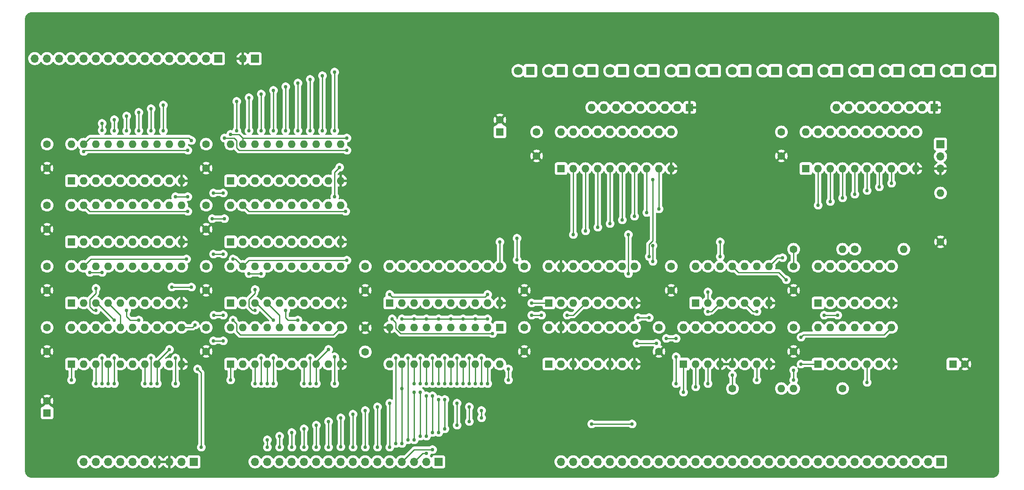
<source format=gbl>
G04 #@! TF.GenerationSoftware,KiCad,Pcbnew,(7.0.0)*
G04 #@! TF.CreationDate,2024-11-17T17:21:31-08:00*
G04 #@! TF.ProjectId,shift_rot,73686966-745f-4726-9f74-2e6b69636164,rev?*
G04 #@! TF.SameCoordinates,Original*
G04 #@! TF.FileFunction,Copper,L2,Bot*
G04 #@! TF.FilePolarity,Positive*
%FSLAX46Y46*%
G04 Gerber Fmt 4.6, Leading zero omitted, Abs format (unit mm)*
G04 Created by KiCad (PCBNEW (7.0.0)) date 2024-11-17 17:21:31*
%MOMM*%
%LPD*%
G01*
G04 APERTURE LIST*
G04 #@! TA.AperFunction,ComponentPad*
%ADD10R,1.600000X1.600000*%
G04 #@! TD*
G04 #@! TA.AperFunction,ComponentPad*
%ADD11O,1.600000X1.600000*%
G04 #@! TD*
G04 #@! TA.AperFunction,ComponentPad*
%ADD12C,1.600000*%
G04 #@! TD*
G04 #@! TA.AperFunction,ComponentPad*
%ADD13R,1.800000X1.800000*%
G04 #@! TD*
G04 #@! TA.AperFunction,ComponentPad*
%ADD14C,1.800000*%
G04 #@! TD*
G04 #@! TA.AperFunction,ComponentPad*
%ADD15R,1.700000X1.700000*%
G04 #@! TD*
G04 #@! TA.AperFunction,ComponentPad*
%ADD16O,1.700000X1.700000*%
G04 #@! TD*
G04 #@! TA.AperFunction,ViaPad*
%ADD17C,0.762000*%
G04 #@! TD*
G04 #@! TA.AperFunction,Conductor*
%ADD18C,0.254000*%
G04 #@! TD*
G04 APERTURE END LIST*
D10*
X149859999Y-116839999D03*
D11*
X147319999Y-116839999D03*
X144779999Y-116839999D03*
X142239999Y-116839999D03*
X139699999Y-116839999D03*
X137159999Y-116839999D03*
X134619999Y-116839999D03*
X132079999Y-116839999D03*
X129539999Y-116839999D03*
X126999999Y-116839999D03*
X126999999Y-124459999D03*
X129539999Y-124459999D03*
X132079999Y-124459999D03*
X134619999Y-124459999D03*
X137159999Y-124459999D03*
X139699999Y-124459999D03*
X142239999Y-124459999D03*
X144779999Y-124459999D03*
X147319999Y-124459999D03*
X149859999Y-124459999D03*
D12*
X55880000Y-109140000D03*
X55880000Y-104140000D03*
D13*
X175259999Y-63499999D03*
D14*
X172720000Y-63500000D03*
D13*
X219709999Y-63499999D03*
D14*
X217170000Y-63500000D03*
D12*
X157480000Y-81200000D03*
X157480000Y-76200000D03*
D13*
X245109999Y-63499999D03*
D14*
X242570000Y-63500000D03*
D12*
X55880000Y-121840000D03*
X55880000Y-116840000D03*
D15*
X241299999Y-144779999D03*
D16*
X238759999Y-144779999D03*
X236219999Y-144779999D03*
X233679999Y-144779999D03*
X231139999Y-144779999D03*
X228599999Y-144779999D03*
X226059999Y-144779999D03*
X223519999Y-144779999D03*
X220979999Y-144779999D03*
X218439999Y-144779999D03*
X215899999Y-144779999D03*
X213359999Y-144779999D03*
X210819999Y-144779999D03*
X208279999Y-144779999D03*
X205739999Y-144779999D03*
X203199999Y-144779999D03*
X200659999Y-144779999D03*
X198119999Y-144779999D03*
X195579999Y-144779999D03*
X193039999Y-144779999D03*
X190499999Y-144779999D03*
X187959999Y-144779999D03*
X185419999Y-144779999D03*
X182879999Y-144779999D03*
X180339999Y-144779999D03*
X177799999Y-144779999D03*
X175259999Y-144779999D03*
X172719999Y-144779999D03*
X170179999Y-144779999D03*
X167639999Y-144779999D03*
X165099999Y-144779999D03*
X162559999Y-144779999D03*
D10*
X126999999Y-111759999D03*
D11*
X129539999Y-111759999D03*
X132079999Y-111759999D03*
X134619999Y-111759999D03*
X137159999Y-111759999D03*
X139699999Y-111759999D03*
X142239999Y-111759999D03*
X144779999Y-111759999D03*
X147319999Y-111759999D03*
X149859999Y-111759999D03*
X149859999Y-104139999D03*
X147319999Y-104139999D03*
X144779999Y-104139999D03*
X142239999Y-104139999D03*
X139699999Y-104139999D03*
X137159999Y-104139999D03*
X134619999Y-104139999D03*
X132079999Y-104139999D03*
X129539999Y-104139999D03*
X126999999Y-104139999D03*
D10*
X93979999Y-124459999D03*
D11*
X96519999Y-124459999D03*
X99059999Y-124459999D03*
X101599999Y-124459999D03*
X104139999Y-124459999D03*
X106679999Y-124459999D03*
X109219999Y-124459999D03*
X111759999Y-124459999D03*
X114299999Y-124459999D03*
X116839999Y-124459999D03*
X116839999Y-116839999D03*
X114299999Y-116839999D03*
X111759999Y-116839999D03*
X109219999Y-116839999D03*
X106679999Y-116839999D03*
X104139999Y-116839999D03*
X101599999Y-116839999D03*
X99059999Y-116839999D03*
X96519999Y-116839999D03*
X93979999Y-116839999D03*
D12*
X121920000Y-116920000D03*
X121920000Y-121920000D03*
D13*
X168909999Y-63499999D03*
D14*
X166370000Y-63500000D03*
D12*
X121920000Y-109140000D03*
X121920000Y-104140000D03*
X154940000Y-109140000D03*
X154940000Y-104140000D03*
X55880000Y-83740000D03*
X55880000Y-78740000D03*
X88900000Y-83740000D03*
X88900000Y-78740000D03*
D13*
X213359999Y-63499999D03*
D14*
X210820000Y-63500000D03*
D12*
X154940000Y-121840000D03*
X154940000Y-116840000D03*
D13*
X238759999Y-63499999D03*
D14*
X236220000Y-63500000D03*
D10*
X55879999Y-134619999D03*
D12*
X55880000Y-132120000D03*
X210820000Y-121840000D03*
X210820000Y-116840000D03*
D15*
X99059999Y-60959999D03*
D16*
X96519999Y-60959999D03*
D12*
X55880000Y-96440000D03*
X55880000Y-91440000D03*
D10*
X160019999Y-124459999D03*
D11*
X162559999Y-124459999D03*
X165099999Y-124459999D03*
X167639999Y-124459999D03*
X170179999Y-124459999D03*
X172719999Y-124459999D03*
X175259999Y-124459999D03*
X177799999Y-124459999D03*
X177799999Y-116839999D03*
X175259999Y-116839999D03*
X172719999Y-116839999D03*
X170179999Y-116839999D03*
X167639999Y-116839999D03*
X165099999Y-116839999D03*
X162559999Y-116839999D03*
X160019999Y-116839999D03*
D10*
X93979999Y-111759999D03*
D11*
X96519999Y-111759999D03*
X99059999Y-111759999D03*
X101599999Y-111759999D03*
X104139999Y-111759999D03*
X106679999Y-111759999D03*
X109219999Y-111759999D03*
X111759999Y-111759999D03*
X114299999Y-111759999D03*
X116839999Y-111759999D03*
X116839999Y-104139999D03*
X114299999Y-104139999D03*
X111759999Y-104139999D03*
X109219999Y-104139999D03*
X106679999Y-104139999D03*
X104139999Y-104139999D03*
X101599999Y-104139999D03*
X99059999Y-104139999D03*
X96519999Y-104139999D03*
X93979999Y-104139999D03*
D10*
X215899999Y-111759999D03*
D11*
X218439999Y-111759999D03*
X220979999Y-111759999D03*
X223519999Y-111759999D03*
X226059999Y-111759999D03*
X228599999Y-111759999D03*
X231139999Y-111759999D03*
X231139999Y-104139999D03*
X228599999Y-104139999D03*
X226059999Y-104139999D03*
X223519999Y-104139999D03*
X220979999Y-104139999D03*
X218439999Y-104139999D03*
X215899999Y-104139999D03*
D13*
X194309999Y-63499999D03*
D14*
X191770000Y-63500000D03*
D12*
X198120000Y-129540000D03*
D11*
X208279999Y-129539999D03*
D13*
X226059999Y-63499999D03*
D14*
X223520000Y-63500000D03*
D13*
X207009999Y-63499999D03*
D14*
X204470000Y-63500000D03*
D15*
X241299999Y-78739999D03*
D16*
X241299999Y-81279999D03*
X241299999Y-83819999D03*
D13*
X162559999Y-63499999D03*
D14*
X160020000Y-63500000D03*
D12*
X88900000Y-109140000D03*
X88900000Y-104140000D03*
X208280000Y-81200000D03*
X208280000Y-76200000D03*
D10*
X213359999Y-83819999D03*
D11*
X215899999Y-83819999D03*
X218439999Y-83819999D03*
X220979999Y-83819999D03*
X223519999Y-83819999D03*
X226059999Y-83819999D03*
X228599999Y-83819999D03*
X231139999Y-83819999D03*
X233679999Y-83819999D03*
X236219999Y-83819999D03*
X236219999Y-76199999D03*
X233679999Y-76199999D03*
X231139999Y-76199999D03*
X228599999Y-76199999D03*
X226059999Y-76199999D03*
X223519999Y-76199999D03*
X220979999Y-76199999D03*
X218439999Y-76199999D03*
X215899999Y-76199999D03*
X213359999Y-76199999D03*
D13*
X232409999Y-63499999D03*
D14*
X229870000Y-63500000D03*
D10*
X243879999Y-124459999D03*
D12*
X246380000Y-124460000D03*
X210820000Y-109140000D03*
X210820000Y-104140000D03*
X182880000Y-121840000D03*
X182880000Y-116840000D03*
D13*
X251459999Y-63499999D03*
D14*
X248920000Y-63500000D03*
D10*
X160019999Y-111759999D03*
D11*
X162559999Y-111759999D03*
X165099999Y-111759999D03*
X167639999Y-111759999D03*
X170179999Y-111759999D03*
X172719999Y-111759999D03*
X175259999Y-111759999D03*
X177799999Y-111759999D03*
X177799999Y-104139999D03*
X175259999Y-104139999D03*
X172719999Y-104139999D03*
X170179999Y-104139999D03*
X167639999Y-104139999D03*
X165099999Y-104139999D03*
X162559999Y-104139999D03*
X160019999Y-104139999D03*
D10*
X190499999Y-111759999D03*
D11*
X193039999Y-111759999D03*
X195579999Y-111759999D03*
X198119999Y-111759999D03*
X200659999Y-111759999D03*
X203199999Y-111759999D03*
X205739999Y-111759999D03*
X205739999Y-104139999D03*
X203199999Y-104139999D03*
X200659999Y-104139999D03*
X198119999Y-104139999D03*
X195579999Y-104139999D03*
X193039999Y-104139999D03*
X190499999Y-104139999D03*
D15*
X91439999Y-60959999D03*
D16*
X88899999Y-60959999D03*
X86359999Y-60959999D03*
X83819999Y-60959999D03*
X81279999Y-60959999D03*
X78739999Y-60959999D03*
X76199999Y-60959999D03*
X73659999Y-60959999D03*
X71119999Y-60959999D03*
X68579999Y-60959999D03*
X66039999Y-60959999D03*
X63499999Y-60959999D03*
X60959999Y-60959999D03*
X58419999Y-60959999D03*
X55879999Y-60959999D03*
X53339999Y-60959999D03*
D10*
X162559999Y-83819999D03*
D11*
X165099999Y-83819999D03*
X167639999Y-83819999D03*
X170179999Y-83819999D03*
X172719999Y-83819999D03*
X175259999Y-83819999D03*
X177799999Y-83819999D03*
X180339999Y-83819999D03*
X182879999Y-83819999D03*
X185419999Y-83819999D03*
X185419999Y-76199999D03*
X182879999Y-76199999D03*
X180339999Y-76199999D03*
X177799999Y-76199999D03*
X175259999Y-76199999D03*
X172719999Y-76199999D03*
X170179999Y-76199999D03*
X167639999Y-76199999D03*
X165099999Y-76199999D03*
X162559999Y-76199999D03*
D10*
X60959999Y-99059999D03*
D11*
X63499999Y-99059999D03*
X66039999Y-99059999D03*
X68579999Y-99059999D03*
X71119999Y-99059999D03*
X73659999Y-99059999D03*
X76199999Y-99059999D03*
X78739999Y-99059999D03*
X81279999Y-99059999D03*
X83819999Y-99059999D03*
X83819999Y-91439999D03*
X81279999Y-91439999D03*
X78739999Y-91439999D03*
X76199999Y-91439999D03*
X73659999Y-91439999D03*
X71119999Y-91439999D03*
X68579999Y-91439999D03*
X66039999Y-91439999D03*
X63499999Y-91439999D03*
X60959999Y-91439999D03*
D10*
X240029999Y-71119999D03*
D11*
X237489999Y-71119999D03*
X234949999Y-71119999D03*
X232409999Y-71119999D03*
X229869999Y-71119999D03*
X227329999Y-71119999D03*
X224789999Y-71119999D03*
X222249999Y-71119999D03*
X219709999Y-71119999D03*
D10*
X149859999Y-76199999D03*
D12*
X149860000Y-73700000D03*
D13*
X200659999Y-63499999D03*
D14*
X198120000Y-63500000D03*
D12*
X241300000Y-99060000D03*
D11*
X241299999Y-88899999D03*
D10*
X60959999Y-124459999D03*
D11*
X63499999Y-124459999D03*
X66039999Y-124459999D03*
X68579999Y-124459999D03*
X71119999Y-124459999D03*
X73659999Y-124459999D03*
X76199999Y-124459999D03*
X78739999Y-124459999D03*
X81279999Y-124459999D03*
X83819999Y-124459999D03*
X83819999Y-116839999D03*
X81279999Y-116839999D03*
X78739999Y-116839999D03*
X76199999Y-116839999D03*
X73659999Y-116839999D03*
X71119999Y-116839999D03*
X68579999Y-116839999D03*
X66039999Y-116839999D03*
X63499999Y-116839999D03*
X60959999Y-116839999D03*
D12*
X88900000Y-96440000D03*
X88900000Y-91440000D03*
D10*
X93979999Y-99059999D03*
D11*
X96519999Y-99059999D03*
X99059999Y-99059999D03*
X101599999Y-99059999D03*
X104139999Y-99059999D03*
X106679999Y-99059999D03*
X109219999Y-99059999D03*
X111759999Y-99059999D03*
X114299999Y-99059999D03*
X116839999Y-99059999D03*
X116839999Y-91439999D03*
X114299999Y-91439999D03*
X111759999Y-91439999D03*
X109219999Y-91439999D03*
X106679999Y-91439999D03*
X104139999Y-91439999D03*
X101599999Y-91439999D03*
X99059999Y-91439999D03*
X96519999Y-91439999D03*
X93979999Y-91439999D03*
D10*
X189229999Y-71119999D03*
D11*
X186689999Y-71119999D03*
X184149999Y-71119999D03*
X181609999Y-71119999D03*
X179069999Y-71119999D03*
X176529999Y-71119999D03*
X173989999Y-71119999D03*
X171449999Y-71119999D03*
X168909999Y-71119999D03*
D15*
X137159999Y-144779999D03*
D16*
X134619999Y-144779999D03*
X132079999Y-144779999D03*
X129539999Y-144779999D03*
X126999999Y-144779999D03*
X124459999Y-144779999D03*
X121919999Y-144779999D03*
X119379999Y-144779999D03*
X116839999Y-144779999D03*
X114299999Y-144779999D03*
X111759999Y-144779999D03*
X109219999Y-144779999D03*
X106679999Y-144779999D03*
X104139999Y-144779999D03*
X101599999Y-144779999D03*
X99059999Y-144779999D03*
D12*
X185420000Y-109140000D03*
X185420000Y-104140000D03*
D13*
X187959999Y-63499999D03*
D14*
X185420000Y-63500000D03*
D12*
X220980000Y-129540000D03*
D11*
X210819999Y-129539999D03*
D10*
X215899999Y-124459999D03*
D11*
X218439999Y-124459999D03*
X220979999Y-124459999D03*
X223519999Y-124459999D03*
X226059999Y-124459999D03*
X228599999Y-124459999D03*
X231139999Y-124459999D03*
X231139999Y-116839999D03*
X228599999Y-116839999D03*
X226059999Y-116839999D03*
X223519999Y-116839999D03*
X220979999Y-116839999D03*
X218439999Y-116839999D03*
X215899999Y-116839999D03*
D10*
X187959999Y-124459999D03*
D11*
X190499999Y-124459999D03*
X193039999Y-124459999D03*
X195579999Y-124459999D03*
X198119999Y-124459999D03*
X200659999Y-124459999D03*
X203199999Y-124459999D03*
X205739999Y-124459999D03*
X205739999Y-116839999D03*
X203199999Y-116839999D03*
X200659999Y-116839999D03*
X198119999Y-116839999D03*
X195579999Y-116839999D03*
X193039999Y-116839999D03*
X190499999Y-116839999D03*
X187959999Y-116839999D03*
D13*
X156209999Y-63499999D03*
D14*
X153670000Y-63500000D03*
D10*
X60959999Y-111759999D03*
D11*
X63499999Y-111759999D03*
X66039999Y-111759999D03*
X68579999Y-111759999D03*
X71119999Y-111759999D03*
X73659999Y-111759999D03*
X76199999Y-111759999D03*
X78739999Y-111759999D03*
X81279999Y-111759999D03*
X83819999Y-111759999D03*
X83819999Y-104139999D03*
X81279999Y-104139999D03*
X78739999Y-104139999D03*
X76199999Y-104139999D03*
X73659999Y-104139999D03*
X71119999Y-104139999D03*
X68579999Y-104139999D03*
X66039999Y-104139999D03*
X63499999Y-104139999D03*
X60959999Y-104139999D03*
D15*
X86359999Y-144779999D03*
D16*
X83819999Y-144779999D03*
X81279999Y-144779999D03*
X78739999Y-144779999D03*
X76199999Y-144779999D03*
X73659999Y-144779999D03*
X71119999Y-144779999D03*
X68579999Y-144779999D03*
X66039999Y-144779999D03*
X63499999Y-144779999D03*
D13*
X181609999Y-63499999D03*
D14*
X179070000Y-63500000D03*
D10*
X60959999Y-86359999D03*
D11*
X63499999Y-86359999D03*
X66039999Y-86359999D03*
X68579999Y-86359999D03*
X71119999Y-86359999D03*
X73659999Y-86359999D03*
X76199999Y-86359999D03*
X78739999Y-86359999D03*
X81279999Y-86359999D03*
X83819999Y-86359999D03*
X83819999Y-78739999D03*
X81279999Y-78739999D03*
X78739999Y-78739999D03*
X76199999Y-78739999D03*
X73659999Y-78739999D03*
X71119999Y-78739999D03*
X68579999Y-78739999D03*
X66039999Y-78739999D03*
X63499999Y-78739999D03*
X60959999Y-78739999D03*
D12*
X88900000Y-121840000D03*
X88900000Y-116840000D03*
D10*
X93979999Y-86359999D03*
D11*
X96519999Y-86359999D03*
X99059999Y-86359999D03*
X101599999Y-86359999D03*
X104139999Y-86359999D03*
X106679999Y-86359999D03*
X109219999Y-86359999D03*
X111759999Y-86359999D03*
X114299999Y-86359999D03*
X116839999Y-86359999D03*
X116839999Y-78739999D03*
X114299999Y-78739999D03*
X111759999Y-78739999D03*
X109219999Y-78739999D03*
X106679999Y-78739999D03*
X104139999Y-78739999D03*
X101599999Y-78739999D03*
X99059999Y-78739999D03*
X96519999Y-78739999D03*
X93979999Y-78739999D03*
D12*
X223520000Y-100584000D03*
D11*
X233679999Y-100583999D03*
D12*
X210820000Y-100584000D03*
D11*
X220979999Y-100583999D03*
D17*
X198120000Y-126746000D03*
X94488000Y-102616000D03*
X208534000Y-102362000D03*
X90424000Y-101600000D03*
X84836000Y-102616000D03*
X92456000Y-101600000D03*
X118110000Y-102870000D03*
X85090000Y-80010000D03*
X181610000Y-103124000D03*
X181610000Y-99822000D03*
X92710000Y-77470000D03*
X118110000Y-80010000D03*
X63500000Y-80264000D03*
X118110000Y-77470000D03*
X195580000Y-99060000D03*
X85852000Y-77978000D03*
X153416000Y-102793300D03*
X153416000Y-98298000D03*
X156464000Y-111760000D03*
X93980000Y-76708000D03*
X195580000Y-102108000D03*
X203200000Y-113538000D03*
X193040000Y-109474000D03*
X186436000Y-119126000D03*
X178308000Y-120142000D03*
X182372000Y-120142000D03*
X193040000Y-113538000D03*
X184404000Y-119126000D03*
X127508000Y-115062000D03*
X148336000Y-118110000D03*
X151638000Y-127762000D03*
X203200000Y-127762000D03*
X151638000Y-125476000D03*
X90170000Y-94234000D03*
X117856000Y-92710000D03*
X210820000Y-125730000D03*
X85090000Y-92710000D03*
X92710000Y-94234000D03*
X210820000Y-127762000D03*
X186436000Y-128524000D03*
X93980000Y-127762000D03*
X186436000Y-122936000D03*
X60960000Y-127762000D03*
X187960000Y-130302000D03*
X212344000Y-118872000D03*
X209296000Y-106934000D03*
X190500000Y-129209300D03*
X193040000Y-128524000D03*
X212344000Y-124460000D03*
X147320000Y-109982000D03*
X127000000Y-109982000D03*
X149860000Y-99060000D03*
X163830000Y-114300000D03*
X156464000Y-114300000D03*
X142240000Y-115062000D03*
X147320000Y-115062000D03*
X144780000Y-115062000D03*
X129540000Y-115062000D03*
X137160000Y-115062000D03*
X158496000Y-114300000D03*
X134620000Y-115062000D03*
X132080000Y-115062000D03*
X139700000Y-115062000D03*
X226060000Y-128270000D03*
X86614000Y-116332000D03*
X87884000Y-141732000D03*
X90500700Y-114300000D03*
X177292000Y-136906000D03*
X94488000Y-115316000D03*
X92456000Y-114300000D03*
X168910000Y-136906000D03*
X87122000Y-125476000D03*
X217170000Y-114300000D03*
X219964000Y-114300000D03*
X128270000Y-123190000D03*
X128270000Y-140970000D03*
X66040000Y-128524000D03*
X101600000Y-140208000D03*
X101600000Y-141732000D03*
X66040000Y-113284000D03*
X66040000Y-108712000D03*
X130810000Y-123190000D03*
X67310000Y-123190000D03*
X130810000Y-140208000D03*
X67310000Y-128524000D03*
X104140000Y-139446000D03*
X133350000Y-139446000D03*
X68580000Y-128524000D03*
X133350000Y-128524000D03*
X104140000Y-141732000D03*
X133350000Y-130302000D03*
X133350000Y-123190000D03*
X69850000Y-123190000D03*
X135890000Y-138684000D03*
X106680000Y-141732000D03*
X135890000Y-128524000D03*
X135890000Y-123190000D03*
X135890000Y-131064000D03*
X106680000Y-138684000D03*
X69850000Y-128524000D03*
X76200000Y-128524000D03*
X109220000Y-137922000D03*
X74930000Y-115316000D03*
X138430000Y-128524000D03*
X72390000Y-113284000D03*
X109220000Y-141732000D03*
X138430000Y-131826000D03*
X138430000Y-137922000D03*
X138430000Y-123190000D03*
X111760000Y-137160000D03*
X140970000Y-137160000D03*
X111760000Y-141732000D03*
X140970000Y-128524000D03*
X77470000Y-128524000D03*
X140970000Y-132588000D03*
X77470000Y-123190000D03*
X140970000Y-123190000D03*
X78740000Y-128524000D03*
X143510000Y-136398000D03*
X81280000Y-121412000D03*
X114300000Y-136398000D03*
X114300000Y-141732000D03*
X143510000Y-123190000D03*
X143510000Y-133350000D03*
X143510000Y-128524000D03*
X146050000Y-123190000D03*
X146050000Y-135636000D03*
X82550000Y-128524000D03*
X146050000Y-128524000D03*
X146050000Y-134112000D03*
X116840000Y-141655300D03*
X82550000Y-123190000D03*
X116840000Y-135636000D03*
X99060000Y-128524000D03*
X119380000Y-134874000D03*
X147320000Y-128524000D03*
X119380000Y-141732000D03*
X100330000Y-123190000D03*
X121920000Y-134112000D03*
X99060000Y-113284000D03*
X144780000Y-128524000D03*
X99060000Y-108966000D03*
X121920000Y-141732000D03*
X100330000Y-128524000D03*
X124460000Y-133350000D03*
X124460000Y-141732000D03*
X101600000Y-128524000D03*
X142240000Y-128524000D03*
X102870000Y-123190000D03*
X102870000Y-128524000D03*
X127000000Y-141732000D03*
X127000000Y-132588000D03*
X139700000Y-128524000D03*
X105410000Y-113284000D03*
X109220000Y-128524000D03*
X137160000Y-138684000D03*
X135890000Y-142240000D03*
X137160000Y-131826000D03*
X137160000Y-128524000D03*
X107950000Y-115316000D03*
X134620000Y-128524000D03*
X110490000Y-128524000D03*
X110490000Y-123190000D03*
X134620000Y-139446000D03*
X134620000Y-131064000D03*
X134620000Y-143002000D03*
X111760000Y-128524000D03*
X132080000Y-140208000D03*
X132080000Y-128524000D03*
X114300000Y-121412000D03*
X132080000Y-130302000D03*
X129540000Y-129540000D03*
X115570000Y-122936000D03*
X129540000Y-140970000D03*
X115570000Y-128524000D03*
X215900000Y-91440000D03*
X97790000Y-75946000D03*
X85852000Y-108458000D03*
X92456000Y-119634000D03*
X81788000Y-108458000D03*
X97790000Y-69088000D03*
X90424000Y-119634000D03*
X100330000Y-68326000D03*
X100330000Y-105664000D03*
X100330000Y-75946000D03*
X218440000Y-90678000D03*
X97790000Y-105664000D03*
X102870000Y-115316000D03*
X220980000Y-89916000D03*
X102870000Y-67564000D03*
X102870000Y-75946000D03*
X105410000Y-75946000D03*
X105410000Y-66802000D03*
X223520000Y-89154000D03*
X226060000Y-88392000D03*
X107950000Y-75946000D03*
X107950000Y-66040000D03*
X228600000Y-87630000D03*
X110490000Y-75946000D03*
X110490000Y-65278000D03*
X113030000Y-75946000D03*
X113030000Y-64516000D03*
X231140000Y-86868000D03*
X116586000Y-83566000D03*
X181610000Y-86106000D03*
X180848000Y-102108000D03*
X178562000Y-114808000D03*
X115570000Y-75946000D03*
X180848000Y-114808000D03*
X115570000Y-89662000D03*
X115570000Y-63754000D03*
X165100000Y-97536000D03*
X176530000Y-97536000D03*
X176530000Y-105664000D03*
X167640000Y-96774000D03*
X64770000Y-105410000D03*
X67310000Y-74422000D03*
X67310000Y-105410000D03*
X67310000Y-75869300D03*
X69850000Y-73660000D03*
X170180000Y-96012000D03*
X69850000Y-115316000D03*
X69850000Y-75946000D03*
X72390000Y-72898000D03*
X72390000Y-75946000D03*
X172720000Y-95250000D03*
X74930000Y-72136000D03*
X74930000Y-75946000D03*
X175260000Y-94488000D03*
X77470000Y-71374000D03*
X177800000Y-93726000D03*
X77470000Y-75946000D03*
X180340000Y-92964000D03*
X80010000Y-70612000D03*
X80010000Y-75946000D03*
X85090000Y-89662000D03*
X90424000Y-88900000D03*
X182880000Y-92202000D03*
X95250000Y-69850000D03*
X95250000Y-75946000D03*
X82550000Y-89662000D03*
X92456000Y-88900000D03*
D18*
X210820000Y-100584000D02*
X210820000Y-104140000D01*
X198120000Y-129540000D02*
X198120000Y-126746000D01*
X208534000Y-102362000D02*
X207518000Y-102362000D01*
X63500000Y-104140000D02*
X65024000Y-102616000D01*
X65024000Y-102616000D02*
X84836000Y-102616000D01*
X207518000Y-102362000D02*
X205740000Y-104140000D01*
X90424000Y-101600000D02*
X92456000Y-101600000D01*
X118110000Y-102870000D02*
X97790000Y-102870000D01*
X94996000Y-102616000D02*
X96520000Y-104140000D01*
X97790000Y-102870000D02*
X96520000Y-104140000D01*
X94488000Y-102616000D02*
X94996000Y-102616000D01*
X95250000Y-77978000D02*
X94742000Y-77470000D01*
X63500000Y-80264000D02*
X63754000Y-80010000D01*
X94742000Y-77470000D02*
X92710000Y-77470000D01*
X95250000Y-79502000D02*
X95250000Y-77978000D01*
X95758000Y-80010000D02*
X95250000Y-79502000D01*
X118110000Y-80010000D02*
X95758000Y-80010000D01*
X181610000Y-103124000D02*
X181610000Y-99822000D01*
X63754000Y-80010000D02*
X85090000Y-80010000D01*
X95758000Y-76708000D02*
X96520000Y-77470000D01*
X160020000Y-111760000D02*
X156464000Y-111760000D01*
X93980000Y-76708000D02*
X95758000Y-76708000D01*
X96520000Y-77470000D02*
X96520000Y-78740000D01*
X195580000Y-102108000D02*
X195580000Y-99060000D01*
X85852000Y-77978000D02*
X85344000Y-77470000D01*
X85344000Y-77470000D02*
X64770000Y-77470000D01*
X153416000Y-98298000D02*
X153416000Y-102793300D01*
X118110000Y-77470000D02*
X96520000Y-77470000D01*
X64770000Y-77470000D02*
X63500000Y-78740000D01*
X203200000Y-113538000D02*
X202438000Y-113538000D01*
X202438000Y-113538000D02*
X200660000Y-111760000D01*
X193040000Y-111760000D02*
X193040000Y-109474000D01*
X193802000Y-113538000D02*
X193040000Y-113538000D01*
X195580000Y-111760000D02*
X193802000Y-113538000D01*
X182372000Y-120142000D02*
X178308000Y-120142000D01*
X184404000Y-119126000D02*
X186436000Y-119126000D01*
X128270000Y-115824000D02*
X128270000Y-117132424D01*
X203200000Y-124460000D02*
X203200000Y-127762000D01*
X129247576Y-118110000D02*
X148336000Y-118110000D01*
X128270000Y-117132424D02*
X129247576Y-118110000D01*
X127508000Y-115062000D02*
X128270000Y-115824000D01*
X151638000Y-127762000D02*
X151638000Y-125476000D01*
X117856000Y-92710000D02*
X97790000Y-92710000D01*
X210820000Y-127762000D02*
X210820000Y-125730000D01*
X92710000Y-94234000D02*
X90170000Y-94234000D01*
X97790000Y-92710000D02*
X96520000Y-91440000D01*
X85090000Y-92710000D02*
X64770000Y-92710000D01*
X64770000Y-92710000D02*
X63500000Y-91440000D01*
X60960000Y-127762000D02*
X60960000Y-124460000D01*
X186436000Y-128524000D02*
X186436000Y-122936000D01*
X93980000Y-124460000D02*
X93980000Y-127762000D01*
X187960000Y-124460000D02*
X187960000Y-130302000D01*
X209296000Y-106934000D02*
X207772000Y-105410000D01*
X229616000Y-118364000D02*
X231140000Y-116840000D01*
X212344000Y-118872000D02*
X212852000Y-118364000D01*
X212852000Y-118364000D02*
X229616000Y-118364000D01*
X207772000Y-105410000D02*
X199390000Y-105410000D01*
X199390000Y-105410000D02*
X198120000Y-104140000D01*
X190500000Y-124460000D02*
X190500000Y-129209300D01*
X193040000Y-124460000D02*
X193040000Y-128524000D01*
X215900000Y-124460000D02*
X212344000Y-124460000D01*
X146812000Y-110490000D02*
X127508000Y-110490000D01*
X147320000Y-109982000D02*
X146812000Y-110490000D01*
X127508000Y-110490000D02*
X127000000Y-109982000D01*
X149860000Y-99060000D02*
X149860000Y-104140000D01*
X137160000Y-115062000D02*
X134620000Y-115062000D01*
X139700000Y-115062000D02*
X137160000Y-115062000D01*
X144780000Y-115062000D02*
X142240000Y-115062000D01*
X134620000Y-115062000D02*
X132080000Y-115062000D01*
X167640000Y-111760000D02*
X165100000Y-114300000D01*
X165100000Y-114300000D02*
X163830000Y-114300000D01*
X132080000Y-115062000D02*
X129540000Y-115062000D01*
X147320000Y-115062000D02*
X144780000Y-115062000D01*
X142240000Y-115062000D02*
X139700000Y-115062000D01*
X158496000Y-114300000D02*
X156464000Y-114300000D01*
X95250000Y-117602000D02*
X96012000Y-118364000D01*
X115316000Y-118364000D02*
X116840000Y-116840000D01*
X226060000Y-128270000D02*
X226060000Y-124460000D01*
X87884000Y-126238000D02*
X87122000Y-125476000D01*
X90500700Y-114300000D02*
X92456000Y-114300000D01*
X86106000Y-116840000D02*
X83820000Y-116840000D01*
X86614000Y-116332000D02*
X86106000Y-116840000D01*
X94488000Y-115316000D02*
X95250000Y-116078000D01*
X168910000Y-136906000D02*
X177292000Y-136906000D01*
X96012000Y-118364000D02*
X115316000Y-118364000D01*
X87884000Y-141732000D02*
X87884000Y-126238000D01*
X95250000Y-116078000D02*
X95250000Y-117602000D01*
X219964000Y-114300000D02*
X217170000Y-114300000D01*
X66040000Y-124460000D02*
X66040000Y-128524000D01*
X128270000Y-123190000D02*
X128270000Y-140970000D01*
X65532000Y-113284000D02*
X66040000Y-113284000D01*
X101600000Y-141732000D02*
X101600000Y-140208000D01*
X130810000Y-123190000D02*
X130810000Y-128524000D01*
X64770000Y-110998000D02*
X64770000Y-112522000D01*
X66040000Y-108712000D02*
X66040000Y-109728000D01*
X66040000Y-109728000D02*
X64770000Y-110998000D01*
X130810000Y-128524000D02*
X130810000Y-140208000D01*
X64770000Y-112522000D02*
X65532000Y-113284000D01*
X67310000Y-123190000D02*
X67310000Y-128524000D01*
X68580000Y-124460000D02*
X68580000Y-128524000D01*
X133350000Y-123190000D02*
X133350000Y-128524000D01*
X104140000Y-141732000D02*
X104140000Y-139446000D01*
X133350000Y-130302000D02*
X133350000Y-139446000D01*
X106680000Y-141732000D02*
X106680000Y-138684000D01*
X135890000Y-131064000D02*
X135890000Y-138684000D01*
X135890000Y-123190000D02*
X135890000Y-128524000D01*
X69850000Y-123190000D02*
X69850000Y-128524000D01*
X109220000Y-141732000D02*
X109220000Y-137922000D01*
X76200000Y-124460000D02*
X76200000Y-128524000D01*
X74930000Y-115316000D02*
X73152000Y-115316000D01*
X72390000Y-114554000D02*
X72390000Y-113284000D01*
X138430000Y-131826000D02*
X138430000Y-137922000D01*
X73152000Y-115316000D02*
X72390000Y-114554000D01*
X138430000Y-123190000D02*
X138430000Y-128524000D01*
X140970000Y-123190000D02*
X140970000Y-128524000D01*
X77470000Y-123190000D02*
X77470000Y-128524000D01*
X111760000Y-141732000D02*
X111760000Y-137160000D01*
X140970000Y-137160000D02*
X140970000Y-132588000D01*
X114300000Y-141732000D02*
X114300000Y-136398000D01*
X78740000Y-124460000D02*
X78740000Y-128524000D01*
X78740000Y-123952000D02*
X78740000Y-124460000D01*
X143510000Y-136398000D02*
X143510000Y-133350000D01*
X81280000Y-121412000D02*
X78740000Y-123952000D01*
X143510000Y-123190000D02*
X143510000Y-128524000D01*
X82550000Y-123190000D02*
X82550000Y-128524000D01*
X146050000Y-135636000D02*
X146050000Y-134112000D01*
X116840000Y-141655300D02*
X116840000Y-135636000D01*
X146050000Y-128524000D02*
X146050000Y-123190000D01*
X147320000Y-124460000D02*
X147320000Y-128524000D01*
X119380000Y-141732000D02*
X119380000Y-134874000D01*
X99060000Y-124460000D02*
X99060000Y-128524000D01*
X99060000Y-109728000D02*
X97790000Y-110998000D01*
X97790000Y-110998000D02*
X97790000Y-112522000D01*
X97790000Y-112522000D02*
X98552000Y-113284000D01*
X99060000Y-108966000D02*
X99060000Y-109728000D01*
X121920000Y-141732000D02*
X121920000Y-134112000D01*
X144780000Y-124460000D02*
X144780000Y-128524000D01*
X100330000Y-123190000D02*
X100330000Y-128524000D01*
X98552000Y-113284000D02*
X99060000Y-113284000D01*
X142240000Y-124460000D02*
X142240000Y-128524000D01*
X124460000Y-141732000D02*
X124460000Y-133350000D01*
X101600000Y-124460000D02*
X101600000Y-128524000D01*
X127000000Y-141732000D02*
X127000000Y-132588000D01*
X102870000Y-123190000D02*
X102870000Y-128524000D01*
X139700000Y-124460000D02*
X139700000Y-128524000D01*
X132080000Y-142240000D02*
X129540000Y-144780000D01*
X135890000Y-142240000D02*
X132080000Y-142240000D01*
X109220000Y-124460000D02*
X109220000Y-128524000D01*
X137160000Y-124460000D02*
X137160000Y-128524000D01*
X137160000Y-138684000D02*
X137160000Y-131826000D01*
X105410000Y-113284000D02*
X105410000Y-114808000D01*
X105410000Y-114808000D02*
X105918000Y-115316000D01*
X105918000Y-115316000D02*
X107950000Y-115316000D01*
X132080000Y-144780000D02*
X133858000Y-143002000D01*
X133858000Y-143002000D02*
X134620000Y-143002000D01*
X134620000Y-124460000D02*
X134620000Y-128524000D01*
X110490000Y-123190000D02*
X110490000Y-128524000D01*
X134620000Y-139446000D02*
X134620000Y-131064000D01*
X111760000Y-124460000D02*
X111760000Y-128524000D01*
X132080000Y-140208000D02*
X132080000Y-130302000D01*
X132080000Y-128524000D02*
X132080000Y-124460000D01*
X111760000Y-123952000D02*
X111760000Y-124460000D01*
X114300000Y-121412000D02*
X111760000Y-123952000D01*
X129540000Y-124460000D02*
X129540000Y-129540000D01*
X129540000Y-140970000D02*
X129540000Y-129540000D01*
X115570000Y-122936000D02*
X115570000Y-128524000D01*
X90424000Y-119634000D02*
X92456000Y-119634000D01*
X97790000Y-75946000D02*
X97790000Y-69088000D01*
X215900000Y-83820000D02*
X215900000Y-91440000D01*
X85852000Y-108458000D02*
X81788000Y-108458000D01*
X100330000Y-75946000D02*
X100330000Y-68326000D01*
X97790000Y-105664000D02*
X100330000Y-105664000D01*
X218440000Y-83820000D02*
X218440000Y-90678000D01*
X102870000Y-115316000D02*
X99314000Y-111760000D01*
X99314000Y-111760000D02*
X99060000Y-111760000D01*
X102870000Y-75946000D02*
X102870000Y-67564000D01*
X220980000Y-83820000D02*
X220980000Y-89916000D01*
X223520000Y-83820000D02*
X223520000Y-89154000D01*
X104140000Y-116840000D02*
X104140000Y-114300000D01*
X104140000Y-114300000D02*
X101600000Y-111760000D01*
X105410000Y-75946000D02*
X105410000Y-66802000D01*
X226060000Y-83820000D02*
X226060000Y-88392000D01*
X107950000Y-75946000D02*
X107950000Y-66040000D01*
X110490000Y-75946000D02*
X110490000Y-65278000D01*
X228600000Y-83820000D02*
X228600000Y-87630000D01*
X231140000Y-83820000D02*
X231140000Y-86868000D01*
X113030000Y-75946000D02*
X113030000Y-64516000D01*
X115570000Y-75946000D02*
X115570000Y-63754000D01*
X115570000Y-84582000D02*
X116586000Y-83566000D01*
X180848000Y-114808000D02*
X178562000Y-114808000D01*
X181610000Y-86106000D02*
X181610000Y-98806000D01*
X181610000Y-98806000D02*
X180848000Y-99568000D01*
X180848000Y-99568000D02*
X180848000Y-102108000D01*
X115570000Y-89662000D02*
X115570000Y-84582000D01*
X165100000Y-83820000D02*
X165100000Y-97536000D01*
X176530000Y-97536000D02*
X176530000Y-105664000D01*
X167640000Y-83820000D02*
X167640000Y-96774000D01*
X67310000Y-75869300D02*
X67310000Y-74422000D01*
X67310000Y-105410000D02*
X64770000Y-105410000D01*
X69850000Y-75946000D02*
X69850000Y-73660000D01*
X66040000Y-111760000D02*
X66294000Y-111760000D01*
X170180000Y-83820000D02*
X170180000Y-96012000D01*
X66294000Y-111760000D02*
X69850000Y-115316000D01*
X172720000Y-83820000D02*
X172720000Y-95250000D01*
X71120000Y-114300000D02*
X68580000Y-111760000D01*
X72390000Y-75946000D02*
X72390000Y-72898000D01*
X71120000Y-116840000D02*
X71120000Y-114300000D01*
X74930000Y-75946000D02*
X74930000Y-72136000D01*
X175260000Y-83820000D02*
X175260000Y-94488000D01*
X77470000Y-75946000D02*
X77470000Y-71374000D01*
X177800000Y-83820000D02*
X177800000Y-93726000D01*
X80010000Y-75946000D02*
X80010000Y-70612000D01*
X180340000Y-83820000D02*
X180340000Y-92964000D01*
X90424000Y-88900000D02*
X92456000Y-88900000D01*
X182880000Y-83820000D02*
X182880000Y-92202000D01*
X95250000Y-75946000D02*
X95250000Y-69850000D01*
X82550000Y-89662000D02*
X85090000Y-89662000D01*
G04 #@! TA.AperFunction,Conductor*
G36*
X252099853Y-51308881D02*
G01*
X252303734Y-51324927D01*
X252322950Y-51327971D01*
X252517062Y-51374574D01*
X252535552Y-51380582D01*
X252719987Y-51456976D01*
X252737312Y-51465804D01*
X252907524Y-51570110D01*
X252923260Y-51581544D01*
X253075053Y-51711187D01*
X253088812Y-51724946D01*
X253218455Y-51876739D01*
X253229890Y-51892477D01*
X253334192Y-52062681D01*
X253343026Y-52080019D01*
X253419414Y-52264438D01*
X253425427Y-52282943D01*
X253472028Y-52477050D01*
X253475072Y-52496268D01*
X253491118Y-52700146D01*
X253491500Y-52709875D01*
X253491500Y-146680125D01*
X253491118Y-146689854D01*
X253475072Y-146893731D01*
X253472028Y-146912949D01*
X253425427Y-147107056D01*
X253419414Y-147125561D01*
X253343026Y-147309980D01*
X253334192Y-147327318D01*
X253229892Y-147497519D01*
X253218455Y-147513260D01*
X253088812Y-147665053D01*
X253075053Y-147678812D01*
X252923260Y-147808455D01*
X252907519Y-147819892D01*
X252737318Y-147924192D01*
X252719980Y-147933026D01*
X252535561Y-148009414D01*
X252517056Y-148015427D01*
X252322949Y-148062028D01*
X252303731Y-148065072D01*
X252099854Y-148081118D01*
X252090125Y-148081500D01*
X52709875Y-148081500D01*
X52700146Y-148081118D01*
X52496268Y-148065072D01*
X52477050Y-148062028D01*
X52282943Y-148015427D01*
X52264438Y-148009414D01*
X52080019Y-147933026D01*
X52062681Y-147924192D01*
X51892480Y-147819892D01*
X51876739Y-147808455D01*
X51724946Y-147678812D01*
X51711187Y-147665053D01*
X51581544Y-147513260D01*
X51570110Y-147497524D01*
X51465804Y-147327312D01*
X51456976Y-147309987D01*
X51380582Y-147125552D01*
X51374574Y-147107062D01*
X51327971Y-146912949D01*
X51324927Y-146893731D01*
X51308882Y-146689854D01*
X51308500Y-146680125D01*
X51308500Y-144780000D01*
X62136844Y-144780000D01*
X62137268Y-144785117D01*
X62155011Y-144999248D01*
X62155012Y-144999256D01*
X62155436Y-145004368D01*
X62156693Y-145009335D01*
X62156695Y-145009342D01*
X62166061Y-145046326D01*
X62210704Y-145222616D01*
X62212764Y-145227312D01*
X62299080Y-145424096D01*
X62299083Y-145424101D01*
X62301140Y-145428791D01*
X62333809Y-145478794D01*
X62421474Y-145612977D01*
X62421477Y-145612981D01*
X62424278Y-145617268D01*
X62427752Y-145621041D01*
X62427753Y-145621043D01*
X62573288Y-145779135D01*
X62573291Y-145779138D01*
X62576760Y-145782906D01*
X62580801Y-145786051D01*
X62750376Y-145918039D01*
X62750381Y-145918042D01*
X62754424Y-145921189D01*
X62758931Y-145923628D01*
X62758934Y-145923630D01*
X62947919Y-146025903D01*
X62952426Y-146028342D01*
X63165365Y-146101444D01*
X63387431Y-146138500D01*
X63607436Y-146138500D01*
X63612569Y-146138500D01*
X63834635Y-146101444D01*
X64047574Y-146028342D01*
X64245576Y-145921189D01*
X64423240Y-145782906D01*
X64575722Y-145617268D01*
X64666192Y-145478793D01*
X64710981Y-145437562D01*
X64769998Y-145422616D01*
X64829016Y-145437561D01*
X64873807Y-145478794D01*
X64961468Y-145612969D01*
X64961476Y-145612979D01*
X64964278Y-145617268D01*
X64967752Y-145621041D01*
X64967753Y-145621043D01*
X65113288Y-145779135D01*
X65113291Y-145779138D01*
X65116760Y-145782906D01*
X65120801Y-145786051D01*
X65290376Y-145918039D01*
X65290381Y-145918042D01*
X65294424Y-145921189D01*
X65298931Y-145923628D01*
X65298934Y-145923630D01*
X65487919Y-146025903D01*
X65492426Y-146028342D01*
X65705365Y-146101444D01*
X65927431Y-146138500D01*
X66147436Y-146138500D01*
X66152569Y-146138500D01*
X66374635Y-146101444D01*
X66587574Y-146028342D01*
X66785576Y-145921189D01*
X66963240Y-145782906D01*
X67115722Y-145617268D01*
X67206192Y-145478793D01*
X67250981Y-145437562D01*
X67309998Y-145422616D01*
X67369016Y-145437561D01*
X67413807Y-145478794D01*
X67501468Y-145612969D01*
X67501476Y-145612979D01*
X67504278Y-145617268D01*
X67507752Y-145621041D01*
X67507753Y-145621043D01*
X67653288Y-145779135D01*
X67653291Y-145779138D01*
X67656760Y-145782906D01*
X67660801Y-145786051D01*
X67830376Y-145918039D01*
X67830381Y-145918042D01*
X67834424Y-145921189D01*
X67838931Y-145923628D01*
X67838934Y-145923630D01*
X68027919Y-146025903D01*
X68032426Y-146028342D01*
X68245365Y-146101444D01*
X68467431Y-146138500D01*
X68687436Y-146138500D01*
X68692569Y-146138500D01*
X68914635Y-146101444D01*
X69127574Y-146028342D01*
X69325576Y-145921189D01*
X69503240Y-145782906D01*
X69655722Y-145617268D01*
X69746192Y-145478793D01*
X69790981Y-145437562D01*
X69849998Y-145422616D01*
X69909016Y-145437561D01*
X69953807Y-145478794D01*
X70041468Y-145612969D01*
X70041476Y-145612979D01*
X70044278Y-145617268D01*
X70047752Y-145621041D01*
X70047753Y-145621043D01*
X70193288Y-145779135D01*
X70193291Y-145779138D01*
X70196760Y-145782906D01*
X70200801Y-145786051D01*
X70370376Y-145918039D01*
X70370381Y-145918042D01*
X70374424Y-145921189D01*
X70378931Y-145923628D01*
X70378934Y-145923630D01*
X70567919Y-146025903D01*
X70572426Y-146028342D01*
X70785365Y-146101444D01*
X71007431Y-146138500D01*
X71227436Y-146138500D01*
X71232569Y-146138500D01*
X71454635Y-146101444D01*
X71667574Y-146028342D01*
X71865576Y-145921189D01*
X72043240Y-145782906D01*
X72195722Y-145617268D01*
X72286192Y-145478793D01*
X72330981Y-145437562D01*
X72389998Y-145422616D01*
X72449016Y-145437561D01*
X72493807Y-145478794D01*
X72581468Y-145612969D01*
X72581476Y-145612979D01*
X72584278Y-145617268D01*
X72587752Y-145621041D01*
X72587753Y-145621043D01*
X72733288Y-145779135D01*
X72733291Y-145779138D01*
X72736760Y-145782906D01*
X72740801Y-145786051D01*
X72910376Y-145918039D01*
X72910381Y-145918042D01*
X72914424Y-145921189D01*
X72918931Y-145923628D01*
X72918934Y-145923630D01*
X73107919Y-146025903D01*
X73112426Y-146028342D01*
X73325365Y-146101444D01*
X73547431Y-146138500D01*
X73767436Y-146138500D01*
X73772569Y-146138500D01*
X73994635Y-146101444D01*
X74207574Y-146028342D01*
X74405576Y-145921189D01*
X74583240Y-145782906D01*
X74735722Y-145617268D01*
X74826192Y-145478793D01*
X74870981Y-145437562D01*
X74929998Y-145422616D01*
X74989016Y-145437561D01*
X75033807Y-145478794D01*
X75121468Y-145612969D01*
X75121476Y-145612979D01*
X75124278Y-145617268D01*
X75127752Y-145621041D01*
X75127753Y-145621043D01*
X75273288Y-145779135D01*
X75273291Y-145779138D01*
X75276760Y-145782906D01*
X75280801Y-145786051D01*
X75450376Y-145918039D01*
X75450381Y-145918042D01*
X75454424Y-145921189D01*
X75458931Y-145923628D01*
X75458934Y-145923630D01*
X75647919Y-146025903D01*
X75652426Y-146028342D01*
X75865365Y-146101444D01*
X76087431Y-146138500D01*
X76307436Y-146138500D01*
X76312569Y-146138500D01*
X76534635Y-146101444D01*
X76747574Y-146028342D01*
X76945576Y-145921189D01*
X77123240Y-145782906D01*
X77275722Y-145617268D01*
X77369748Y-145473349D01*
X77413663Y-145432595D01*
X77471562Y-145417188D01*
X77529927Y-145430726D01*
X77575131Y-145470048D01*
X77698784Y-145646643D01*
X77705721Y-145654909D01*
X77865090Y-145814278D01*
X77873356Y-145821215D01*
X78057991Y-145950498D01*
X78067323Y-145955886D01*
X78271602Y-146051143D01*
X78281736Y-146054831D01*
X78476219Y-146106943D01*
X78487448Y-146107311D01*
X78490000Y-146096369D01*
X78990000Y-146096369D01*
X78992551Y-146107311D01*
X79003780Y-146106943D01*
X79198263Y-146054831D01*
X79208397Y-146051143D01*
X79412676Y-145955886D01*
X79422008Y-145950498D01*
X79606643Y-145821215D01*
X79614909Y-145814278D01*
X79774278Y-145654909D01*
X79781215Y-145646643D01*
X79908425Y-145464969D01*
X79952743Y-145426104D01*
X80010000Y-145412093D01*
X80067257Y-145426104D01*
X80111575Y-145464969D01*
X80238784Y-145646643D01*
X80245721Y-145654909D01*
X80405090Y-145814278D01*
X80413356Y-145821215D01*
X80597991Y-145950498D01*
X80607323Y-145955886D01*
X80811602Y-146051143D01*
X80821736Y-146054831D01*
X81016219Y-146106943D01*
X81027448Y-146107311D01*
X81030000Y-146096369D01*
X81530000Y-146096369D01*
X81532551Y-146107311D01*
X81543780Y-146106943D01*
X81738263Y-146054831D01*
X81748397Y-146051143D01*
X81952676Y-145955886D01*
X81962008Y-145950498D01*
X82146643Y-145821215D01*
X82154909Y-145814278D01*
X82314278Y-145654909D01*
X82321219Y-145646638D01*
X82444868Y-145470049D01*
X82490072Y-145430726D01*
X82548436Y-145417188D01*
X82606335Y-145432595D01*
X82650252Y-145473351D01*
X82741470Y-145612972D01*
X82741478Y-145612982D01*
X82744278Y-145617268D01*
X82747752Y-145621041D01*
X82747753Y-145621043D01*
X82893288Y-145779135D01*
X82893291Y-145779138D01*
X82896760Y-145782906D01*
X82900801Y-145786051D01*
X83070376Y-145918039D01*
X83070381Y-145918042D01*
X83074424Y-145921189D01*
X83078931Y-145923628D01*
X83078934Y-145923630D01*
X83267919Y-146025903D01*
X83272426Y-146028342D01*
X83485365Y-146101444D01*
X83707431Y-146138500D01*
X83927436Y-146138500D01*
X83932569Y-146138500D01*
X84154635Y-146101444D01*
X84367574Y-146028342D01*
X84565576Y-145921189D01*
X84743240Y-145782906D01*
X84806455Y-145714236D01*
X84859073Y-145680386D01*
X84921528Y-145676538D01*
X84977909Y-145703675D01*
X85013862Y-145754889D01*
X85036013Y-145814278D01*
X85059111Y-145876204D01*
X85146739Y-145993261D01*
X85263796Y-146080889D01*
X85400799Y-146131989D01*
X85461362Y-146138500D01*
X87255328Y-146138500D01*
X87258638Y-146138500D01*
X87319201Y-146131989D01*
X87456204Y-146080889D01*
X87573261Y-145993261D01*
X87660889Y-145876204D01*
X87711989Y-145739201D01*
X87718500Y-145678638D01*
X87718500Y-144780000D01*
X97696844Y-144780000D01*
X97697268Y-144785117D01*
X97715011Y-144999248D01*
X97715012Y-144999256D01*
X97715436Y-145004368D01*
X97716693Y-145009335D01*
X97716695Y-145009342D01*
X97726061Y-145046326D01*
X97770704Y-145222616D01*
X97772764Y-145227312D01*
X97859080Y-145424096D01*
X97859083Y-145424101D01*
X97861140Y-145428791D01*
X97893809Y-145478794D01*
X97981474Y-145612977D01*
X97981477Y-145612981D01*
X97984278Y-145617268D01*
X97987752Y-145621041D01*
X97987753Y-145621043D01*
X98133288Y-145779135D01*
X98133291Y-145779138D01*
X98136760Y-145782906D01*
X98140801Y-145786051D01*
X98310376Y-145918039D01*
X98310381Y-145918042D01*
X98314424Y-145921189D01*
X98318931Y-145923628D01*
X98318934Y-145923630D01*
X98507919Y-146025903D01*
X98512426Y-146028342D01*
X98725365Y-146101444D01*
X98947431Y-146138500D01*
X99167436Y-146138500D01*
X99172569Y-146138500D01*
X99394635Y-146101444D01*
X99607574Y-146028342D01*
X99805576Y-145921189D01*
X99983240Y-145782906D01*
X100135722Y-145617268D01*
X100226192Y-145478793D01*
X100270981Y-145437562D01*
X100329998Y-145422616D01*
X100389016Y-145437561D01*
X100433807Y-145478794D01*
X100521468Y-145612969D01*
X100521476Y-145612979D01*
X100524278Y-145617268D01*
X100527752Y-145621041D01*
X100527753Y-145621043D01*
X100673288Y-145779135D01*
X100673291Y-145779138D01*
X100676760Y-145782906D01*
X100680801Y-145786051D01*
X100850376Y-145918039D01*
X100850381Y-145918042D01*
X100854424Y-145921189D01*
X100858931Y-145923628D01*
X100858934Y-145923630D01*
X101047919Y-146025903D01*
X101052426Y-146028342D01*
X101265365Y-146101444D01*
X101487431Y-146138500D01*
X101707436Y-146138500D01*
X101712569Y-146138500D01*
X101934635Y-146101444D01*
X102147574Y-146028342D01*
X102345576Y-145921189D01*
X102523240Y-145782906D01*
X102675722Y-145617268D01*
X102766192Y-145478793D01*
X102810981Y-145437562D01*
X102869998Y-145422616D01*
X102929016Y-145437561D01*
X102973807Y-145478794D01*
X103061468Y-145612969D01*
X103061476Y-145612979D01*
X103064278Y-145617268D01*
X103067752Y-145621041D01*
X103067753Y-145621043D01*
X103213288Y-145779135D01*
X103213291Y-145779138D01*
X103216760Y-145782906D01*
X103220801Y-145786051D01*
X103390376Y-145918039D01*
X103390381Y-145918042D01*
X103394424Y-145921189D01*
X103398931Y-145923628D01*
X103398934Y-145923630D01*
X103587919Y-146025903D01*
X103592426Y-146028342D01*
X103805365Y-146101444D01*
X104027431Y-146138500D01*
X104247436Y-146138500D01*
X104252569Y-146138500D01*
X104474635Y-146101444D01*
X104687574Y-146028342D01*
X104885576Y-145921189D01*
X105063240Y-145782906D01*
X105215722Y-145617268D01*
X105306192Y-145478793D01*
X105350981Y-145437562D01*
X105409998Y-145422616D01*
X105469016Y-145437561D01*
X105513807Y-145478794D01*
X105601468Y-145612969D01*
X105601476Y-145612979D01*
X105604278Y-145617268D01*
X105607752Y-145621041D01*
X105607753Y-145621043D01*
X105753288Y-145779135D01*
X105753291Y-145779138D01*
X105756760Y-145782906D01*
X105760801Y-145786051D01*
X105930376Y-145918039D01*
X105930381Y-145918042D01*
X105934424Y-145921189D01*
X105938931Y-145923628D01*
X105938934Y-145923630D01*
X106127919Y-146025903D01*
X106132426Y-146028342D01*
X106345365Y-146101444D01*
X106567431Y-146138500D01*
X106787436Y-146138500D01*
X106792569Y-146138500D01*
X107014635Y-146101444D01*
X107227574Y-146028342D01*
X107425576Y-145921189D01*
X107603240Y-145782906D01*
X107755722Y-145617268D01*
X107846192Y-145478793D01*
X107890981Y-145437562D01*
X107949998Y-145422616D01*
X108009016Y-145437561D01*
X108053807Y-145478794D01*
X108141468Y-145612969D01*
X108141476Y-145612979D01*
X108144278Y-145617268D01*
X108147752Y-145621041D01*
X108147753Y-145621043D01*
X108293288Y-145779135D01*
X108293291Y-145779138D01*
X108296760Y-145782906D01*
X108300801Y-145786051D01*
X108470376Y-145918039D01*
X108470381Y-145918042D01*
X108474424Y-145921189D01*
X108478931Y-145923628D01*
X108478934Y-145923630D01*
X108667919Y-146025903D01*
X108672426Y-146028342D01*
X108885365Y-146101444D01*
X109107431Y-146138500D01*
X109327436Y-146138500D01*
X109332569Y-146138500D01*
X109554635Y-146101444D01*
X109767574Y-146028342D01*
X109965576Y-145921189D01*
X110143240Y-145782906D01*
X110295722Y-145617268D01*
X110386192Y-145478793D01*
X110430981Y-145437562D01*
X110489998Y-145422616D01*
X110549016Y-145437561D01*
X110593807Y-145478794D01*
X110681468Y-145612969D01*
X110681476Y-145612979D01*
X110684278Y-145617268D01*
X110687752Y-145621041D01*
X110687753Y-145621043D01*
X110833288Y-145779135D01*
X110833291Y-145779138D01*
X110836760Y-145782906D01*
X110840801Y-145786051D01*
X111010376Y-145918039D01*
X111010381Y-145918042D01*
X111014424Y-145921189D01*
X111018931Y-145923628D01*
X111018934Y-145923630D01*
X111207919Y-146025903D01*
X111212426Y-146028342D01*
X111425365Y-146101444D01*
X111647431Y-146138500D01*
X111867436Y-146138500D01*
X111872569Y-146138500D01*
X112094635Y-146101444D01*
X112307574Y-146028342D01*
X112505576Y-145921189D01*
X112683240Y-145782906D01*
X112835722Y-145617268D01*
X112926192Y-145478793D01*
X112970981Y-145437562D01*
X113029998Y-145422616D01*
X113089016Y-145437561D01*
X113133807Y-145478794D01*
X113221468Y-145612969D01*
X113221476Y-145612979D01*
X113224278Y-145617268D01*
X113227752Y-145621041D01*
X113227753Y-145621043D01*
X113373288Y-145779135D01*
X113373291Y-145779138D01*
X113376760Y-145782906D01*
X113380801Y-145786051D01*
X113550376Y-145918039D01*
X113550381Y-145918042D01*
X113554424Y-145921189D01*
X113558931Y-145923628D01*
X113558934Y-145923630D01*
X113747919Y-146025903D01*
X113752426Y-146028342D01*
X113965365Y-146101444D01*
X114187431Y-146138500D01*
X114407436Y-146138500D01*
X114412569Y-146138500D01*
X114634635Y-146101444D01*
X114847574Y-146028342D01*
X115045576Y-145921189D01*
X115223240Y-145782906D01*
X115375722Y-145617268D01*
X115466192Y-145478793D01*
X115510981Y-145437562D01*
X115569998Y-145422616D01*
X115629016Y-145437561D01*
X115673807Y-145478794D01*
X115761468Y-145612969D01*
X115761476Y-145612979D01*
X115764278Y-145617268D01*
X115767752Y-145621041D01*
X115767753Y-145621043D01*
X115913288Y-145779135D01*
X115913291Y-145779138D01*
X115916760Y-145782906D01*
X115920801Y-145786051D01*
X116090376Y-145918039D01*
X116090381Y-145918042D01*
X116094424Y-145921189D01*
X116098931Y-145923628D01*
X116098934Y-145923630D01*
X116287919Y-146025903D01*
X116292426Y-146028342D01*
X116505365Y-146101444D01*
X116727431Y-146138500D01*
X116947436Y-146138500D01*
X116952569Y-146138500D01*
X117174635Y-146101444D01*
X117387574Y-146028342D01*
X117585576Y-145921189D01*
X117763240Y-145782906D01*
X117915722Y-145617268D01*
X118006192Y-145478793D01*
X118050981Y-145437562D01*
X118109998Y-145422616D01*
X118169016Y-145437561D01*
X118213807Y-145478794D01*
X118301468Y-145612969D01*
X118301476Y-145612979D01*
X118304278Y-145617268D01*
X118307752Y-145621041D01*
X118307753Y-145621043D01*
X118453288Y-145779135D01*
X118453291Y-145779138D01*
X118456760Y-145782906D01*
X118460801Y-145786051D01*
X118630376Y-145918039D01*
X118630381Y-145918042D01*
X118634424Y-145921189D01*
X118638931Y-145923628D01*
X118638934Y-145923630D01*
X118827919Y-146025903D01*
X118832426Y-146028342D01*
X119045365Y-146101444D01*
X119267431Y-146138500D01*
X119487436Y-146138500D01*
X119492569Y-146138500D01*
X119714635Y-146101444D01*
X119927574Y-146028342D01*
X120125576Y-145921189D01*
X120303240Y-145782906D01*
X120455722Y-145617268D01*
X120546192Y-145478793D01*
X120590981Y-145437562D01*
X120649998Y-145422616D01*
X120709016Y-145437561D01*
X120753807Y-145478794D01*
X120841468Y-145612969D01*
X120841476Y-145612979D01*
X120844278Y-145617268D01*
X120847752Y-145621041D01*
X120847753Y-145621043D01*
X120993288Y-145779135D01*
X120993291Y-145779138D01*
X120996760Y-145782906D01*
X121000801Y-145786051D01*
X121170376Y-145918039D01*
X121170381Y-145918042D01*
X121174424Y-145921189D01*
X121178931Y-145923628D01*
X121178934Y-145923630D01*
X121367919Y-146025903D01*
X121372426Y-146028342D01*
X121585365Y-146101444D01*
X121807431Y-146138500D01*
X122027436Y-146138500D01*
X122032569Y-146138500D01*
X122254635Y-146101444D01*
X122467574Y-146028342D01*
X122665576Y-145921189D01*
X122843240Y-145782906D01*
X122995722Y-145617268D01*
X123086192Y-145478793D01*
X123130981Y-145437562D01*
X123189998Y-145422616D01*
X123249016Y-145437561D01*
X123293807Y-145478794D01*
X123381468Y-145612969D01*
X123381476Y-145612979D01*
X123384278Y-145617268D01*
X123387752Y-145621041D01*
X123387753Y-145621043D01*
X123533288Y-145779135D01*
X123533291Y-145779138D01*
X123536760Y-145782906D01*
X123540801Y-145786051D01*
X123710376Y-145918039D01*
X123710381Y-145918042D01*
X123714424Y-145921189D01*
X123718931Y-145923628D01*
X123718934Y-145923630D01*
X123907919Y-146025903D01*
X123912426Y-146028342D01*
X124125365Y-146101444D01*
X124347431Y-146138500D01*
X124567436Y-146138500D01*
X124572569Y-146138500D01*
X124794635Y-146101444D01*
X125007574Y-146028342D01*
X125205576Y-145921189D01*
X125383240Y-145782906D01*
X125535722Y-145617268D01*
X125626192Y-145478793D01*
X125670981Y-145437562D01*
X125729998Y-145422616D01*
X125789016Y-145437561D01*
X125833807Y-145478794D01*
X125921468Y-145612969D01*
X125921476Y-145612979D01*
X125924278Y-145617268D01*
X125927752Y-145621041D01*
X125927753Y-145621043D01*
X126073288Y-145779135D01*
X126073291Y-145779138D01*
X126076760Y-145782906D01*
X126080801Y-145786051D01*
X126250376Y-145918039D01*
X126250381Y-145918042D01*
X126254424Y-145921189D01*
X126258931Y-145923628D01*
X126258934Y-145923630D01*
X126447919Y-146025903D01*
X126452426Y-146028342D01*
X126665365Y-146101444D01*
X126887431Y-146138500D01*
X127107436Y-146138500D01*
X127112569Y-146138500D01*
X127334635Y-146101444D01*
X127547574Y-146028342D01*
X127745576Y-145921189D01*
X127923240Y-145782906D01*
X128075722Y-145617268D01*
X128166192Y-145478793D01*
X128210981Y-145437562D01*
X128269998Y-145422616D01*
X128329016Y-145437561D01*
X128373807Y-145478794D01*
X128461468Y-145612969D01*
X128461476Y-145612979D01*
X128464278Y-145617268D01*
X128467752Y-145621041D01*
X128467753Y-145621043D01*
X128613288Y-145779135D01*
X128613291Y-145779138D01*
X128616760Y-145782906D01*
X128620801Y-145786051D01*
X128790376Y-145918039D01*
X128790381Y-145918042D01*
X128794424Y-145921189D01*
X128798931Y-145923628D01*
X128798934Y-145923630D01*
X128987919Y-146025903D01*
X128992426Y-146028342D01*
X129205365Y-146101444D01*
X129427431Y-146138500D01*
X129647436Y-146138500D01*
X129652569Y-146138500D01*
X129874635Y-146101444D01*
X130087574Y-146028342D01*
X130285576Y-145921189D01*
X130463240Y-145782906D01*
X130615722Y-145617268D01*
X130706192Y-145478793D01*
X130750981Y-145437562D01*
X130809998Y-145422616D01*
X130869016Y-145437561D01*
X130913807Y-145478794D01*
X131001468Y-145612969D01*
X131001476Y-145612979D01*
X131004278Y-145617268D01*
X131007752Y-145621041D01*
X131007753Y-145621043D01*
X131153288Y-145779135D01*
X131153291Y-145779138D01*
X131156760Y-145782906D01*
X131160801Y-145786051D01*
X131330376Y-145918039D01*
X131330381Y-145918042D01*
X131334424Y-145921189D01*
X131338931Y-145923628D01*
X131338934Y-145923630D01*
X131527919Y-146025903D01*
X131532426Y-146028342D01*
X131745365Y-146101444D01*
X131967431Y-146138500D01*
X132187436Y-146138500D01*
X132192569Y-146138500D01*
X132414635Y-146101444D01*
X132627574Y-146028342D01*
X132825576Y-145921189D01*
X133003240Y-145782906D01*
X133155722Y-145617268D01*
X133246192Y-145478793D01*
X133290981Y-145437562D01*
X133349998Y-145422616D01*
X133409016Y-145437561D01*
X133453807Y-145478794D01*
X133541468Y-145612969D01*
X133541476Y-145612979D01*
X133544278Y-145617268D01*
X133547752Y-145621041D01*
X133547753Y-145621043D01*
X133693288Y-145779135D01*
X133693291Y-145779138D01*
X133696760Y-145782906D01*
X133700801Y-145786051D01*
X133870376Y-145918039D01*
X133870381Y-145918042D01*
X133874424Y-145921189D01*
X133878931Y-145923628D01*
X133878934Y-145923630D01*
X134067919Y-146025903D01*
X134072426Y-146028342D01*
X134285365Y-146101444D01*
X134507431Y-146138500D01*
X134727436Y-146138500D01*
X134732569Y-146138500D01*
X134954635Y-146101444D01*
X135167574Y-146028342D01*
X135365576Y-145921189D01*
X135543240Y-145782906D01*
X135606455Y-145714236D01*
X135659073Y-145680386D01*
X135721528Y-145676538D01*
X135777909Y-145703675D01*
X135813862Y-145754889D01*
X135836013Y-145814278D01*
X135859111Y-145876204D01*
X135946739Y-145993261D01*
X136063796Y-146080889D01*
X136200799Y-146131989D01*
X136261362Y-146138500D01*
X138055328Y-146138500D01*
X138058638Y-146138500D01*
X138119201Y-146131989D01*
X138256204Y-146080889D01*
X138373261Y-145993261D01*
X138460889Y-145876204D01*
X138511989Y-145739201D01*
X138518500Y-145678638D01*
X138518500Y-144780000D01*
X161196844Y-144780000D01*
X161197268Y-144785117D01*
X161215011Y-144999248D01*
X161215012Y-144999256D01*
X161215436Y-145004368D01*
X161216693Y-145009335D01*
X161216695Y-145009342D01*
X161226061Y-145046326D01*
X161270704Y-145222616D01*
X161272764Y-145227312D01*
X161359080Y-145424096D01*
X161359083Y-145424101D01*
X161361140Y-145428791D01*
X161393809Y-145478794D01*
X161481474Y-145612977D01*
X161481477Y-145612981D01*
X161484278Y-145617268D01*
X161487752Y-145621041D01*
X161487753Y-145621043D01*
X161633288Y-145779135D01*
X161633291Y-145779138D01*
X161636760Y-145782906D01*
X161640801Y-145786051D01*
X161810376Y-145918039D01*
X161810381Y-145918042D01*
X161814424Y-145921189D01*
X161818931Y-145923628D01*
X161818934Y-145923630D01*
X162007919Y-146025903D01*
X162012426Y-146028342D01*
X162225365Y-146101444D01*
X162447431Y-146138500D01*
X162667436Y-146138500D01*
X162672569Y-146138500D01*
X162894635Y-146101444D01*
X163107574Y-146028342D01*
X163305576Y-145921189D01*
X163483240Y-145782906D01*
X163635722Y-145617268D01*
X163726190Y-145478795D01*
X163770982Y-145437561D01*
X163830000Y-145422616D01*
X163889018Y-145437561D01*
X163933809Y-145478795D01*
X164021470Y-145612972D01*
X164021478Y-145612982D01*
X164024278Y-145617268D01*
X164027752Y-145621041D01*
X164027753Y-145621043D01*
X164173288Y-145779135D01*
X164173291Y-145779138D01*
X164176760Y-145782906D01*
X164180801Y-145786051D01*
X164350376Y-145918039D01*
X164350381Y-145918042D01*
X164354424Y-145921189D01*
X164358931Y-145923628D01*
X164358934Y-145923630D01*
X164547919Y-146025903D01*
X164552426Y-146028342D01*
X164765365Y-146101444D01*
X164987431Y-146138500D01*
X165207436Y-146138500D01*
X165212569Y-146138500D01*
X165434635Y-146101444D01*
X165647574Y-146028342D01*
X165845576Y-145921189D01*
X166023240Y-145782906D01*
X166175722Y-145617268D01*
X166266190Y-145478795D01*
X166310982Y-145437561D01*
X166370000Y-145422616D01*
X166429018Y-145437561D01*
X166473809Y-145478795D01*
X166561470Y-145612972D01*
X166561478Y-145612982D01*
X166564278Y-145617268D01*
X166567752Y-145621041D01*
X166567753Y-145621043D01*
X166713288Y-145779135D01*
X166713291Y-145779138D01*
X166716760Y-145782906D01*
X166720801Y-145786051D01*
X166890376Y-145918039D01*
X166890381Y-145918042D01*
X166894424Y-145921189D01*
X166898931Y-145923628D01*
X166898934Y-145923630D01*
X167087919Y-146025903D01*
X167092426Y-146028342D01*
X167305365Y-146101444D01*
X167527431Y-146138500D01*
X167747436Y-146138500D01*
X167752569Y-146138500D01*
X167974635Y-146101444D01*
X168187574Y-146028342D01*
X168385576Y-145921189D01*
X168563240Y-145782906D01*
X168715722Y-145617268D01*
X168806190Y-145478795D01*
X168850982Y-145437561D01*
X168910000Y-145422616D01*
X168969018Y-145437561D01*
X169013809Y-145478795D01*
X169101470Y-145612972D01*
X169101478Y-145612982D01*
X169104278Y-145617268D01*
X169107752Y-145621041D01*
X169107753Y-145621043D01*
X169253288Y-145779135D01*
X169253291Y-145779138D01*
X169256760Y-145782906D01*
X169260801Y-145786051D01*
X169430376Y-145918039D01*
X169430381Y-145918042D01*
X169434424Y-145921189D01*
X169438931Y-145923628D01*
X169438934Y-145923630D01*
X169627919Y-146025903D01*
X169632426Y-146028342D01*
X169845365Y-146101444D01*
X170067431Y-146138500D01*
X170287436Y-146138500D01*
X170292569Y-146138500D01*
X170514635Y-146101444D01*
X170727574Y-146028342D01*
X170925576Y-145921189D01*
X171103240Y-145782906D01*
X171255722Y-145617268D01*
X171346190Y-145478795D01*
X171390982Y-145437561D01*
X171450000Y-145422616D01*
X171509018Y-145437561D01*
X171553809Y-145478795D01*
X171641470Y-145612972D01*
X171641478Y-145612982D01*
X171644278Y-145617268D01*
X171647752Y-145621041D01*
X171647753Y-145621043D01*
X171793288Y-145779135D01*
X171793291Y-145779138D01*
X171796760Y-145782906D01*
X171800801Y-145786051D01*
X171970376Y-145918039D01*
X171970381Y-145918042D01*
X171974424Y-145921189D01*
X171978931Y-145923628D01*
X171978934Y-145923630D01*
X172167919Y-146025903D01*
X172172426Y-146028342D01*
X172385365Y-146101444D01*
X172607431Y-146138500D01*
X172827436Y-146138500D01*
X172832569Y-146138500D01*
X173054635Y-146101444D01*
X173267574Y-146028342D01*
X173465576Y-145921189D01*
X173643240Y-145782906D01*
X173795722Y-145617268D01*
X173886190Y-145478795D01*
X173930982Y-145437561D01*
X173990000Y-145422616D01*
X174049018Y-145437561D01*
X174093809Y-145478795D01*
X174181470Y-145612972D01*
X174181478Y-145612982D01*
X174184278Y-145617268D01*
X174187752Y-145621041D01*
X174187753Y-145621043D01*
X174333288Y-145779135D01*
X174333291Y-145779138D01*
X174336760Y-145782906D01*
X174340801Y-145786051D01*
X174510376Y-145918039D01*
X174510381Y-145918042D01*
X174514424Y-145921189D01*
X174518931Y-145923628D01*
X174518934Y-145923630D01*
X174707919Y-146025903D01*
X174712426Y-146028342D01*
X174925365Y-146101444D01*
X175147431Y-146138500D01*
X175367436Y-146138500D01*
X175372569Y-146138500D01*
X175594635Y-146101444D01*
X175807574Y-146028342D01*
X176005576Y-145921189D01*
X176183240Y-145782906D01*
X176335722Y-145617268D01*
X176426190Y-145478795D01*
X176470982Y-145437561D01*
X176530000Y-145422616D01*
X176589018Y-145437561D01*
X176633809Y-145478795D01*
X176721470Y-145612972D01*
X176721478Y-145612982D01*
X176724278Y-145617268D01*
X176727752Y-145621041D01*
X176727753Y-145621043D01*
X176873288Y-145779135D01*
X176873291Y-145779138D01*
X176876760Y-145782906D01*
X176880801Y-145786051D01*
X177050376Y-145918039D01*
X177050381Y-145918042D01*
X177054424Y-145921189D01*
X177058931Y-145923628D01*
X177058934Y-145923630D01*
X177247919Y-146025903D01*
X177252426Y-146028342D01*
X177465365Y-146101444D01*
X177687431Y-146138500D01*
X177907436Y-146138500D01*
X177912569Y-146138500D01*
X178134635Y-146101444D01*
X178347574Y-146028342D01*
X178545576Y-145921189D01*
X178723240Y-145782906D01*
X178875722Y-145617268D01*
X178966190Y-145478795D01*
X179010982Y-145437561D01*
X179070000Y-145422616D01*
X179129018Y-145437561D01*
X179173809Y-145478795D01*
X179261470Y-145612972D01*
X179261478Y-145612982D01*
X179264278Y-145617268D01*
X179267752Y-145621041D01*
X179267753Y-145621043D01*
X179413288Y-145779135D01*
X179413291Y-145779138D01*
X179416760Y-145782906D01*
X179420801Y-145786051D01*
X179590376Y-145918039D01*
X179590381Y-145918042D01*
X179594424Y-145921189D01*
X179598931Y-145923628D01*
X179598934Y-145923630D01*
X179787919Y-146025903D01*
X179792426Y-146028342D01*
X180005365Y-146101444D01*
X180227431Y-146138500D01*
X180447436Y-146138500D01*
X180452569Y-146138500D01*
X180674635Y-146101444D01*
X180887574Y-146028342D01*
X181085576Y-145921189D01*
X181263240Y-145782906D01*
X181415722Y-145617268D01*
X181506190Y-145478795D01*
X181550982Y-145437561D01*
X181610000Y-145422616D01*
X181669018Y-145437561D01*
X181713809Y-145478795D01*
X181801470Y-145612972D01*
X181801478Y-145612982D01*
X181804278Y-145617268D01*
X181807752Y-145621041D01*
X181807753Y-145621043D01*
X181953288Y-145779135D01*
X181953291Y-145779138D01*
X181956760Y-145782906D01*
X181960801Y-145786051D01*
X182130376Y-145918039D01*
X182130381Y-145918042D01*
X182134424Y-145921189D01*
X182138931Y-145923628D01*
X182138934Y-145923630D01*
X182327919Y-146025903D01*
X182332426Y-146028342D01*
X182545365Y-146101444D01*
X182767431Y-146138500D01*
X182987436Y-146138500D01*
X182992569Y-146138500D01*
X183214635Y-146101444D01*
X183427574Y-146028342D01*
X183625576Y-145921189D01*
X183803240Y-145782906D01*
X183955722Y-145617268D01*
X184046190Y-145478795D01*
X184090982Y-145437561D01*
X184150000Y-145422616D01*
X184209018Y-145437561D01*
X184253809Y-145478795D01*
X184341470Y-145612972D01*
X184341478Y-145612982D01*
X184344278Y-145617268D01*
X184347752Y-145621041D01*
X184347753Y-145621043D01*
X184493288Y-145779135D01*
X184493291Y-145779138D01*
X184496760Y-145782906D01*
X184500801Y-145786051D01*
X184670376Y-145918039D01*
X184670381Y-145918042D01*
X184674424Y-145921189D01*
X184678931Y-145923628D01*
X184678934Y-145923630D01*
X184867919Y-146025903D01*
X184872426Y-146028342D01*
X185085365Y-146101444D01*
X185307431Y-146138500D01*
X185527436Y-146138500D01*
X185532569Y-146138500D01*
X185754635Y-146101444D01*
X185967574Y-146028342D01*
X186165576Y-145921189D01*
X186343240Y-145782906D01*
X186495722Y-145617268D01*
X186586190Y-145478795D01*
X186630982Y-145437561D01*
X186690000Y-145422616D01*
X186749018Y-145437561D01*
X186793809Y-145478795D01*
X186881470Y-145612972D01*
X186881478Y-145612982D01*
X186884278Y-145617268D01*
X186887752Y-145621041D01*
X186887753Y-145621043D01*
X187033288Y-145779135D01*
X187033291Y-145779138D01*
X187036760Y-145782906D01*
X187040801Y-145786051D01*
X187210376Y-145918039D01*
X187210381Y-145918042D01*
X187214424Y-145921189D01*
X187218931Y-145923628D01*
X187218934Y-145923630D01*
X187407919Y-146025903D01*
X187412426Y-146028342D01*
X187625365Y-146101444D01*
X187847431Y-146138500D01*
X188067436Y-146138500D01*
X188072569Y-146138500D01*
X188294635Y-146101444D01*
X188507574Y-146028342D01*
X188705576Y-145921189D01*
X188883240Y-145782906D01*
X189035722Y-145617268D01*
X189126190Y-145478795D01*
X189170982Y-145437561D01*
X189230000Y-145422616D01*
X189289018Y-145437561D01*
X189333809Y-145478795D01*
X189421470Y-145612972D01*
X189421478Y-145612982D01*
X189424278Y-145617268D01*
X189427752Y-145621041D01*
X189427753Y-145621043D01*
X189573288Y-145779135D01*
X189573291Y-145779138D01*
X189576760Y-145782906D01*
X189580801Y-145786051D01*
X189750376Y-145918039D01*
X189750381Y-145918042D01*
X189754424Y-145921189D01*
X189758931Y-145923628D01*
X189758934Y-145923630D01*
X189947919Y-146025903D01*
X189952426Y-146028342D01*
X190165365Y-146101444D01*
X190387431Y-146138500D01*
X190607436Y-146138500D01*
X190612569Y-146138500D01*
X190834635Y-146101444D01*
X191047574Y-146028342D01*
X191245576Y-145921189D01*
X191423240Y-145782906D01*
X191575722Y-145617268D01*
X191666190Y-145478795D01*
X191710982Y-145437561D01*
X191770000Y-145422616D01*
X191829018Y-145437561D01*
X191873809Y-145478795D01*
X191961470Y-145612972D01*
X191961478Y-145612982D01*
X191964278Y-145617268D01*
X191967752Y-145621041D01*
X191967753Y-145621043D01*
X192113288Y-145779135D01*
X192113291Y-145779138D01*
X192116760Y-145782906D01*
X192120801Y-145786051D01*
X192290376Y-145918039D01*
X192290381Y-145918042D01*
X192294424Y-145921189D01*
X192298931Y-145923628D01*
X192298934Y-145923630D01*
X192487919Y-146025903D01*
X192492426Y-146028342D01*
X192705365Y-146101444D01*
X192927431Y-146138500D01*
X193147436Y-146138500D01*
X193152569Y-146138500D01*
X193374635Y-146101444D01*
X193587574Y-146028342D01*
X193785576Y-145921189D01*
X193963240Y-145782906D01*
X194115722Y-145617268D01*
X194206190Y-145478795D01*
X194250982Y-145437561D01*
X194310000Y-145422616D01*
X194369018Y-145437561D01*
X194413809Y-145478795D01*
X194501470Y-145612972D01*
X194501478Y-145612982D01*
X194504278Y-145617268D01*
X194507752Y-145621041D01*
X194507753Y-145621043D01*
X194653288Y-145779135D01*
X194653291Y-145779138D01*
X194656760Y-145782906D01*
X194660801Y-145786051D01*
X194830376Y-145918039D01*
X194830381Y-145918042D01*
X194834424Y-145921189D01*
X194838931Y-145923628D01*
X194838934Y-145923630D01*
X195027919Y-146025903D01*
X195032426Y-146028342D01*
X195245365Y-146101444D01*
X195467431Y-146138500D01*
X195687436Y-146138500D01*
X195692569Y-146138500D01*
X195914635Y-146101444D01*
X196127574Y-146028342D01*
X196325576Y-145921189D01*
X196503240Y-145782906D01*
X196655722Y-145617268D01*
X196746190Y-145478795D01*
X196790982Y-145437561D01*
X196850000Y-145422616D01*
X196909018Y-145437561D01*
X196953809Y-145478795D01*
X197041470Y-145612972D01*
X197041478Y-145612982D01*
X197044278Y-145617268D01*
X197047752Y-145621041D01*
X197047753Y-145621043D01*
X197193288Y-145779135D01*
X197193291Y-145779138D01*
X197196760Y-145782906D01*
X197200801Y-145786051D01*
X197370376Y-145918039D01*
X197370381Y-145918042D01*
X197374424Y-145921189D01*
X197378931Y-145923628D01*
X197378934Y-145923630D01*
X197567919Y-146025903D01*
X197572426Y-146028342D01*
X197785365Y-146101444D01*
X198007431Y-146138500D01*
X198227436Y-146138500D01*
X198232569Y-146138500D01*
X198454635Y-146101444D01*
X198667574Y-146028342D01*
X198865576Y-145921189D01*
X199043240Y-145782906D01*
X199195722Y-145617268D01*
X199286190Y-145478795D01*
X199330982Y-145437561D01*
X199390000Y-145422616D01*
X199449018Y-145437561D01*
X199493809Y-145478795D01*
X199581470Y-145612972D01*
X199581478Y-145612982D01*
X199584278Y-145617268D01*
X199587752Y-145621041D01*
X199587753Y-145621043D01*
X199733288Y-145779135D01*
X199733291Y-145779138D01*
X199736760Y-145782906D01*
X199740801Y-145786051D01*
X199910376Y-145918039D01*
X199910381Y-145918042D01*
X199914424Y-145921189D01*
X199918931Y-145923628D01*
X199918934Y-145923630D01*
X200107919Y-146025903D01*
X200112426Y-146028342D01*
X200325365Y-146101444D01*
X200547431Y-146138500D01*
X200767436Y-146138500D01*
X200772569Y-146138500D01*
X200994635Y-146101444D01*
X201207574Y-146028342D01*
X201405576Y-145921189D01*
X201583240Y-145782906D01*
X201735722Y-145617268D01*
X201826190Y-145478795D01*
X201870982Y-145437561D01*
X201930000Y-145422616D01*
X201989018Y-145437561D01*
X202033809Y-145478795D01*
X202121470Y-145612972D01*
X202121478Y-145612982D01*
X202124278Y-145617268D01*
X202127752Y-145621041D01*
X202127753Y-145621043D01*
X202273288Y-145779135D01*
X202273291Y-145779138D01*
X202276760Y-145782906D01*
X202280801Y-145786051D01*
X202450376Y-145918039D01*
X202450381Y-145918042D01*
X202454424Y-145921189D01*
X202458931Y-145923628D01*
X202458934Y-145923630D01*
X202647919Y-146025903D01*
X202652426Y-146028342D01*
X202865365Y-146101444D01*
X203087431Y-146138500D01*
X203307436Y-146138500D01*
X203312569Y-146138500D01*
X203534635Y-146101444D01*
X203747574Y-146028342D01*
X203945576Y-145921189D01*
X204123240Y-145782906D01*
X204275722Y-145617268D01*
X204366190Y-145478795D01*
X204410982Y-145437561D01*
X204470000Y-145422616D01*
X204529018Y-145437561D01*
X204573809Y-145478795D01*
X204661470Y-145612972D01*
X204661478Y-145612982D01*
X204664278Y-145617268D01*
X204667752Y-145621041D01*
X204667753Y-145621043D01*
X204813288Y-145779135D01*
X204813291Y-145779138D01*
X204816760Y-145782906D01*
X204820801Y-145786051D01*
X204990376Y-145918039D01*
X204990381Y-145918042D01*
X204994424Y-145921189D01*
X204998931Y-145923628D01*
X204998934Y-145923630D01*
X205187919Y-146025903D01*
X205192426Y-146028342D01*
X205405365Y-146101444D01*
X205627431Y-146138500D01*
X205847436Y-146138500D01*
X205852569Y-146138500D01*
X206074635Y-146101444D01*
X206287574Y-146028342D01*
X206485576Y-145921189D01*
X206663240Y-145782906D01*
X206815722Y-145617268D01*
X206906190Y-145478795D01*
X206950982Y-145437561D01*
X207010000Y-145422616D01*
X207069018Y-145437561D01*
X207113809Y-145478795D01*
X207201470Y-145612972D01*
X207201478Y-145612982D01*
X207204278Y-145617268D01*
X207207752Y-145621041D01*
X207207753Y-145621043D01*
X207353288Y-145779135D01*
X207353291Y-145779138D01*
X207356760Y-145782906D01*
X207360801Y-145786051D01*
X207530376Y-145918039D01*
X207530381Y-145918042D01*
X207534424Y-145921189D01*
X207538931Y-145923628D01*
X207538934Y-145923630D01*
X207727919Y-146025903D01*
X207732426Y-146028342D01*
X207945365Y-146101444D01*
X208167431Y-146138500D01*
X208387436Y-146138500D01*
X208392569Y-146138500D01*
X208614635Y-146101444D01*
X208827574Y-146028342D01*
X209025576Y-145921189D01*
X209203240Y-145782906D01*
X209355722Y-145617268D01*
X209446190Y-145478795D01*
X209490982Y-145437561D01*
X209550000Y-145422616D01*
X209609018Y-145437561D01*
X209653809Y-145478795D01*
X209741470Y-145612972D01*
X209741478Y-145612982D01*
X209744278Y-145617268D01*
X209747752Y-145621041D01*
X209747753Y-145621043D01*
X209893288Y-145779135D01*
X209893291Y-145779138D01*
X209896760Y-145782906D01*
X209900801Y-145786051D01*
X210070376Y-145918039D01*
X210070381Y-145918042D01*
X210074424Y-145921189D01*
X210078931Y-145923628D01*
X210078934Y-145923630D01*
X210267919Y-146025903D01*
X210272426Y-146028342D01*
X210485365Y-146101444D01*
X210707431Y-146138500D01*
X210927436Y-146138500D01*
X210932569Y-146138500D01*
X211154635Y-146101444D01*
X211367574Y-146028342D01*
X211565576Y-145921189D01*
X211743240Y-145782906D01*
X211895722Y-145617268D01*
X211986190Y-145478795D01*
X212030982Y-145437561D01*
X212090000Y-145422616D01*
X212149018Y-145437561D01*
X212193809Y-145478795D01*
X212281470Y-145612972D01*
X212281478Y-145612982D01*
X212284278Y-145617268D01*
X212287752Y-145621041D01*
X212287753Y-145621043D01*
X212433288Y-145779135D01*
X212433291Y-145779138D01*
X212436760Y-145782906D01*
X212440801Y-145786051D01*
X212610376Y-145918039D01*
X212610381Y-145918042D01*
X212614424Y-145921189D01*
X212618931Y-145923628D01*
X212618934Y-145923630D01*
X212807919Y-146025903D01*
X212812426Y-146028342D01*
X213025365Y-146101444D01*
X213247431Y-146138500D01*
X213467436Y-146138500D01*
X213472569Y-146138500D01*
X213694635Y-146101444D01*
X213907574Y-146028342D01*
X214105576Y-145921189D01*
X214283240Y-145782906D01*
X214435722Y-145617268D01*
X214526190Y-145478795D01*
X214570982Y-145437561D01*
X214630000Y-145422616D01*
X214689018Y-145437561D01*
X214733809Y-145478795D01*
X214821470Y-145612972D01*
X214821478Y-145612982D01*
X214824278Y-145617268D01*
X214827752Y-145621041D01*
X214827753Y-145621043D01*
X214973288Y-145779135D01*
X214973291Y-145779138D01*
X214976760Y-145782906D01*
X214980801Y-145786051D01*
X215150376Y-145918039D01*
X215150381Y-145918042D01*
X215154424Y-145921189D01*
X215158931Y-145923628D01*
X215158934Y-145923630D01*
X215347919Y-146025903D01*
X215352426Y-146028342D01*
X215565365Y-146101444D01*
X215787431Y-146138500D01*
X216007436Y-146138500D01*
X216012569Y-146138500D01*
X216234635Y-146101444D01*
X216447574Y-146028342D01*
X216645576Y-145921189D01*
X216823240Y-145782906D01*
X216975722Y-145617268D01*
X217066190Y-145478795D01*
X217110982Y-145437561D01*
X217170000Y-145422616D01*
X217229018Y-145437561D01*
X217273809Y-145478795D01*
X217361470Y-145612972D01*
X217361478Y-145612982D01*
X217364278Y-145617268D01*
X217367752Y-145621041D01*
X217367753Y-145621043D01*
X217513288Y-145779135D01*
X217513291Y-145779138D01*
X217516760Y-145782906D01*
X217520801Y-145786051D01*
X217690376Y-145918039D01*
X217690381Y-145918042D01*
X217694424Y-145921189D01*
X217698931Y-145923628D01*
X217698934Y-145923630D01*
X217887919Y-146025903D01*
X217892426Y-146028342D01*
X218105365Y-146101444D01*
X218327431Y-146138500D01*
X218547436Y-146138500D01*
X218552569Y-146138500D01*
X218774635Y-146101444D01*
X218987574Y-146028342D01*
X219185576Y-145921189D01*
X219363240Y-145782906D01*
X219515722Y-145617268D01*
X219606190Y-145478795D01*
X219650982Y-145437561D01*
X219710000Y-145422616D01*
X219769018Y-145437561D01*
X219813809Y-145478795D01*
X219901470Y-145612972D01*
X219901478Y-145612982D01*
X219904278Y-145617268D01*
X219907752Y-145621041D01*
X219907753Y-145621043D01*
X220053288Y-145779135D01*
X220053291Y-145779138D01*
X220056760Y-145782906D01*
X220060801Y-145786051D01*
X220230376Y-145918039D01*
X220230381Y-145918042D01*
X220234424Y-145921189D01*
X220238931Y-145923628D01*
X220238934Y-145923630D01*
X220427919Y-146025903D01*
X220432426Y-146028342D01*
X220645365Y-146101444D01*
X220867431Y-146138500D01*
X221087436Y-146138500D01*
X221092569Y-146138500D01*
X221314635Y-146101444D01*
X221527574Y-146028342D01*
X221725576Y-145921189D01*
X221903240Y-145782906D01*
X222055722Y-145617268D01*
X222146190Y-145478795D01*
X222190982Y-145437561D01*
X222250000Y-145422616D01*
X222309018Y-145437561D01*
X222353809Y-145478795D01*
X222441470Y-145612972D01*
X222441478Y-145612982D01*
X222444278Y-145617268D01*
X222447752Y-145621041D01*
X222447753Y-145621043D01*
X222593288Y-145779135D01*
X222593291Y-145779138D01*
X222596760Y-145782906D01*
X222600801Y-145786051D01*
X222770376Y-145918039D01*
X222770381Y-145918042D01*
X222774424Y-145921189D01*
X222778931Y-145923628D01*
X222778934Y-145923630D01*
X222967919Y-146025903D01*
X222972426Y-146028342D01*
X223185365Y-146101444D01*
X223407431Y-146138500D01*
X223627436Y-146138500D01*
X223632569Y-146138500D01*
X223854635Y-146101444D01*
X224067574Y-146028342D01*
X224265576Y-145921189D01*
X224443240Y-145782906D01*
X224595722Y-145617268D01*
X224686190Y-145478795D01*
X224730982Y-145437561D01*
X224790000Y-145422616D01*
X224849018Y-145437561D01*
X224893809Y-145478795D01*
X224981470Y-145612972D01*
X224981478Y-145612982D01*
X224984278Y-145617268D01*
X224987752Y-145621041D01*
X224987753Y-145621043D01*
X225133288Y-145779135D01*
X225133291Y-145779138D01*
X225136760Y-145782906D01*
X225140801Y-145786051D01*
X225310376Y-145918039D01*
X225310381Y-145918042D01*
X225314424Y-145921189D01*
X225318931Y-145923628D01*
X225318934Y-145923630D01*
X225507919Y-146025903D01*
X225512426Y-146028342D01*
X225725365Y-146101444D01*
X225947431Y-146138500D01*
X226167436Y-146138500D01*
X226172569Y-146138500D01*
X226394635Y-146101444D01*
X226607574Y-146028342D01*
X226805576Y-145921189D01*
X226983240Y-145782906D01*
X227135722Y-145617268D01*
X227226190Y-145478795D01*
X227270982Y-145437561D01*
X227330000Y-145422616D01*
X227389018Y-145437561D01*
X227433809Y-145478795D01*
X227521470Y-145612972D01*
X227521478Y-145612982D01*
X227524278Y-145617268D01*
X227527752Y-145621041D01*
X227527753Y-145621043D01*
X227673288Y-145779135D01*
X227673291Y-145779138D01*
X227676760Y-145782906D01*
X227680801Y-145786051D01*
X227850376Y-145918039D01*
X227850381Y-145918042D01*
X227854424Y-145921189D01*
X227858931Y-145923628D01*
X227858934Y-145923630D01*
X228047919Y-146025903D01*
X228052426Y-146028342D01*
X228265365Y-146101444D01*
X228487431Y-146138500D01*
X228707436Y-146138500D01*
X228712569Y-146138500D01*
X228934635Y-146101444D01*
X229147574Y-146028342D01*
X229345576Y-145921189D01*
X229523240Y-145782906D01*
X229675722Y-145617268D01*
X229766190Y-145478795D01*
X229810982Y-145437561D01*
X229870000Y-145422616D01*
X229929018Y-145437561D01*
X229973809Y-145478795D01*
X230061470Y-145612972D01*
X230061478Y-145612982D01*
X230064278Y-145617268D01*
X230067752Y-145621041D01*
X230067753Y-145621043D01*
X230213288Y-145779135D01*
X230213291Y-145779138D01*
X230216760Y-145782906D01*
X230220801Y-145786051D01*
X230390376Y-145918039D01*
X230390381Y-145918042D01*
X230394424Y-145921189D01*
X230398931Y-145923628D01*
X230398934Y-145923630D01*
X230587919Y-146025903D01*
X230592426Y-146028342D01*
X230805365Y-146101444D01*
X231027431Y-146138500D01*
X231247436Y-146138500D01*
X231252569Y-146138500D01*
X231474635Y-146101444D01*
X231687574Y-146028342D01*
X231885576Y-145921189D01*
X232063240Y-145782906D01*
X232215722Y-145617268D01*
X232306190Y-145478795D01*
X232350982Y-145437561D01*
X232410000Y-145422616D01*
X232469018Y-145437561D01*
X232513809Y-145478795D01*
X232601470Y-145612972D01*
X232601478Y-145612982D01*
X232604278Y-145617268D01*
X232607752Y-145621041D01*
X232607753Y-145621043D01*
X232753288Y-145779135D01*
X232753291Y-145779138D01*
X232756760Y-145782906D01*
X232760801Y-145786051D01*
X232930376Y-145918039D01*
X232930381Y-145918042D01*
X232934424Y-145921189D01*
X232938931Y-145923628D01*
X232938934Y-145923630D01*
X233127919Y-146025903D01*
X233132426Y-146028342D01*
X233345365Y-146101444D01*
X233567431Y-146138500D01*
X233787436Y-146138500D01*
X233792569Y-146138500D01*
X234014635Y-146101444D01*
X234227574Y-146028342D01*
X234425576Y-145921189D01*
X234603240Y-145782906D01*
X234755722Y-145617268D01*
X234846190Y-145478795D01*
X234890982Y-145437561D01*
X234950000Y-145422616D01*
X235009018Y-145437561D01*
X235053809Y-145478795D01*
X235141470Y-145612972D01*
X235141478Y-145612982D01*
X235144278Y-145617268D01*
X235147752Y-145621041D01*
X235147753Y-145621043D01*
X235293288Y-145779135D01*
X235293291Y-145779138D01*
X235296760Y-145782906D01*
X235300801Y-145786051D01*
X235470376Y-145918039D01*
X235470381Y-145918042D01*
X235474424Y-145921189D01*
X235478931Y-145923628D01*
X235478934Y-145923630D01*
X235667919Y-146025903D01*
X235672426Y-146028342D01*
X235885365Y-146101444D01*
X236107431Y-146138500D01*
X236327436Y-146138500D01*
X236332569Y-146138500D01*
X236554635Y-146101444D01*
X236767574Y-146028342D01*
X236965576Y-145921189D01*
X237143240Y-145782906D01*
X237295722Y-145617268D01*
X237386190Y-145478795D01*
X237430982Y-145437561D01*
X237490000Y-145422616D01*
X237549018Y-145437561D01*
X237593809Y-145478795D01*
X237681470Y-145612972D01*
X237681478Y-145612982D01*
X237684278Y-145617268D01*
X237687752Y-145621041D01*
X237687753Y-145621043D01*
X237833288Y-145779135D01*
X237833291Y-145779138D01*
X237836760Y-145782906D01*
X237840801Y-145786051D01*
X238010376Y-145918039D01*
X238010381Y-145918042D01*
X238014424Y-145921189D01*
X238018931Y-145923628D01*
X238018934Y-145923630D01*
X238207919Y-146025903D01*
X238212426Y-146028342D01*
X238425365Y-146101444D01*
X238647431Y-146138500D01*
X238867436Y-146138500D01*
X238872569Y-146138500D01*
X239094635Y-146101444D01*
X239307574Y-146028342D01*
X239505576Y-145921189D01*
X239683240Y-145782906D01*
X239746455Y-145714236D01*
X239799073Y-145680386D01*
X239861528Y-145676538D01*
X239917909Y-145703675D01*
X239953862Y-145754889D01*
X239976013Y-145814278D01*
X239999111Y-145876204D01*
X240086739Y-145993261D01*
X240203796Y-146080889D01*
X240340799Y-146131989D01*
X240401362Y-146138500D01*
X242195328Y-146138500D01*
X242198638Y-146138500D01*
X242259201Y-146131989D01*
X242396204Y-146080889D01*
X242513261Y-145993261D01*
X242600889Y-145876204D01*
X242651989Y-145739201D01*
X242658500Y-145678638D01*
X242658500Y-143881362D01*
X242651989Y-143820799D01*
X242600889Y-143683796D01*
X242513261Y-143566739D01*
X242498032Y-143555339D01*
X242403304Y-143484426D01*
X242403303Y-143484425D01*
X242396204Y-143479111D01*
X242387896Y-143476012D01*
X242387894Y-143476011D01*
X242266463Y-143430719D01*
X242266458Y-143430717D01*
X242259201Y-143428011D01*
X242251497Y-143427182D01*
X242251494Y-143427182D01*
X242201924Y-143421853D01*
X242201918Y-143421852D01*
X242198638Y-143421500D01*
X240401362Y-143421500D01*
X240398082Y-143421852D01*
X240398075Y-143421853D01*
X240348505Y-143427182D01*
X240348500Y-143427182D01*
X240340799Y-143428011D01*
X240333543Y-143430717D01*
X240333536Y-143430719D01*
X240212105Y-143476011D01*
X240212099Y-143476013D01*
X240203796Y-143479111D01*
X240196698Y-143484423D01*
X240196695Y-143484426D01*
X240093835Y-143561426D01*
X240093831Y-143561429D01*
X240086739Y-143566739D01*
X240081429Y-143573831D01*
X240081426Y-143573835D01*
X240004426Y-143676695D01*
X240004423Y-143676698D01*
X239999111Y-143683796D01*
X239996013Y-143692101D01*
X239996009Y-143692109D01*
X239953861Y-143805111D01*
X239917909Y-143856324D01*
X239861528Y-143883461D01*
X239799074Y-143879613D01*
X239746451Y-143845759D01*
X239686711Y-143780864D01*
X239686708Y-143780861D01*
X239683240Y-143777094D01*
X239670597Y-143767253D01*
X239509623Y-143641960D01*
X239509615Y-143641955D01*
X239505576Y-143638811D01*
X239501071Y-143636373D01*
X239501065Y-143636369D01*
X239312080Y-143534096D01*
X239312074Y-143534093D01*
X239307574Y-143531658D01*
X239302733Y-143529996D01*
X239302726Y-143529993D01*
X239099488Y-143460222D01*
X239099487Y-143460221D01*
X239094635Y-143458556D01*
X239089585Y-143457713D01*
X239089576Y-143457711D01*
X238877631Y-143422344D01*
X238877622Y-143422343D01*
X238872569Y-143421500D01*
X238647431Y-143421500D01*
X238642378Y-143422343D01*
X238642368Y-143422344D01*
X238430423Y-143457711D01*
X238430411Y-143457713D01*
X238425365Y-143458556D01*
X238420515Y-143460220D01*
X238420511Y-143460222D01*
X238217273Y-143529993D01*
X238217262Y-143529997D01*
X238212426Y-143531658D01*
X238207929Y-143534091D01*
X238207919Y-143534096D01*
X238018934Y-143636369D01*
X238018922Y-143636376D01*
X238014424Y-143638811D01*
X238010389Y-143641951D01*
X238010376Y-143641960D01*
X237840801Y-143773948D01*
X237840795Y-143773952D01*
X237836760Y-143777094D01*
X237833297Y-143780855D01*
X237833288Y-143780864D01*
X237687753Y-143938956D01*
X237687747Y-143938963D01*
X237684278Y-143942732D01*
X237681481Y-143947012D01*
X237681474Y-143947022D01*
X237593809Y-144081205D01*
X237549017Y-144122438D01*
X237490000Y-144137383D01*
X237430983Y-144122438D01*
X237386191Y-144081205D01*
X237298525Y-143947022D01*
X237298523Y-143947020D01*
X237295722Y-143942732D01*
X237261072Y-143905092D01*
X237146711Y-143780864D01*
X237146708Y-143780861D01*
X237143240Y-143777094D01*
X237130597Y-143767253D01*
X236969623Y-143641960D01*
X236969615Y-143641955D01*
X236965576Y-143638811D01*
X236961071Y-143636373D01*
X236961065Y-143636369D01*
X236772080Y-143534096D01*
X236772074Y-143534093D01*
X236767574Y-143531658D01*
X236762733Y-143529996D01*
X236762726Y-143529993D01*
X236559488Y-143460222D01*
X236559487Y-143460221D01*
X236554635Y-143458556D01*
X236549585Y-143457713D01*
X236549576Y-143457711D01*
X236337631Y-143422344D01*
X236337622Y-143422343D01*
X236332569Y-143421500D01*
X236107431Y-143421500D01*
X236102378Y-143422343D01*
X236102368Y-143422344D01*
X235890423Y-143457711D01*
X235890411Y-143457713D01*
X235885365Y-143458556D01*
X235880515Y-143460220D01*
X235880511Y-143460222D01*
X235677273Y-143529993D01*
X235677262Y-143529997D01*
X235672426Y-143531658D01*
X235667929Y-143534091D01*
X235667919Y-143534096D01*
X235478934Y-143636369D01*
X235478922Y-143636376D01*
X235474424Y-143638811D01*
X235470389Y-143641951D01*
X235470376Y-143641960D01*
X235300801Y-143773948D01*
X235300795Y-143773952D01*
X235296760Y-143777094D01*
X235293297Y-143780855D01*
X235293288Y-143780864D01*
X235147753Y-143938956D01*
X235147747Y-143938963D01*
X235144278Y-143942732D01*
X235141481Y-143947012D01*
X235141474Y-143947022D01*
X235053809Y-144081205D01*
X235009017Y-144122438D01*
X234950000Y-144137383D01*
X234890983Y-144122438D01*
X234846191Y-144081205D01*
X234758525Y-143947022D01*
X234758523Y-143947020D01*
X234755722Y-143942732D01*
X234721072Y-143905092D01*
X234606711Y-143780864D01*
X234606708Y-143780861D01*
X234603240Y-143777094D01*
X234590597Y-143767253D01*
X234429623Y-143641960D01*
X234429615Y-143641955D01*
X234425576Y-143638811D01*
X234421071Y-143636373D01*
X234421065Y-143636369D01*
X234232080Y-143534096D01*
X234232074Y-143534093D01*
X234227574Y-143531658D01*
X234222733Y-143529996D01*
X234222726Y-143529993D01*
X234019488Y-143460222D01*
X234019487Y-143460221D01*
X234014635Y-143458556D01*
X234009585Y-143457713D01*
X234009576Y-143457711D01*
X233797631Y-143422344D01*
X233797622Y-143422343D01*
X233792569Y-143421500D01*
X233567431Y-143421500D01*
X233562378Y-143422343D01*
X233562368Y-143422344D01*
X233350423Y-143457711D01*
X233350411Y-143457713D01*
X233345365Y-143458556D01*
X233340515Y-143460220D01*
X233340511Y-143460222D01*
X233137273Y-143529993D01*
X233137262Y-143529997D01*
X233132426Y-143531658D01*
X233127929Y-143534091D01*
X233127919Y-143534096D01*
X232938934Y-143636369D01*
X232938922Y-143636376D01*
X232934424Y-143638811D01*
X232930389Y-143641951D01*
X232930376Y-143641960D01*
X232760801Y-143773948D01*
X232760795Y-143773952D01*
X232756760Y-143777094D01*
X232753297Y-143780855D01*
X232753288Y-143780864D01*
X232607753Y-143938956D01*
X232607747Y-143938963D01*
X232604278Y-143942732D01*
X232601481Y-143947012D01*
X232601474Y-143947022D01*
X232513809Y-144081205D01*
X232469017Y-144122438D01*
X232410000Y-144137383D01*
X232350983Y-144122438D01*
X232306191Y-144081205D01*
X232218525Y-143947022D01*
X232218523Y-143947020D01*
X232215722Y-143942732D01*
X232181072Y-143905092D01*
X232066711Y-143780864D01*
X232066708Y-143780861D01*
X232063240Y-143777094D01*
X232050597Y-143767253D01*
X231889623Y-143641960D01*
X231889615Y-143641955D01*
X231885576Y-143638811D01*
X231881071Y-143636373D01*
X231881065Y-143636369D01*
X231692080Y-143534096D01*
X231692074Y-143534093D01*
X231687574Y-143531658D01*
X231682733Y-143529996D01*
X231682726Y-143529993D01*
X231479488Y-143460222D01*
X231479487Y-143460221D01*
X231474635Y-143458556D01*
X231469585Y-143457713D01*
X231469576Y-143457711D01*
X231257631Y-143422344D01*
X231257622Y-143422343D01*
X231252569Y-143421500D01*
X231027431Y-143421500D01*
X231022378Y-143422343D01*
X231022368Y-143422344D01*
X230810423Y-143457711D01*
X230810411Y-143457713D01*
X230805365Y-143458556D01*
X230800515Y-143460220D01*
X230800511Y-143460222D01*
X230597273Y-143529993D01*
X230597262Y-143529997D01*
X230592426Y-143531658D01*
X230587929Y-143534091D01*
X230587919Y-143534096D01*
X230398934Y-143636369D01*
X230398922Y-143636376D01*
X230394424Y-143638811D01*
X230390389Y-143641951D01*
X230390376Y-143641960D01*
X230220801Y-143773948D01*
X230220795Y-143773952D01*
X230216760Y-143777094D01*
X230213297Y-143780855D01*
X230213288Y-143780864D01*
X230067753Y-143938956D01*
X230067747Y-143938963D01*
X230064278Y-143942732D01*
X230061481Y-143947012D01*
X230061474Y-143947022D01*
X229973809Y-144081205D01*
X229929017Y-144122438D01*
X229870000Y-144137383D01*
X229810983Y-144122438D01*
X229766191Y-144081205D01*
X229678525Y-143947022D01*
X229678523Y-143947020D01*
X229675722Y-143942732D01*
X229641072Y-143905092D01*
X229526711Y-143780864D01*
X229526708Y-143780861D01*
X229523240Y-143777094D01*
X229510597Y-143767253D01*
X229349623Y-143641960D01*
X229349615Y-143641955D01*
X229345576Y-143638811D01*
X229341071Y-143636373D01*
X229341065Y-143636369D01*
X229152080Y-143534096D01*
X229152074Y-143534093D01*
X229147574Y-143531658D01*
X229142733Y-143529996D01*
X229142726Y-143529993D01*
X228939488Y-143460222D01*
X228939487Y-143460221D01*
X228934635Y-143458556D01*
X228929585Y-143457713D01*
X228929576Y-143457711D01*
X228717631Y-143422344D01*
X228717622Y-143422343D01*
X228712569Y-143421500D01*
X228487431Y-143421500D01*
X228482378Y-143422343D01*
X228482368Y-143422344D01*
X228270423Y-143457711D01*
X228270411Y-143457713D01*
X228265365Y-143458556D01*
X228260515Y-143460220D01*
X228260511Y-143460222D01*
X228057273Y-143529993D01*
X228057262Y-143529997D01*
X228052426Y-143531658D01*
X228047929Y-143534091D01*
X228047919Y-143534096D01*
X227858934Y-143636369D01*
X227858922Y-143636376D01*
X227854424Y-143638811D01*
X227850389Y-143641951D01*
X227850376Y-143641960D01*
X227680801Y-143773948D01*
X227680795Y-143773952D01*
X227676760Y-143777094D01*
X227673297Y-143780855D01*
X227673288Y-143780864D01*
X227527753Y-143938956D01*
X227527747Y-143938963D01*
X227524278Y-143942732D01*
X227521481Y-143947012D01*
X227521474Y-143947022D01*
X227433809Y-144081205D01*
X227389017Y-144122438D01*
X227330000Y-144137383D01*
X227270983Y-144122438D01*
X227226191Y-144081205D01*
X227138525Y-143947022D01*
X227138523Y-143947020D01*
X227135722Y-143942732D01*
X227101072Y-143905092D01*
X226986711Y-143780864D01*
X226986708Y-143780861D01*
X226983240Y-143777094D01*
X226970597Y-143767253D01*
X226809623Y-143641960D01*
X226809615Y-143641955D01*
X226805576Y-143638811D01*
X226801071Y-143636373D01*
X226801065Y-143636369D01*
X226612080Y-143534096D01*
X226612074Y-143534093D01*
X226607574Y-143531658D01*
X226602733Y-143529996D01*
X226602726Y-143529993D01*
X226399488Y-143460222D01*
X226399487Y-143460221D01*
X226394635Y-143458556D01*
X226389585Y-143457713D01*
X226389576Y-143457711D01*
X226177631Y-143422344D01*
X226177622Y-143422343D01*
X226172569Y-143421500D01*
X225947431Y-143421500D01*
X225942378Y-143422343D01*
X225942368Y-143422344D01*
X225730423Y-143457711D01*
X225730411Y-143457713D01*
X225725365Y-143458556D01*
X225720515Y-143460220D01*
X225720511Y-143460222D01*
X225517273Y-143529993D01*
X225517262Y-143529997D01*
X225512426Y-143531658D01*
X225507929Y-143534091D01*
X225507919Y-143534096D01*
X225318934Y-143636369D01*
X225318922Y-143636376D01*
X225314424Y-143638811D01*
X225310389Y-143641951D01*
X225310376Y-143641960D01*
X225140801Y-143773948D01*
X225140795Y-143773952D01*
X225136760Y-143777094D01*
X225133297Y-143780855D01*
X225133288Y-143780864D01*
X224987753Y-143938956D01*
X224987747Y-143938963D01*
X224984278Y-143942732D01*
X224981481Y-143947012D01*
X224981474Y-143947022D01*
X224893809Y-144081205D01*
X224849017Y-144122438D01*
X224790000Y-144137383D01*
X224730983Y-144122438D01*
X224686191Y-144081205D01*
X224598525Y-143947022D01*
X224598523Y-143947020D01*
X224595722Y-143942732D01*
X224561072Y-143905092D01*
X224446711Y-143780864D01*
X224446708Y-143780861D01*
X224443240Y-143777094D01*
X224430597Y-143767253D01*
X224269623Y-143641960D01*
X224269615Y-143641955D01*
X224265576Y-143638811D01*
X224261071Y-143636373D01*
X224261065Y-143636369D01*
X224072080Y-143534096D01*
X224072074Y-143534093D01*
X224067574Y-143531658D01*
X224062733Y-143529996D01*
X224062726Y-143529993D01*
X223859488Y-143460222D01*
X223859487Y-143460221D01*
X223854635Y-143458556D01*
X223849585Y-143457713D01*
X223849576Y-143457711D01*
X223637631Y-143422344D01*
X223637622Y-143422343D01*
X223632569Y-143421500D01*
X223407431Y-143421500D01*
X223402378Y-143422343D01*
X223402368Y-143422344D01*
X223190423Y-143457711D01*
X223190411Y-143457713D01*
X223185365Y-143458556D01*
X223180515Y-143460220D01*
X223180511Y-143460222D01*
X222977273Y-143529993D01*
X222977262Y-143529997D01*
X222972426Y-143531658D01*
X222967929Y-143534091D01*
X222967919Y-143534096D01*
X222778934Y-143636369D01*
X222778922Y-143636376D01*
X222774424Y-143638811D01*
X222770389Y-143641951D01*
X222770376Y-143641960D01*
X222600801Y-143773948D01*
X222600795Y-143773952D01*
X222596760Y-143777094D01*
X222593297Y-143780855D01*
X222593288Y-143780864D01*
X222447753Y-143938956D01*
X222447747Y-143938963D01*
X222444278Y-143942732D01*
X222441481Y-143947012D01*
X222441474Y-143947022D01*
X222353809Y-144081205D01*
X222309017Y-144122438D01*
X222250000Y-144137383D01*
X222190983Y-144122438D01*
X222146191Y-144081205D01*
X222058525Y-143947022D01*
X222058523Y-143947020D01*
X222055722Y-143942732D01*
X222021072Y-143905092D01*
X221906711Y-143780864D01*
X221906708Y-143780861D01*
X221903240Y-143777094D01*
X221890597Y-143767253D01*
X221729623Y-143641960D01*
X221729615Y-143641955D01*
X221725576Y-143638811D01*
X221721071Y-143636373D01*
X221721065Y-143636369D01*
X221532080Y-143534096D01*
X221532074Y-143534093D01*
X221527574Y-143531658D01*
X221522733Y-143529996D01*
X221522726Y-143529993D01*
X221319488Y-143460222D01*
X221319487Y-143460221D01*
X221314635Y-143458556D01*
X221309585Y-143457713D01*
X221309576Y-143457711D01*
X221097631Y-143422344D01*
X221097622Y-143422343D01*
X221092569Y-143421500D01*
X220867431Y-143421500D01*
X220862378Y-143422343D01*
X220862368Y-143422344D01*
X220650423Y-143457711D01*
X220650411Y-143457713D01*
X220645365Y-143458556D01*
X220640515Y-143460220D01*
X220640511Y-143460222D01*
X220437273Y-143529993D01*
X220437262Y-143529997D01*
X220432426Y-143531658D01*
X220427929Y-143534091D01*
X220427919Y-143534096D01*
X220238934Y-143636369D01*
X220238922Y-143636376D01*
X220234424Y-143638811D01*
X220230389Y-143641951D01*
X220230376Y-143641960D01*
X220060801Y-143773948D01*
X220060795Y-143773952D01*
X220056760Y-143777094D01*
X220053297Y-143780855D01*
X220053288Y-143780864D01*
X219907753Y-143938956D01*
X219907747Y-143938963D01*
X219904278Y-143942732D01*
X219901481Y-143947012D01*
X219901474Y-143947022D01*
X219813809Y-144081205D01*
X219769017Y-144122438D01*
X219710000Y-144137383D01*
X219650983Y-144122438D01*
X219606191Y-144081205D01*
X219518525Y-143947022D01*
X219518523Y-143947020D01*
X219515722Y-143942732D01*
X219481072Y-143905092D01*
X219366711Y-143780864D01*
X219366708Y-143780861D01*
X219363240Y-143777094D01*
X219350597Y-143767253D01*
X219189623Y-143641960D01*
X219189615Y-143641955D01*
X219185576Y-143638811D01*
X219181071Y-143636373D01*
X219181065Y-143636369D01*
X218992080Y-143534096D01*
X218992074Y-143534093D01*
X218987574Y-143531658D01*
X218982733Y-143529996D01*
X218982726Y-143529993D01*
X218779488Y-143460222D01*
X218779487Y-143460221D01*
X218774635Y-143458556D01*
X218769585Y-143457713D01*
X218769576Y-143457711D01*
X218557631Y-143422344D01*
X218557622Y-143422343D01*
X218552569Y-143421500D01*
X218327431Y-143421500D01*
X218322378Y-143422343D01*
X218322368Y-143422344D01*
X218110423Y-143457711D01*
X218110411Y-143457713D01*
X218105365Y-143458556D01*
X218100515Y-143460220D01*
X218100511Y-143460222D01*
X217897273Y-143529993D01*
X217897262Y-143529997D01*
X217892426Y-143531658D01*
X217887929Y-143534091D01*
X217887919Y-143534096D01*
X217698934Y-143636369D01*
X217698922Y-143636376D01*
X217694424Y-143638811D01*
X217690389Y-143641951D01*
X217690376Y-143641960D01*
X217520801Y-143773948D01*
X217520795Y-143773952D01*
X217516760Y-143777094D01*
X217513297Y-143780855D01*
X217513288Y-143780864D01*
X217367753Y-143938956D01*
X217367747Y-143938963D01*
X217364278Y-143942732D01*
X217361481Y-143947012D01*
X217361474Y-143947022D01*
X217273809Y-144081205D01*
X217229017Y-144122438D01*
X217170000Y-144137383D01*
X217110983Y-144122438D01*
X217066191Y-144081205D01*
X216978525Y-143947022D01*
X216978523Y-143947020D01*
X216975722Y-143942732D01*
X216941072Y-143905092D01*
X216826711Y-143780864D01*
X216826708Y-143780861D01*
X216823240Y-143777094D01*
X216810597Y-143767253D01*
X216649623Y-143641960D01*
X216649615Y-143641955D01*
X216645576Y-143638811D01*
X216641071Y-143636373D01*
X216641065Y-143636369D01*
X216452080Y-143534096D01*
X216452074Y-143534093D01*
X216447574Y-143531658D01*
X216442733Y-143529996D01*
X216442726Y-143529993D01*
X216239488Y-143460222D01*
X216239487Y-143460221D01*
X216234635Y-143458556D01*
X216229585Y-143457713D01*
X216229576Y-143457711D01*
X216017631Y-143422344D01*
X216017622Y-143422343D01*
X216012569Y-143421500D01*
X215787431Y-143421500D01*
X215782378Y-143422343D01*
X215782368Y-143422344D01*
X215570423Y-143457711D01*
X215570411Y-143457713D01*
X215565365Y-143458556D01*
X215560515Y-143460220D01*
X215560511Y-143460222D01*
X215357273Y-143529993D01*
X215357262Y-143529997D01*
X215352426Y-143531658D01*
X215347929Y-143534091D01*
X215347919Y-143534096D01*
X215158934Y-143636369D01*
X215158922Y-143636376D01*
X215154424Y-143638811D01*
X215150389Y-143641951D01*
X215150376Y-143641960D01*
X214980801Y-143773948D01*
X214980795Y-143773952D01*
X214976760Y-143777094D01*
X214973297Y-143780855D01*
X214973288Y-143780864D01*
X214827753Y-143938956D01*
X214827747Y-143938963D01*
X214824278Y-143942732D01*
X214821481Y-143947012D01*
X214821474Y-143947022D01*
X214733809Y-144081205D01*
X214689017Y-144122438D01*
X214630000Y-144137383D01*
X214570983Y-144122438D01*
X214526191Y-144081205D01*
X214438525Y-143947022D01*
X214438523Y-143947020D01*
X214435722Y-143942732D01*
X214401072Y-143905092D01*
X214286711Y-143780864D01*
X214286708Y-143780861D01*
X214283240Y-143777094D01*
X214270597Y-143767253D01*
X214109623Y-143641960D01*
X214109615Y-143641955D01*
X214105576Y-143638811D01*
X214101071Y-143636373D01*
X214101065Y-143636369D01*
X213912080Y-143534096D01*
X213912074Y-143534093D01*
X213907574Y-143531658D01*
X213902733Y-143529996D01*
X213902726Y-143529993D01*
X213699488Y-143460222D01*
X213699487Y-143460221D01*
X213694635Y-143458556D01*
X213689585Y-143457713D01*
X213689576Y-143457711D01*
X213477631Y-143422344D01*
X213477622Y-143422343D01*
X213472569Y-143421500D01*
X213247431Y-143421500D01*
X213242378Y-143422343D01*
X213242368Y-143422344D01*
X213030423Y-143457711D01*
X213030411Y-143457713D01*
X213025365Y-143458556D01*
X213020515Y-143460220D01*
X213020511Y-143460222D01*
X212817273Y-143529993D01*
X212817262Y-143529997D01*
X212812426Y-143531658D01*
X212807929Y-143534091D01*
X212807919Y-143534096D01*
X212618934Y-143636369D01*
X212618922Y-143636376D01*
X212614424Y-143638811D01*
X212610389Y-143641951D01*
X212610376Y-143641960D01*
X212440801Y-143773948D01*
X212440795Y-143773952D01*
X212436760Y-143777094D01*
X212433297Y-143780855D01*
X212433288Y-143780864D01*
X212287753Y-143938956D01*
X212287747Y-143938963D01*
X212284278Y-143942732D01*
X212281481Y-143947012D01*
X212281474Y-143947022D01*
X212193809Y-144081205D01*
X212149017Y-144122438D01*
X212090000Y-144137383D01*
X212030983Y-144122438D01*
X211986191Y-144081205D01*
X211898525Y-143947022D01*
X211898523Y-143947020D01*
X211895722Y-143942732D01*
X211861072Y-143905092D01*
X211746711Y-143780864D01*
X211746708Y-143780861D01*
X211743240Y-143777094D01*
X211730597Y-143767253D01*
X211569623Y-143641960D01*
X211569615Y-143641955D01*
X211565576Y-143638811D01*
X211561071Y-143636373D01*
X211561065Y-143636369D01*
X211372080Y-143534096D01*
X211372074Y-143534093D01*
X211367574Y-143531658D01*
X211362733Y-143529996D01*
X211362726Y-143529993D01*
X211159488Y-143460222D01*
X211159487Y-143460221D01*
X211154635Y-143458556D01*
X211149585Y-143457713D01*
X211149576Y-143457711D01*
X210937631Y-143422344D01*
X210937622Y-143422343D01*
X210932569Y-143421500D01*
X210707431Y-143421500D01*
X210702378Y-143422343D01*
X210702368Y-143422344D01*
X210490423Y-143457711D01*
X210490411Y-143457713D01*
X210485365Y-143458556D01*
X210480515Y-143460220D01*
X210480511Y-143460222D01*
X210277273Y-143529993D01*
X210277262Y-143529997D01*
X210272426Y-143531658D01*
X210267929Y-143534091D01*
X210267919Y-143534096D01*
X210078934Y-143636369D01*
X210078922Y-143636376D01*
X210074424Y-143638811D01*
X210070389Y-143641951D01*
X210070376Y-143641960D01*
X209900801Y-143773948D01*
X209900795Y-143773952D01*
X209896760Y-143777094D01*
X209893297Y-143780855D01*
X209893288Y-143780864D01*
X209747753Y-143938956D01*
X209747747Y-143938963D01*
X209744278Y-143942732D01*
X209741481Y-143947012D01*
X209741474Y-143947022D01*
X209653809Y-144081205D01*
X209609017Y-144122438D01*
X209550000Y-144137383D01*
X209490983Y-144122438D01*
X209446191Y-144081205D01*
X209358525Y-143947022D01*
X209358523Y-143947020D01*
X209355722Y-143942732D01*
X209321072Y-143905092D01*
X209206711Y-143780864D01*
X209206708Y-143780861D01*
X209203240Y-143777094D01*
X209190597Y-143767253D01*
X209029623Y-143641960D01*
X209029615Y-143641955D01*
X209025576Y-143638811D01*
X209021071Y-143636373D01*
X209021065Y-143636369D01*
X208832080Y-143534096D01*
X208832074Y-143534093D01*
X208827574Y-143531658D01*
X208822733Y-143529996D01*
X208822726Y-143529993D01*
X208619488Y-143460222D01*
X208619487Y-143460221D01*
X208614635Y-143458556D01*
X208609585Y-143457713D01*
X208609576Y-143457711D01*
X208397631Y-143422344D01*
X208397622Y-143422343D01*
X208392569Y-143421500D01*
X208167431Y-143421500D01*
X208162378Y-143422343D01*
X208162368Y-143422344D01*
X207950423Y-143457711D01*
X207950411Y-143457713D01*
X207945365Y-143458556D01*
X207940515Y-143460220D01*
X207940511Y-143460222D01*
X207737273Y-143529993D01*
X207737262Y-143529997D01*
X207732426Y-143531658D01*
X207727929Y-143534091D01*
X207727919Y-143534096D01*
X207538934Y-143636369D01*
X207538922Y-143636376D01*
X207534424Y-143638811D01*
X207530389Y-143641951D01*
X207530376Y-143641960D01*
X207360801Y-143773948D01*
X207360795Y-143773952D01*
X207356760Y-143777094D01*
X207353297Y-143780855D01*
X207353288Y-143780864D01*
X207207753Y-143938956D01*
X207207747Y-143938963D01*
X207204278Y-143942732D01*
X207201481Y-143947012D01*
X207201474Y-143947022D01*
X207113809Y-144081205D01*
X207069017Y-144122438D01*
X207010000Y-144137383D01*
X206950983Y-144122438D01*
X206906191Y-144081205D01*
X206818525Y-143947022D01*
X206818523Y-143947020D01*
X206815722Y-143942732D01*
X206781072Y-143905092D01*
X206666711Y-143780864D01*
X206666708Y-143780861D01*
X206663240Y-143777094D01*
X206650597Y-143767253D01*
X206489623Y-143641960D01*
X206489615Y-143641955D01*
X206485576Y-143638811D01*
X206481071Y-143636373D01*
X206481065Y-143636369D01*
X206292080Y-143534096D01*
X206292074Y-143534093D01*
X206287574Y-143531658D01*
X206282733Y-143529996D01*
X206282726Y-143529993D01*
X206079488Y-143460222D01*
X206079487Y-143460221D01*
X206074635Y-143458556D01*
X206069585Y-143457713D01*
X206069576Y-143457711D01*
X205857631Y-143422344D01*
X205857622Y-143422343D01*
X205852569Y-143421500D01*
X205627431Y-143421500D01*
X205622378Y-143422343D01*
X205622368Y-143422344D01*
X205410423Y-143457711D01*
X205410411Y-143457713D01*
X205405365Y-143458556D01*
X205400515Y-143460220D01*
X205400511Y-143460222D01*
X205197273Y-143529993D01*
X205197262Y-143529997D01*
X205192426Y-143531658D01*
X205187929Y-143534091D01*
X205187919Y-143534096D01*
X204998934Y-143636369D01*
X204998922Y-143636376D01*
X204994424Y-143638811D01*
X204990389Y-143641951D01*
X204990376Y-143641960D01*
X204820801Y-143773948D01*
X204820795Y-143773952D01*
X204816760Y-143777094D01*
X204813297Y-143780855D01*
X204813288Y-143780864D01*
X204667753Y-143938956D01*
X204667747Y-143938963D01*
X204664278Y-143942732D01*
X204661481Y-143947012D01*
X204661474Y-143947022D01*
X204573809Y-144081205D01*
X204529017Y-144122438D01*
X204470000Y-144137383D01*
X204410983Y-144122438D01*
X204366191Y-144081205D01*
X204278525Y-143947022D01*
X204278523Y-143947020D01*
X204275722Y-143942732D01*
X204241072Y-143905092D01*
X204126711Y-143780864D01*
X204126708Y-143780861D01*
X204123240Y-143777094D01*
X204110597Y-143767253D01*
X203949623Y-143641960D01*
X203949615Y-143641955D01*
X203945576Y-143638811D01*
X203941071Y-143636373D01*
X203941065Y-143636369D01*
X203752080Y-143534096D01*
X203752074Y-143534093D01*
X203747574Y-143531658D01*
X203742733Y-143529996D01*
X203742726Y-143529993D01*
X203539488Y-143460222D01*
X203539487Y-143460221D01*
X203534635Y-143458556D01*
X203529585Y-143457713D01*
X203529576Y-143457711D01*
X203317631Y-143422344D01*
X203317622Y-143422343D01*
X203312569Y-143421500D01*
X203087431Y-143421500D01*
X203082378Y-143422343D01*
X203082368Y-143422344D01*
X202870423Y-143457711D01*
X202870411Y-143457713D01*
X202865365Y-143458556D01*
X202860515Y-143460220D01*
X202860511Y-143460222D01*
X202657273Y-143529993D01*
X202657262Y-143529997D01*
X202652426Y-143531658D01*
X202647929Y-143534091D01*
X202647919Y-143534096D01*
X202458934Y-143636369D01*
X202458922Y-143636376D01*
X202454424Y-143638811D01*
X202450389Y-143641951D01*
X202450376Y-143641960D01*
X202280801Y-143773948D01*
X202280795Y-143773952D01*
X202276760Y-143777094D01*
X202273297Y-143780855D01*
X202273288Y-143780864D01*
X202127753Y-143938956D01*
X202127747Y-143938963D01*
X202124278Y-143942732D01*
X202121481Y-143947012D01*
X202121474Y-143947022D01*
X202033809Y-144081205D01*
X201989017Y-144122438D01*
X201930000Y-144137383D01*
X201870983Y-144122438D01*
X201826191Y-144081205D01*
X201738525Y-143947022D01*
X201738523Y-143947020D01*
X201735722Y-143942732D01*
X201701072Y-143905092D01*
X201586711Y-143780864D01*
X201586708Y-143780861D01*
X201583240Y-143777094D01*
X201570597Y-143767253D01*
X201409623Y-143641960D01*
X201409615Y-143641955D01*
X201405576Y-143638811D01*
X201401071Y-143636373D01*
X201401065Y-143636369D01*
X201212080Y-143534096D01*
X201212074Y-143534093D01*
X201207574Y-143531658D01*
X201202733Y-143529996D01*
X201202726Y-143529993D01*
X200999488Y-143460222D01*
X200999487Y-143460221D01*
X200994635Y-143458556D01*
X200989585Y-143457713D01*
X200989576Y-143457711D01*
X200777631Y-143422344D01*
X200777622Y-143422343D01*
X200772569Y-143421500D01*
X200547431Y-143421500D01*
X200542378Y-143422343D01*
X200542368Y-143422344D01*
X200330423Y-143457711D01*
X200330411Y-143457713D01*
X200325365Y-143458556D01*
X200320515Y-143460220D01*
X200320511Y-143460222D01*
X200117273Y-143529993D01*
X200117262Y-143529997D01*
X200112426Y-143531658D01*
X200107929Y-143534091D01*
X200107919Y-143534096D01*
X199918934Y-143636369D01*
X199918922Y-143636376D01*
X199914424Y-143638811D01*
X199910389Y-143641951D01*
X199910376Y-143641960D01*
X199740801Y-143773948D01*
X199740795Y-143773952D01*
X199736760Y-143777094D01*
X199733297Y-143780855D01*
X199733288Y-143780864D01*
X199587753Y-143938956D01*
X199587747Y-143938963D01*
X199584278Y-143942732D01*
X199581481Y-143947012D01*
X199581474Y-143947022D01*
X199493809Y-144081205D01*
X199449017Y-144122438D01*
X199390000Y-144137383D01*
X199330983Y-144122438D01*
X199286191Y-144081205D01*
X199198525Y-143947022D01*
X199198523Y-143947020D01*
X199195722Y-143942732D01*
X199161072Y-143905092D01*
X199046711Y-143780864D01*
X199046708Y-143780861D01*
X199043240Y-143777094D01*
X199030597Y-143767253D01*
X198869623Y-143641960D01*
X198869615Y-143641955D01*
X198865576Y-143638811D01*
X198861071Y-143636373D01*
X198861065Y-143636369D01*
X198672080Y-143534096D01*
X198672074Y-143534093D01*
X198667574Y-143531658D01*
X198662733Y-143529996D01*
X198662726Y-143529993D01*
X198459488Y-143460222D01*
X198459487Y-143460221D01*
X198454635Y-143458556D01*
X198449585Y-143457713D01*
X198449576Y-143457711D01*
X198237631Y-143422344D01*
X198237622Y-143422343D01*
X198232569Y-143421500D01*
X198007431Y-143421500D01*
X198002378Y-143422343D01*
X198002368Y-143422344D01*
X197790423Y-143457711D01*
X197790411Y-143457713D01*
X197785365Y-143458556D01*
X197780515Y-143460220D01*
X197780511Y-143460222D01*
X197577273Y-143529993D01*
X197577262Y-143529997D01*
X197572426Y-143531658D01*
X197567929Y-143534091D01*
X197567919Y-143534096D01*
X197378934Y-143636369D01*
X197378922Y-143636376D01*
X197374424Y-143638811D01*
X197370389Y-143641951D01*
X197370376Y-143641960D01*
X197200801Y-143773948D01*
X197200795Y-143773952D01*
X197196760Y-143777094D01*
X197193297Y-143780855D01*
X197193288Y-143780864D01*
X197047753Y-143938956D01*
X197047747Y-143938963D01*
X197044278Y-143942732D01*
X197041481Y-143947012D01*
X197041474Y-143947022D01*
X196953809Y-144081205D01*
X196909017Y-144122438D01*
X196850000Y-144137383D01*
X196790983Y-144122438D01*
X196746191Y-144081205D01*
X196658525Y-143947022D01*
X196658523Y-143947020D01*
X196655722Y-143942732D01*
X196621072Y-143905092D01*
X196506711Y-143780864D01*
X196506708Y-143780861D01*
X196503240Y-143777094D01*
X196490597Y-143767253D01*
X196329623Y-143641960D01*
X196329615Y-143641955D01*
X196325576Y-143638811D01*
X196321071Y-143636373D01*
X196321065Y-143636369D01*
X196132080Y-143534096D01*
X196132074Y-143534093D01*
X196127574Y-143531658D01*
X196122733Y-143529996D01*
X196122726Y-143529993D01*
X195919488Y-143460222D01*
X195919487Y-143460221D01*
X195914635Y-143458556D01*
X195909585Y-143457713D01*
X195909576Y-143457711D01*
X195697631Y-143422344D01*
X195697622Y-143422343D01*
X195692569Y-143421500D01*
X195467431Y-143421500D01*
X195462378Y-143422343D01*
X195462368Y-143422344D01*
X195250423Y-143457711D01*
X195250411Y-143457713D01*
X195245365Y-143458556D01*
X195240515Y-143460220D01*
X195240511Y-143460222D01*
X195037273Y-143529993D01*
X195037262Y-143529997D01*
X195032426Y-143531658D01*
X195027929Y-143534091D01*
X195027919Y-143534096D01*
X194838934Y-143636369D01*
X194838922Y-143636376D01*
X194834424Y-143638811D01*
X194830389Y-143641951D01*
X194830376Y-143641960D01*
X194660801Y-143773948D01*
X194660795Y-143773952D01*
X194656760Y-143777094D01*
X194653297Y-143780855D01*
X194653288Y-143780864D01*
X194507753Y-143938956D01*
X194507747Y-143938963D01*
X194504278Y-143942732D01*
X194501481Y-143947012D01*
X194501474Y-143947022D01*
X194413809Y-144081205D01*
X194369017Y-144122438D01*
X194310000Y-144137383D01*
X194250983Y-144122438D01*
X194206191Y-144081205D01*
X194118525Y-143947022D01*
X194118523Y-143947020D01*
X194115722Y-143942732D01*
X194081072Y-143905092D01*
X193966711Y-143780864D01*
X193966708Y-143780861D01*
X193963240Y-143777094D01*
X193950597Y-143767253D01*
X193789623Y-143641960D01*
X193789615Y-143641955D01*
X193785576Y-143638811D01*
X193781071Y-143636373D01*
X193781065Y-143636369D01*
X193592080Y-143534096D01*
X193592074Y-143534093D01*
X193587574Y-143531658D01*
X193582733Y-143529996D01*
X193582726Y-143529993D01*
X193379488Y-143460222D01*
X193379487Y-143460221D01*
X193374635Y-143458556D01*
X193369585Y-143457713D01*
X193369576Y-143457711D01*
X193157631Y-143422344D01*
X193157622Y-143422343D01*
X193152569Y-143421500D01*
X192927431Y-143421500D01*
X192922378Y-143422343D01*
X192922368Y-143422344D01*
X192710423Y-143457711D01*
X192710411Y-143457713D01*
X192705365Y-143458556D01*
X192700515Y-143460220D01*
X192700511Y-143460222D01*
X192497273Y-143529993D01*
X192497262Y-143529997D01*
X192492426Y-143531658D01*
X192487929Y-143534091D01*
X192487919Y-143534096D01*
X192298934Y-143636369D01*
X192298922Y-143636376D01*
X192294424Y-143638811D01*
X192290389Y-143641951D01*
X192290376Y-143641960D01*
X192120801Y-143773948D01*
X192120795Y-143773952D01*
X192116760Y-143777094D01*
X192113297Y-143780855D01*
X192113288Y-143780864D01*
X191967753Y-143938956D01*
X191967747Y-143938963D01*
X191964278Y-143942732D01*
X191961481Y-143947012D01*
X191961474Y-143947022D01*
X191873809Y-144081205D01*
X191829017Y-144122438D01*
X191770000Y-144137383D01*
X191710983Y-144122438D01*
X191666191Y-144081205D01*
X191578525Y-143947022D01*
X191578523Y-143947020D01*
X191575722Y-143942732D01*
X191541072Y-143905092D01*
X191426711Y-143780864D01*
X191426708Y-143780861D01*
X191423240Y-143777094D01*
X191410597Y-143767253D01*
X191249623Y-143641960D01*
X191249615Y-143641955D01*
X191245576Y-143638811D01*
X191241071Y-143636373D01*
X191241065Y-143636369D01*
X191052080Y-143534096D01*
X191052074Y-143534093D01*
X191047574Y-143531658D01*
X191042733Y-143529996D01*
X191042726Y-143529993D01*
X190839488Y-143460222D01*
X190839487Y-143460221D01*
X190834635Y-143458556D01*
X190829585Y-143457713D01*
X190829576Y-143457711D01*
X190617631Y-143422344D01*
X190617622Y-143422343D01*
X190612569Y-143421500D01*
X190387431Y-143421500D01*
X190382378Y-143422343D01*
X190382368Y-143422344D01*
X190170423Y-143457711D01*
X190170411Y-143457713D01*
X190165365Y-143458556D01*
X190160515Y-143460220D01*
X190160511Y-143460222D01*
X189957273Y-143529993D01*
X189957262Y-143529997D01*
X189952426Y-143531658D01*
X189947929Y-143534091D01*
X189947919Y-143534096D01*
X189758934Y-143636369D01*
X189758922Y-143636376D01*
X189754424Y-143638811D01*
X189750389Y-143641951D01*
X189750376Y-143641960D01*
X189580801Y-143773948D01*
X189580795Y-143773952D01*
X189576760Y-143777094D01*
X189573297Y-143780855D01*
X189573288Y-143780864D01*
X189427753Y-143938956D01*
X189427747Y-143938963D01*
X189424278Y-143942732D01*
X189421481Y-143947012D01*
X189421474Y-143947022D01*
X189333809Y-144081205D01*
X189289017Y-144122438D01*
X189230000Y-144137383D01*
X189170983Y-144122438D01*
X189126191Y-144081205D01*
X189038525Y-143947022D01*
X189038523Y-143947020D01*
X189035722Y-143942732D01*
X189001072Y-143905092D01*
X188886711Y-143780864D01*
X188886708Y-143780861D01*
X188883240Y-143777094D01*
X188870597Y-143767253D01*
X188709623Y-143641960D01*
X188709615Y-143641955D01*
X188705576Y-143638811D01*
X188701071Y-143636373D01*
X188701065Y-143636369D01*
X188512080Y-143534096D01*
X188512074Y-143534093D01*
X188507574Y-143531658D01*
X188502733Y-143529996D01*
X188502726Y-143529993D01*
X188299488Y-143460222D01*
X188299487Y-143460221D01*
X188294635Y-143458556D01*
X188289585Y-143457713D01*
X188289576Y-143457711D01*
X188077631Y-143422344D01*
X188077622Y-143422343D01*
X188072569Y-143421500D01*
X187847431Y-143421500D01*
X187842378Y-143422343D01*
X187842368Y-143422344D01*
X187630423Y-143457711D01*
X187630411Y-143457713D01*
X187625365Y-143458556D01*
X187620515Y-143460220D01*
X187620511Y-143460222D01*
X187417273Y-143529993D01*
X187417262Y-143529997D01*
X187412426Y-143531658D01*
X187407929Y-143534091D01*
X187407919Y-143534096D01*
X187218934Y-143636369D01*
X187218922Y-143636376D01*
X187214424Y-143638811D01*
X187210389Y-143641951D01*
X187210376Y-143641960D01*
X187040801Y-143773948D01*
X187040795Y-143773952D01*
X187036760Y-143777094D01*
X187033297Y-143780855D01*
X187033288Y-143780864D01*
X186887753Y-143938956D01*
X186887747Y-143938963D01*
X186884278Y-143942732D01*
X186881481Y-143947012D01*
X186881474Y-143947022D01*
X186793809Y-144081205D01*
X186749017Y-144122438D01*
X186690000Y-144137383D01*
X186630983Y-144122438D01*
X186586191Y-144081205D01*
X186498525Y-143947022D01*
X186498523Y-143947020D01*
X186495722Y-143942732D01*
X186461072Y-143905092D01*
X186346711Y-143780864D01*
X186346708Y-143780861D01*
X186343240Y-143777094D01*
X186330597Y-143767253D01*
X186169623Y-143641960D01*
X186169615Y-143641955D01*
X186165576Y-143638811D01*
X186161071Y-143636373D01*
X186161065Y-143636369D01*
X185972080Y-143534096D01*
X185972074Y-143534093D01*
X185967574Y-143531658D01*
X185962733Y-143529996D01*
X185962726Y-143529993D01*
X185759488Y-143460222D01*
X185759487Y-143460221D01*
X185754635Y-143458556D01*
X185749585Y-143457713D01*
X185749576Y-143457711D01*
X185537631Y-143422344D01*
X185537622Y-143422343D01*
X185532569Y-143421500D01*
X185307431Y-143421500D01*
X185302378Y-143422343D01*
X185302368Y-143422344D01*
X185090423Y-143457711D01*
X185090411Y-143457713D01*
X185085365Y-143458556D01*
X185080515Y-143460220D01*
X185080511Y-143460222D01*
X184877273Y-143529993D01*
X184877262Y-143529997D01*
X184872426Y-143531658D01*
X184867929Y-143534091D01*
X184867919Y-143534096D01*
X184678934Y-143636369D01*
X184678922Y-143636376D01*
X184674424Y-143638811D01*
X184670389Y-143641951D01*
X184670376Y-143641960D01*
X184500801Y-143773948D01*
X184500795Y-143773952D01*
X184496760Y-143777094D01*
X184493297Y-143780855D01*
X184493288Y-143780864D01*
X184347753Y-143938956D01*
X184347747Y-143938963D01*
X184344278Y-143942732D01*
X184341481Y-143947012D01*
X184341474Y-143947022D01*
X184253809Y-144081205D01*
X184209017Y-144122438D01*
X184150000Y-144137383D01*
X184090983Y-144122438D01*
X184046191Y-144081205D01*
X183958525Y-143947022D01*
X183958523Y-143947020D01*
X183955722Y-143942732D01*
X183921072Y-143905092D01*
X183806711Y-143780864D01*
X183806708Y-143780861D01*
X183803240Y-143777094D01*
X183790597Y-143767253D01*
X183629623Y-143641960D01*
X183629615Y-143641955D01*
X183625576Y-143638811D01*
X183621071Y-143636373D01*
X183621065Y-143636369D01*
X183432080Y-143534096D01*
X183432074Y-143534093D01*
X183427574Y-143531658D01*
X183422733Y-143529996D01*
X183422726Y-143529993D01*
X183219488Y-143460222D01*
X183219487Y-143460221D01*
X183214635Y-143458556D01*
X183209585Y-143457713D01*
X183209576Y-143457711D01*
X182997631Y-143422344D01*
X182997622Y-143422343D01*
X182992569Y-143421500D01*
X182767431Y-143421500D01*
X182762378Y-143422343D01*
X182762368Y-143422344D01*
X182550423Y-143457711D01*
X182550411Y-143457713D01*
X182545365Y-143458556D01*
X182540515Y-143460220D01*
X182540511Y-143460222D01*
X182337273Y-143529993D01*
X182337262Y-143529997D01*
X182332426Y-143531658D01*
X182327929Y-143534091D01*
X182327919Y-143534096D01*
X182138934Y-143636369D01*
X182138922Y-143636376D01*
X182134424Y-143638811D01*
X182130389Y-143641951D01*
X182130376Y-143641960D01*
X181960801Y-143773948D01*
X181960795Y-143773952D01*
X181956760Y-143777094D01*
X181953297Y-143780855D01*
X181953288Y-143780864D01*
X181807753Y-143938956D01*
X181807747Y-143938963D01*
X181804278Y-143942732D01*
X181801481Y-143947012D01*
X181801474Y-143947022D01*
X181713809Y-144081205D01*
X181669017Y-144122438D01*
X181610000Y-144137383D01*
X181550983Y-144122438D01*
X181506191Y-144081205D01*
X181418525Y-143947022D01*
X181418523Y-143947020D01*
X181415722Y-143942732D01*
X181381072Y-143905092D01*
X181266711Y-143780864D01*
X181266708Y-143780861D01*
X181263240Y-143777094D01*
X181250597Y-143767253D01*
X181089623Y-143641960D01*
X181089615Y-143641955D01*
X181085576Y-143638811D01*
X181081071Y-143636373D01*
X181081065Y-143636369D01*
X180892080Y-143534096D01*
X180892074Y-143534093D01*
X180887574Y-143531658D01*
X180882733Y-143529996D01*
X180882726Y-143529993D01*
X180679488Y-143460222D01*
X180679487Y-143460221D01*
X180674635Y-143458556D01*
X180669585Y-143457713D01*
X180669576Y-143457711D01*
X180457631Y-143422344D01*
X180457622Y-143422343D01*
X180452569Y-143421500D01*
X180227431Y-143421500D01*
X180222378Y-143422343D01*
X180222368Y-143422344D01*
X180010423Y-143457711D01*
X180010411Y-143457713D01*
X180005365Y-143458556D01*
X180000515Y-143460220D01*
X180000511Y-143460222D01*
X179797273Y-143529993D01*
X179797262Y-143529997D01*
X179792426Y-143531658D01*
X179787929Y-143534091D01*
X179787919Y-143534096D01*
X179598934Y-143636369D01*
X179598922Y-143636376D01*
X179594424Y-143638811D01*
X179590389Y-143641951D01*
X179590376Y-143641960D01*
X179420801Y-143773948D01*
X179420795Y-143773952D01*
X179416760Y-143777094D01*
X179413297Y-143780855D01*
X179413288Y-143780864D01*
X179267753Y-143938956D01*
X179267747Y-143938963D01*
X179264278Y-143942732D01*
X179261481Y-143947012D01*
X179261474Y-143947022D01*
X179173809Y-144081205D01*
X179129017Y-144122438D01*
X179070000Y-144137383D01*
X179010983Y-144122438D01*
X178966191Y-144081205D01*
X178878525Y-143947022D01*
X178878523Y-143947020D01*
X178875722Y-143942732D01*
X178841072Y-143905092D01*
X178726711Y-143780864D01*
X178726708Y-143780861D01*
X178723240Y-143777094D01*
X178710597Y-143767253D01*
X178549623Y-143641960D01*
X178549615Y-143641955D01*
X178545576Y-143638811D01*
X178541071Y-143636373D01*
X178541065Y-143636369D01*
X178352080Y-143534096D01*
X178352074Y-143534093D01*
X178347574Y-143531658D01*
X178342733Y-143529996D01*
X178342726Y-143529993D01*
X178139488Y-143460222D01*
X178139487Y-143460221D01*
X178134635Y-143458556D01*
X178129585Y-143457713D01*
X178129576Y-143457711D01*
X177917631Y-143422344D01*
X177917622Y-143422343D01*
X177912569Y-143421500D01*
X177687431Y-143421500D01*
X177682378Y-143422343D01*
X177682368Y-143422344D01*
X177470423Y-143457711D01*
X177470411Y-143457713D01*
X177465365Y-143458556D01*
X177460515Y-143460220D01*
X177460511Y-143460222D01*
X177257273Y-143529993D01*
X177257262Y-143529997D01*
X177252426Y-143531658D01*
X177247929Y-143534091D01*
X177247919Y-143534096D01*
X177058934Y-143636369D01*
X177058922Y-143636376D01*
X177054424Y-143638811D01*
X177050389Y-143641951D01*
X177050376Y-143641960D01*
X176880801Y-143773948D01*
X176880795Y-143773952D01*
X176876760Y-143777094D01*
X176873297Y-143780855D01*
X176873288Y-143780864D01*
X176727753Y-143938956D01*
X176727747Y-143938963D01*
X176724278Y-143942732D01*
X176721481Y-143947012D01*
X176721474Y-143947022D01*
X176633809Y-144081205D01*
X176589017Y-144122438D01*
X176530000Y-144137383D01*
X176470983Y-144122438D01*
X176426191Y-144081205D01*
X176338525Y-143947022D01*
X176338523Y-143947020D01*
X176335722Y-143942732D01*
X176301072Y-143905092D01*
X176186711Y-143780864D01*
X176186708Y-143780861D01*
X176183240Y-143777094D01*
X176170597Y-143767253D01*
X176009623Y-143641960D01*
X176009615Y-143641955D01*
X176005576Y-143638811D01*
X176001071Y-143636373D01*
X176001065Y-143636369D01*
X175812080Y-143534096D01*
X175812074Y-143534093D01*
X175807574Y-143531658D01*
X175802733Y-143529996D01*
X175802726Y-143529993D01*
X175599488Y-143460222D01*
X175599487Y-143460221D01*
X175594635Y-143458556D01*
X175589585Y-143457713D01*
X175589576Y-143457711D01*
X175377631Y-143422344D01*
X175377622Y-143422343D01*
X175372569Y-143421500D01*
X175147431Y-143421500D01*
X175142378Y-143422343D01*
X175142368Y-143422344D01*
X174930423Y-143457711D01*
X174930411Y-143457713D01*
X174925365Y-143458556D01*
X174920515Y-143460220D01*
X174920511Y-143460222D01*
X174717273Y-143529993D01*
X174717262Y-143529997D01*
X174712426Y-143531658D01*
X174707929Y-143534091D01*
X174707919Y-143534096D01*
X174518934Y-143636369D01*
X174518922Y-143636376D01*
X174514424Y-143638811D01*
X174510389Y-143641951D01*
X174510376Y-143641960D01*
X174340801Y-143773948D01*
X174340795Y-143773952D01*
X174336760Y-143777094D01*
X174333297Y-143780855D01*
X174333288Y-143780864D01*
X174187753Y-143938956D01*
X174187747Y-143938963D01*
X174184278Y-143942732D01*
X174181481Y-143947012D01*
X174181474Y-143947022D01*
X174093809Y-144081205D01*
X174049017Y-144122438D01*
X173990000Y-144137383D01*
X173930983Y-144122438D01*
X173886191Y-144081205D01*
X173798525Y-143947022D01*
X173798523Y-143947020D01*
X173795722Y-143942732D01*
X173761072Y-143905092D01*
X173646711Y-143780864D01*
X173646708Y-143780861D01*
X173643240Y-143777094D01*
X173630597Y-143767253D01*
X173469623Y-143641960D01*
X173469615Y-143641955D01*
X173465576Y-143638811D01*
X173461071Y-143636373D01*
X173461065Y-143636369D01*
X173272080Y-143534096D01*
X173272074Y-143534093D01*
X173267574Y-143531658D01*
X173262733Y-143529996D01*
X173262726Y-143529993D01*
X173059488Y-143460222D01*
X173059487Y-143460221D01*
X173054635Y-143458556D01*
X173049585Y-143457713D01*
X173049576Y-143457711D01*
X172837631Y-143422344D01*
X172837622Y-143422343D01*
X172832569Y-143421500D01*
X172607431Y-143421500D01*
X172602378Y-143422343D01*
X172602368Y-143422344D01*
X172390423Y-143457711D01*
X172390411Y-143457713D01*
X172385365Y-143458556D01*
X172380515Y-143460220D01*
X172380511Y-143460222D01*
X172177273Y-143529993D01*
X172177262Y-143529997D01*
X172172426Y-143531658D01*
X172167929Y-143534091D01*
X172167919Y-143534096D01*
X171978934Y-143636369D01*
X171978922Y-143636376D01*
X171974424Y-143638811D01*
X171970389Y-143641951D01*
X171970376Y-143641960D01*
X171800801Y-143773948D01*
X171800795Y-143773952D01*
X171796760Y-143777094D01*
X171793297Y-143780855D01*
X171793288Y-143780864D01*
X171647753Y-143938956D01*
X171647747Y-143938963D01*
X171644278Y-143942732D01*
X171641481Y-143947012D01*
X171641474Y-143947022D01*
X171553809Y-144081205D01*
X171509017Y-144122438D01*
X171450000Y-144137383D01*
X171390983Y-144122438D01*
X171346191Y-144081205D01*
X171258525Y-143947022D01*
X171258523Y-143947020D01*
X171255722Y-143942732D01*
X171221072Y-143905092D01*
X171106711Y-143780864D01*
X171106708Y-143780861D01*
X171103240Y-143777094D01*
X171090597Y-143767253D01*
X170929623Y-143641960D01*
X170929615Y-143641955D01*
X170925576Y-143638811D01*
X170921071Y-143636373D01*
X170921065Y-143636369D01*
X170732080Y-143534096D01*
X170732074Y-143534093D01*
X170727574Y-143531658D01*
X170722733Y-143529996D01*
X170722726Y-143529993D01*
X170519488Y-143460222D01*
X170519487Y-143460221D01*
X170514635Y-143458556D01*
X170509585Y-143457713D01*
X170509576Y-143457711D01*
X170297631Y-143422344D01*
X170297622Y-143422343D01*
X170292569Y-143421500D01*
X170067431Y-143421500D01*
X170062378Y-143422343D01*
X170062368Y-143422344D01*
X169850423Y-143457711D01*
X169850411Y-143457713D01*
X169845365Y-143458556D01*
X169840515Y-143460220D01*
X169840511Y-143460222D01*
X169637273Y-143529993D01*
X169637262Y-143529997D01*
X169632426Y-143531658D01*
X169627929Y-143534091D01*
X169627919Y-143534096D01*
X169438934Y-143636369D01*
X169438922Y-143636376D01*
X169434424Y-143638811D01*
X169430389Y-143641951D01*
X169430376Y-143641960D01*
X169260801Y-143773948D01*
X169260795Y-143773952D01*
X169256760Y-143777094D01*
X169253297Y-143780855D01*
X169253288Y-143780864D01*
X169107753Y-143938956D01*
X169107747Y-143938963D01*
X169104278Y-143942732D01*
X169101481Y-143947012D01*
X169101474Y-143947022D01*
X169013809Y-144081205D01*
X168969017Y-144122438D01*
X168910000Y-144137383D01*
X168850983Y-144122438D01*
X168806191Y-144081205D01*
X168718525Y-143947022D01*
X168718523Y-143947020D01*
X168715722Y-143942732D01*
X168681072Y-143905092D01*
X168566711Y-143780864D01*
X168566708Y-143780861D01*
X168563240Y-143777094D01*
X168550597Y-143767253D01*
X168389623Y-143641960D01*
X168389615Y-143641955D01*
X168385576Y-143638811D01*
X168381071Y-143636373D01*
X168381065Y-143636369D01*
X168192080Y-143534096D01*
X168192074Y-143534093D01*
X168187574Y-143531658D01*
X168182733Y-143529996D01*
X168182726Y-143529993D01*
X167979488Y-143460222D01*
X167979487Y-143460221D01*
X167974635Y-143458556D01*
X167969585Y-143457713D01*
X167969576Y-143457711D01*
X167757631Y-143422344D01*
X167757622Y-143422343D01*
X167752569Y-143421500D01*
X167527431Y-143421500D01*
X167522378Y-143422343D01*
X167522368Y-143422344D01*
X167310423Y-143457711D01*
X167310411Y-143457713D01*
X167305365Y-143458556D01*
X167300515Y-143460220D01*
X167300511Y-143460222D01*
X167097273Y-143529993D01*
X167097262Y-143529997D01*
X167092426Y-143531658D01*
X167087929Y-143534091D01*
X167087919Y-143534096D01*
X166898934Y-143636369D01*
X166898922Y-143636376D01*
X166894424Y-143638811D01*
X166890389Y-143641951D01*
X166890376Y-143641960D01*
X166720801Y-143773948D01*
X166720795Y-143773952D01*
X166716760Y-143777094D01*
X166713297Y-143780855D01*
X166713288Y-143780864D01*
X166567753Y-143938956D01*
X166567747Y-143938963D01*
X166564278Y-143942732D01*
X166561481Y-143947012D01*
X166561474Y-143947022D01*
X166473809Y-144081205D01*
X166429017Y-144122438D01*
X166370000Y-144137383D01*
X166310983Y-144122438D01*
X166266191Y-144081205D01*
X166178525Y-143947022D01*
X166178523Y-143947020D01*
X166175722Y-143942732D01*
X166141072Y-143905092D01*
X166026711Y-143780864D01*
X166026708Y-143780861D01*
X166023240Y-143777094D01*
X166010597Y-143767253D01*
X165849623Y-143641960D01*
X165849615Y-143641955D01*
X165845576Y-143638811D01*
X165841071Y-143636373D01*
X165841065Y-143636369D01*
X165652080Y-143534096D01*
X165652074Y-143534093D01*
X165647574Y-143531658D01*
X165642733Y-143529996D01*
X165642726Y-143529993D01*
X165439488Y-143460222D01*
X165439487Y-143460221D01*
X165434635Y-143458556D01*
X165429585Y-143457713D01*
X165429576Y-143457711D01*
X165217631Y-143422344D01*
X165217622Y-143422343D01*
X165212569Y-143421500D01*
X164987431Y-143421500D01*
X164982378Y-143422343D01*
X164982368Y-143422344D01*
X164770423Y-143457711D01*
X164770411Y-143457713D01*
X164765365Y-143458556D01*
X164760515Y-143460220D01*
X164760511Y-143460222D01*
X164557273Y-143529993D01*
X164557262Y-143529997D01*
X164552426Y-143531658D01*
X164547929Y-143534091D01*
X164547919Y-143534096D01*
X164358934Y-143636369D01*
X164358922Y-143636376D01*
X164354424Y-143638811D01*
X164350389Y-143641951D01*
X164350376Y-143641960D01*
X164180801Y-143773948D01*
X164180795Y-143773952D01*
X164176760Y-143777094D01*
X164173297Y-143780855D01*
X164173288Y-143780864D01*
X164027753Y-143938956D01*
X164027747Y-143938963D01*
X164024278Y-143942732D01*
X164021481Y-143947012D01*
X164021474Y-143947022D01*
X163933809Y-144081205D01*
X163889017Y-144122438D01*
X163830000Y-144137383D01*
X163770983Y-144122438D01*
X163726191Y-144081205D01*
X163638525Y-143947022D01*
X163638523Y-143947020D01*
X163635722Y-143942732D01*
X163601072Y-143905092D01*
X163486711Y-143780864D01*
X163486708Y-143780861D01*
X163483240Y-143777094D01*
X163470597Y-143767253D01*
X163309623Y-143641960D01*
X163309615Y-143641955D01*
X163305576Y-143638811D01*
X163301071Y-143636373D01*
X163301065Y-143636369D01*
X163112080Y-143534096D01*
X163112074Y-143534093D01*
X163107574Y-143531658D01*
X163102733Y-143529996D01*
X163102726Y-143529993D01*
X162899488Y-143460222D01*
X162899487Y-143460221D01*
X162894635Y-143458556D01*
X162889585Y-143457713D01*
X162889576Y-143457711D01*
X162677631Y-143422344D01*
X162677622Y-143422343D01*
X162672569Y-143421500D01*
X162447431Y-143421500D01*
X162442378Y-143422343D01*
X162442368Y-143422344D01*
X162230423Y-143457711D01*
X162230411Y-143457713D01*
X162225365Y-143458556D01*
X162220515Y-143460220D01*
X162220511Y-143460222D01*
X162017273Y-143529993D01*
X162017262Y-143529997D01*
X162012426Y-143531658D01*
X162007929Y-143534091D01*
X162007919Y-143534096D01*
X161818934Y-143636369D01*
X161818922Y-143636376D01*
X161814424Y-143638811D01*
X161810389Y-143641951D01*
X161810376Y-143641960D01*
X161640801Y-143773948D01*
X161640795Y-143773952D01*
X161636760Y-143777094D01*
X161633297Y-143780855D01*
X161633288Y-143780864D01*
X161487753Y-143938956D01*
X161487747Y-143938963D01*
X161484278Y-143942732D01*
X161481481Y-143947012D01*
X161481474Y-143947022D01*
X161366870Y-144122438D01*
X161361140Y-144131209D01*
X161359085Y-144135892D01*
X161359080Y-144135903D01*
X161290000Y-144293393D01*
X161270704Y-144337384D01*
X161269446Y-144342349D01*
X161269445Y-144342354D01*
X161216695Y-144550657D01*
X161216693Y-144550666D01*
X161215436Y-144555632D01*
X161215012Y-144560741D01*
X161215011Y-144560751D01*
X161197268Y-144774883D01*
X161196844Y-144780000D01*
X138518500Y-144780000D01*
X138518500Y-143881362D01*
X138511989Y-143820799D01*
X138460889Y-143683796D01*
X138373261Y-143566739D01*
X138358032Y-143555339D01*
X138263304Y-143484426D01*
X138263303Y-143484425D01*
X138256204Y-143479111D01*
X138247896Y-143476012D01*
X138247894Y-143476011D01*
X138126463Y-143430719D01*
X138126458Y-143430717D01*
X138119201Y-143428011D01*
X138111497Y-143427182D01*
X138111494Y-143427182D01*
X138061924Y-143421853D01*
X138061918Y-143421852D01*
X138058638Y-143421500D01*
X136261362Y-143421500D01*
X136258082Y-143421852D01*
X136258075Y-143421853D01*
X136208505Y-143427182D01*
X136208500Y-143427182D01*
X136200799Y-143428011D01*
X136193543Y-143430717D01*
X136193536Y-143430719D01*
X136072105Y-143476011D01*
X136072099Y-143476013D01*
X136063796Y-143479111D01*
X136056698Y-143484423D01*
X136056695Y-143484426D01*
X135953835Y-143561426D01*
X135953831Y-143561429D01*
X135946739Y-143566739D01*
X135941429Y-143573831D01*
X135941426Y-143573835D01*
X135864426Y-143676695D01*
X135864423Y-143676698D01*
X135859111Y-143683796D01*
X135856013Y-143692101D01*
X135856009Y-143692109D01*
X135813861Y-143805111D01*
X135777909Y-143856324D01*
X135721528Y-143883461D01*
X135659074Y-143879613D01*
X135606451Y-143845759D01*
X135546711Y-143780864D01*
X135546708Y-143780861D01*
X135543240Y-143777094D01*
X135391367Y-143658885D01*
X135354909Y-143612921D01*
X135343662Y-143555339D01*
X135360143Y-143499034D01*
X135437075Y-143365785D01*
X135494855Y-143187956D01*
X135495247Y-143188083D01*
X135522473Y-143134642D01*
X135576306Y-143099680D01*
X135640408Y-143096320D01*
X135796510Y-143129500D01*
X135976987Y-143129500D01*
X135983490Y-143129500D01*
X136166385Y-143090625D01*
X136337200Y-143014573D01*
X136488470Y-142904669D01*
X136613585Y-142765715D01*
X136707075Y-142603785D01*
X136764855Y-142425956D01*
X136784400Y-142240000D01*
X136764855Y-142054044D01*
X136707075Y-141876215D01*
X136613585Y-141714285D01*
X136608156Y-141708256D01*
X136492819Y-141580161D01*
X136492818Y-141580160D01*
X136488470Y-141575331D01*
X136483211Y-141571510D01*
X136483210Y-141571509D01*
X136342458Y-141469247D01*
X136342456Y-141469246D01*
X136337200Y-141465427D01*
X136331268Y-141462785D01*
X136331263Y-141462783D01*
X136172323Y-141392018D01*
X136172316Y-141392015D01*
X136166385Y-141389375D01*
X136131436Y-141381946D01*
X135989852Y-141351852D01*
X135989849Y-141351851D01*
X135983490Y-141350500D01*
X135796510Y-141350500D01*
X135790151Y-141351851D01*
X135790147Y-141351852D01*
X135619975Y-141388023D01*
X135619973Y-141388023D01*
X135613615Y-141389375D01*
X135607686Y-141392014D01*
X135607676Y-141392018D01*
X135448736Y-141462783D01*
X135448727Y-141462787D01*
X135442800Y-141465427D01*
X135437546Y-141469243D01*
X135437541Y-141469247D01*
X135296788Y-141571510D01*
X135296783Y-141571514D01*
X135293594Y-141573830D01*
X135293588Y-141573835D01*
X135291530Y-141575331D01*
X135291412Y-141575169D01*
X135256988Y-141596264D01*
X135212551Y-141604500D01*
X132159100Y-141604500D01*
X132147769Y-141603965D01*
X132140281Y-141602292D01*
X132132483Y-141602537D01*
X132071970Y-141604439D01*
X132068075Y-141604500D01*
X132040017Y-141604500D01*
X132036166Y-141604986D01*
X132036153Y-141604987D01*
X132035865Y-141605024D01*
X132024244Y-141605938D01*
X131987591Y-141607090D01*
X131987584Y-141607091D01*
X131979795Y-141607336D01*
X131972306Y-141609511D01*
X131972302Y-141609512D01*
X131960099Y-141613057D01*
X131941055Y-141617001D01*
X131928437Y-141618595D01*
X131928433Y-141618595D01*
X131920701Y-141619573D01*
X131913455Y-141622441D01*
X131913446Y-141622444D01*
X131879345Y-141635945D01*
X131868302Y-141639726D01*
X131833100Y-141649954D01*
X131833093Y-141649956D01*
X131825607Y-141652132D01*
X131818899Y-141656098D01*
X131818892Y-141656102D01*
X131807955Y-141662571D01*
X131790486Y-141671128D01*
X131771412Y-141678681D01*
X131765107Y-141683261D01*
X131765099Y-141683266D01*
X131735427Y-141704823D01*
X131725671Y-141711232D01*
X131701479Y-141725540D01*
X131687401Y-141733866D01*
X131681882Y-141739384D01*
X131681879Y-141739387D01*
X131672894Y-141748371D01*
X131658111Y-141760997D01*
X131647826Y-141768470D01*
X131647820Y-141768474D01*
X131641513Y-141773058D01*
X131636546Y-141779060D01*
X131636535Y-141779072D01*
X131613162Y-141807325D01*
X131605302Y-141815963D01*
X129994385Y-143426880D01*
X129939624Y-143458749D01*
X129877086Y-143459397D01*
X129874635Y-143458556D01*
X129869579Y-143457712D01*
X129869578Y-143457712D01*
X129657631Y-143422344D01*
X129657622Y-143422343D01*
X129652569Y-143421500D01*
X129427431Y-143421500D01*
X129422378Y-143422343D01*
X129422368Y-143422344D01*
X129210423Y-143457711D01*
X129210411Y-143457713D01*
X129205365Y-143458556D01*
X129200515Y-143460220D01*
X129200511Y-143460222D01*
X128997273Y-143529993D01*
X128997262Y-143529997D01*
X128992426Y-143531658D01*
X128987929Y-143534091D01*
X128987919Y-143534096D01*
X128798934Y-143636369D01*
X128798922Y-143636376D01*
X128794424Y-143638811D01*
X128790389Y-143641951D01*
X128790376Y-143641960D01*
X128620801Y-143773948D01*
X128620795Y-143773952D01*
X128616760Y-143777094D01*
X128613297Y-143780855D01*
X128613288Y-143780864D01*
X128467753Y-143938956D01*
X128467747Y-143938963D01*
X128464278Y-143942732D01*
X128461481Y-143947012D01*
X128461474Y-143947022D01*
X128373809Y-144081205D01*
X128329017Y-144122438D01*
X128270000Y-144137383D01*
X128210983Y-144122438D01*
X128166191Y-144081205D01*
X128078525Y-143947022D01*
X128078523Y-143947020D01*
X128075722Y-143942732D01*
X128041072Y-143905092D01*
X127926711Y-143780864D01*
X127926708Y-143780861D01*
X127923240Y-143777094D01*
X127910597Y-143767253D01*
X127749623Y-143641960D01*
X127749615Y-143641955D01*
X127745576Y-143638811D01*
X127741071Y-143636373D01*
X127741065Y-143636369D01*
X127552080Y-143534096D01*
X127552074Y-143534093D01*
X127547574Y-143531658D01*
X127542733Y-143529996D01*
X127542726Y-143529993D01*
X127339488Y-143460222D01*
X127339487Y-143460221D01*
X127334635Y-143458556D01*
X127329585Y-143457713D01*
X127329576Y-143457711D01*
X127117631Y-143422344D01*
X127117622Y-143422343D01*
X127112569Y-143421500D01*
X126887431Y-143421500D01*
X126882378Y-143422343D01*
X126882368Y-143422344D01*
X126670423Y-143457711D01*
X126670411Y-143457713D01*
X126665365Y-143458556D01*
X126660515Y-143460220D01*
X126660511Y-143460222D01*
X126457273Y-143529993D01*
X126457262Y-143529997D01*
X126452426Y-143531658D01*
X126447929Y-143534091D01*
X126447919Y-143534096D01*
X126258934Y-143636369D01*
X126258922Y-143636376D01*
X126254424Y-143638811D01*
X126250389Y-143641951D01*
X126250376Y-143641960D01*
X126080801Y-143773948D01*
X126080795Y-143773952D01*
X126076760Y-143777094D01*
X126073297Y-143780855D01*
X126073288Y-143780864D01*
X125927753Y-143938956D01*
X125927747Y-143938963D01*
X125924278Y-143942732D01*
X125921481Y-143947012D01*
X125921474Y-143947022D01*
X125833809Y-144081205D01*
X125789017Y-144122438D01*
X125730000Y-144137383D01*
X125670983Y-144122438D01*
X125626191Y-144081205D01*
X125538525Y-143947022D01*
X125538523Y-143947020D01*
X125535722Y-143942732D01*
X125501072Y-143905092D01*
X125386711Y-143780864D01*
X125386708Y-143780861D01*
X125383240Y-143777094D01*
X125370597Y-143767253D01*
X125209623Y-143641960D01*
X125209615Y-143641955D01*
X125205576Y-143638811D01*
X125201071Y-143636373D01*
X125201065Y-143636369D01*
X125012080Y-143534096D01*
X125012074Y-143534093D01*
X125007574Y-143531658D01*
X125002733Y-143529996D01*
X125002726Y-143529993D01*
X124799488Y-143460222D01*
X124799487Y-143460221D01*
X124794635Y-143458556D01*
X124789585Y-143457713D01*
X124789576Y-143457711D01*
X124577631Y-143422344D01*
X124577622Y-143422343D01*
X124572569Y-143421500D01*
X124347431Y-143421500D01*
X124342378Y-143422343D01*
X124342368Y-143422344D01*
X124130423Y-143457711D01*
X124130411Y-143457713D01*
X124125365Y-143458556D01*
X124120515Y-143460220D01*
X124120511Y-143460222D01*
X123917273Y-143529993D01*
X123917262Y-143529997D01*
X123912426Y-143531658D01*
X123907929Y-143534091D01*
X123907919Y-143534096D01*
X123718934Y-143636369D01*
X123718922Y-143636376D01*
X123714424Y-143638811D01*
X123710389Y-143641951D01*
X123710376Y-143641960D01*
X123540801Y-143773948D01*
X123540795Y-143773952D01*
X123536760Y-143777094D01*
X123533297Y-143780855D01*
X123533288Y-143780864D01*
X123387753Y-143938956D01*
X123387747Y-143938963D01*
X123384278Y-143942732D01*
X123381481Y-143947012D01*
X123381474Y-143947022D01*
X123293809Y-144081205D01*
X123249017Y-144122438D01*
X123190000Y-144137383D01*
X123130983Y-144122438D01*
X123086191Y-144081205D01*
X122998525Y-143947022D01*
X122998523Y-143947020D01*
X122995722Y-143942732D01*
X122961072Y-143905092D01*
X122846711Y-143780864D01*
X122846708Y-143780861D01*
X122843240Y-143777094D01*
X122830597Y-143767253D01*
X122669623Y-143641960D01*
X122669615Y-143641955D01*
X122665576Y-143638811D01*
X122661071Y-143636373D01*
X122661065Y-143636369D01*
X122472080Y-143534096D01*
X122472074Y-143534093D01*
X122467574Y-143531658D01*
X122462733Y-143529996D01*
X122462726Y-143529993D01*
X122259488Y-143460222D01*
X122259487Y-143460221D01*
X122254635Y-143458556D01*
X122249585Y-143457713D01*
X122249576Y-143457711D01*
X122037631Y-143422344D01*
X122037622Y-143422343D01*
X122032569Y-143421500D01*
X121807431Y-143421500D01*
X121802378Y-143422343D01*
X121802368Y-143422344D01*
X121590423Y-143457711D01*
X121590411Y-143457713D01*
X121585365Y-143458556D01*
X121580515Y-143460220D01*
X121580511Y-143460222D01*
X121377273Y-143529993D01*
X121377262Y-143529997D01*
X121372426Y-143531658D01*
X121367929Y-143534091D01*
X121367919Y-143534096D01*
X121178934Y-143636369D01*
X121178922Y-143636376D01*
X121174424Y-143638811D01*
X121170389Y-143641951D01*
X121170376Y-143641960D01*
X121000801Y-143773948D01*
X121000795Y-143773952D01*
X120996760Y-143777094D01*
X120993297Y-143780855D01*
X120993288Y-143780864D01*
X120847753Y-143938956D01*
X120847747Y-143938963D01*
X120844278Y-143942732D01*
X120841481Y-143947012D01*
X120841474Y-143947022D01*
X120753809Y-144081205D01*
X120709017Y-144122438D01*
X120650000Y-144137383D01*
X120590983Y-144122438D01*
X120546191Y-144081205D01*
X120458525Y-143947022D01*
X120458523Y-143947020D01*
X120455722Y-143942732D01*
X120421072Y-143905092D01*
X120306711Y-143780864D01*
X120306708Y-143780861D01*
X120303240Y-143777094D01*
X120290597Y-143767253D01*
X120129623Y-143641960D01*
X120129615Y-143641955D01*
X120125576Y-143638811D01*
X120121071Y-143636373D01*
X120121065Y-143636369D01*
X119932080Y-143534096D01*
X119932074Y-143534093D01*
X119927574Y-143531658D01*
X119922733Y-143529996D01*
X119922726Y-143529993D01*
X119719488Y-143460222D01*
X119719487Y-143460221D01*
X119714635Y-143458556D01*
X119709585Y-143457713D01*
X119709576Y-143457711D01*
X119497631Y-143422344D01*
X119497622Y-143422343D01*
X119492569Y-143421500D01*
X119267431Y-143421500D01*
X119262378Y-143422343D01*
X119262368Y-143422344D01*
X119050423Y-143457711D01*
X119050411Y-143457713D01*
X119045365Y-143458556D01*
X119040515Y-143460220D01*
X119040511Y-143460222D01*
X118837273Y-143529993D01*
X118837262Y-143529997D01*
X118832426Y-143531658D01*
X118827929Y-143534091D01*
X118827919Y-143534096D01*
X118638934Y-143636369D01*
X118638922Y-143636376D01*
X118634424Y-143638811D01*
X118630389Y-143641951D01*
X118630376Y-143641960D01*
X118460801Y-143773948D01*
X118460795Y-143773952D01*
X118456760Y-143777094D01*
X118453297Y-143780855D01*
X118453288Y-143780864D01*
X118307753Y-143938956D01*
X118307747Y-143938963D01*
X118304278Y-143942732D01*
X118301481Y-143947012D01*
X118301474Y-143947022D01*
X118213809Y-144081205D01*
X118169017Y-144122438D01*
X118110000Y-144137383D01*
X118050983Y-144122438D01*
X118006191Y-144081205D01*
X117918525Y-143947022D01*
X117918523Y-143947020D01*
X117915722Y-143942732D01*
X117881072Y-143905092D01*
X117766711Y-143780864D01*
X117766708Y-143780861D01*
X117763240Y-143777094D01*
X117750597Y-143767253D01*
X117589623Y-143641960D01*
X117589615Y-143641955D01*
X117585576Y-143638811D01*
X117581071Y-143636373D01*
X117581065Y-143636369D01*
X117392080Y-143534096D01*
X117392074Y-143534093D01*
X117387574Y-143531658D01*
X117382733Y-143529996D01*
X117382726Y-143529993D01*
X117179488Y-143460222D01*
X117179487Y-143460221D01*
X117174635Y-143458556D01*
X117169585Y-143457713D01*
X117169576Y-143457711D01*
X116957631Y-143422344D01*
X116957622Y-143422343D01*
X116952569Y-143421500D01*
X116727431Y-143421500D01*
X116722378Y-143422343D01*
X116722368Y-143422344D01*
X116510423Y-143457711D01*
X116510411Y-143457713D01*
X116505365Y-143458556D01*
X116500515Y-143460220D01*
X116500511Y-143460222D01*
X116297273Y-143529993D01*
X116297262Y-143529997D01*
X116292426Y-143531658D01*
X116287929Y-143534091D01*
X116287919Y-143534096D01*
X116098934Y-143636369D01*
X116098922Y-143636376D01*
X116094424Y-143638811D01*
X116090389Y-143641951D01*
X116090376Y-143641960D01*
X115920801Y-143773948D01*
X115920795Y-143773952D01*
X115916760Y-143777094D01*
X115913297Y-143780855D01*
X115913288Y-143780864D01*
X115767753Y-143938956D01*
X115767747Y-143938963D01*
X115764278Y-143942732D01*
X115761481Y-143947012D01*
X115761474Y-143947022D01*
X115673809Y-144081205D01*
X115629017Y-144122438D01*
X115570000Y-144137383D01*
X115510983Y-144122438D01*
X115466191Y-144081205D01*
X115378525Y-143947022D01*
X115378523Y-143947020D01*
X115375722Y-143942732D01*
X115341072Y-143905092D01*
X115226711Y-143780864D01*
X115226708Y-143780861D01*
X115223240Y-143777094D01*
X115210597Y-143767253D01*
X115049623Y-143641960D01*
X115049615Y-143641955D01*
X115045576Y-143638811D01*
X115041071Y-143636373D01*
X115041065Y-143636369D01*
X114852080Y-143534096D01*
X114852074Y-143534093D01*
X114847574Y-143531658D01*
X114842733Y-143529996D01*
X114842726Y-143529993D01*
X114639488Y-143460222D01*
X114639487Y-143460221D01*
X114634635Y-143458556D01*
X114629585Y-143457713D01*
X114629576Y-143457711D01*
X114417631Y-143422344D01*
X114417622Y-143422343D01*
X114412569Y-143421500D01*
X114187431Y-143421500D01*
X114182378Y-143422343D01*
X114182368Y-143422344D01*
X113970423Y-143457711D01*
X113970411Y-143457713D01*
X113965365Y-143458556D01*
X113960515Y-143460220D01*
X113960511Y-143460222D01*
X113757273Y-143529993D01*
X113757262Y-143529997D01*
X113752426Y-143531658D01*
X113747929Y-143534091D01*
X113747919Y-143534096D01*
X113558934Y-143636369D01*
X113558922Y-143636376D01*
X113554424Y-143638811D01*
X113550389Y-143641951D01*
X113550376Y-143641960D01*
X113380801Y-143773948D01*
X113380795Y-143773952D01*
X113376760Y-143777094D01*
X113373297Y-143780855D01*
X113373288Y-143780864D01*
X113227753Y-143938956D01*
X113227747Y-143938963D01*
X113224278Y-143942732D01*
X113221481Y-143947012D01*
X113221474Y-143947022D01*
X113133809Y-144081205D01*
X113089017Y-144122438D01*
X113030000Y-144137383D01*
X112970983Y-144122438D01*
X112926191Y-144081205D01*
X112838525Y-143947022D01*
X112838523Y-143947020D01*
X112835722Y-143942732D01*
X112801072Y-143905092D01*
X112686711Y-143780864D01*
X112686708Y-143780861D01*
X112683240Y-143777094D01*
X112670597Y-143767253D01*
X112509623Y-143641960D01*
X112509615Y-143641955D01*
X112505576Y-143638811D01*
X112501071Y-143636373D01*
X112501065Y-143636369D01*
X112312080Y-143534096D01*
X112312074Y-143534093D01*
X112307574Y-143531658D01*
X112302733Y-143529996D01*
X112302726Y-143529993D01*
X112099488Y-143460222D01*
X112099487Y-143460221D01*
X112094635Y-143458556D01*
X112089585Y-143457713D01*
X112089576Y-143457711D01*
X111877631Y-143422344D01*
X111877622Y-143422343D01*
X111872569Y-143421500D01*
X111647431Y-143421500D01*
X111642378Y-143422343D01*
X111642368Y-143422344D01*
X111430423Y-143457711D01*
X111430411Y-143457713D01*
X111425365Y-143458556D01*
X111420515Y-143460220D01*
X111420511Y-143460222D01*
X111217273Y-143529993D01*
X111217262Y-143529997D01*
X111212426Y-143531658D01*
X111207929Y-143534091D01*
X111207919Y-143534096D01*
X111018934Y-143636369D01*
X111018922Y-143636376D01*
X111014424Y-143638811D01*
X111010389Y-143641951D01*
X111010376Y-143641960D01*
X110840801Y-143773948D01*
X110840795Y-143773952D01*
X110836760Y-143777094D01*
X110833297Y-143780855D01*
X110833288Y-143780864D01*
X110687753Y-143938956D01*
X110687747Y-143938963D01*
X110684278Y-143942732D01*
X110681481Y-143947012D01*
X110681474Y-143947022D01*
X110593809Y-144081205D01*
X110549017Y-144122438D01*
X110490000Y-144137383D01*
X110430983Y-144122438D01*
X110386191Y-144081205D01*
X110298525Y-143947022D01*
X110298523Y-143947020D01*
X110295722Y-143942732D01*
X110261072Y-143905092D01*
X110146711Y-143780864D01*
X110146708Y-143780861D01*
X110143240Y-143777094D01*
X110130597Y-143767253D01*
X109969623Y-143641960D01*
X109969615Y-143641955D01*
X109965576Y-143638811D01*
X109961071Y-143636373D01*
X109961065Y-143636369D01*
X109772080Y-143534096D01*
X109772074Y-143534093D01*
X109767574Y-143531658D01*
X109762733Y-143529996D01*
X109762726Y-143529993D01*
X109559488Y-143460222D01*
X109559487Y-143460221D01*
X109554635Y-143458556D01*
X109549585Y-143457713D01*
X109549576Y-143457711D01*
X109337631Y-143422344D01*
X109337622Y-143422343D01*
X109332569Y-143421500D01*
X109107431Y-143421500D01*
X109102378Y-143422343D01*
X109102368Y-143422344D01*
X108890423Y-143457711D01*
X108890411Y-143457713D01*
X108885365Y-143458556D01*
X108880515Y-143460220D01*
X108880511Y-143460222D01*
X108677273Y-143529993D01*
X108677262Y-143529997D01*
X108672426Y-143531658D01*
X108667929Y-143534091D01*
X108667919Y-143534096D01*
X108478934Y-143636369D01*
X108478922Y-143636376D01*
X108474424Y-143638811D01*
X108470389Y-143641951D01*
X108470376Y-143641960D01*
X108300801Y-143773948D01*
X108300795Y-143773952D01*
X108296760Y-143777094D01*
X108293297Y-143780855D01*
X108293288Y-143780864D01*
X108147753Y-143938956D01*
X108147747Y-143938963D01*
X108144278Y-143942732D01*
X108141481Y-143947012D01*
X108141474Y-143947022D01*
X108053809Y-144081205D01*
X108009017Y-144122438D01*
X107950000Y-144137383D01*
X107890983Y-144122438D01*
X107846191Y-144081205D01*
X107758525Y-143947022D01*
X107758523Y-143947020D01*
X107755722Y-143942732D01*
X107721072Y-143905092D01*
X107606711Y-143780864D01*
X107606708Y-143780861D01*
X107603240Y-143777094D01*
X107590597Y-143767253D01*
X107429623Y-143641960D01*
X107429615Y-143641955D01*
X107425576Y-143638811D01*
X107421071Y-143636373D01*
X107421065Y-143636369D01*
X107232080Y-143534096D01*
X107232074Y-143534093D01*
X107227574Y-143531658D01*
X107222733Y-143529996D01*
X107222726Y-143529993D01*
X107019488Y-143460222D01*
X107019487Y-143460221D01*
X107014635Y-143458556D01*
X107009585Y-143457713D01*
X107009576Y-143457711D01*
X106797631Y-143422344D01*
X106797622Y-143422343D01*
X106792569Y-143421500D01*
X106567431Y-143421500D01*
X106562378Y-143422343D01*
X106562368Y-143422344D01*
X106350423Y-143457711D01*
X106350411Y-143457713D01*
X106345365Y-143458556D01*
X106340515Y-143460220D01*
X106340511Y-143460222D01*
X106137273Y-143529993D01*
X106137262Y-143529997D01*
X106132426Y-143531658D01*
X106127929Y-143534091D01*
X106127919Y-143534096D01*
X105938934Y-143636369D01*
X105938922Y-143636376D01*
X105934424Y-143638811D01*
X105930389Y-143641951D01*
X105930376Y-143641960D01*
X105760801Y-143773948D01*
X105760795Y-143773952D01*
X105756760Y-143777094D01*
X105753297Y-143780855D01*
X105753288Y-143780864D01*
X105607753Y-143938956D01*
X105607747Y-143938963D01*
X105604278Y-143942732D01*
X105601481Y-143947012D01*
X105601474Y-143947022D01*
X105513809Y-144081205D01*
X105469017Y-144122438D01*
X105410000Y-144137383D01*
X105350983Y-144122438D01*
X105306191Y-144081205D01*
X105218525Y-143947022D01*
X105218523Y-143947020D01*
X105215722Y-143942732D01*
X105181072Y-143905092D01*
X105066711Y-143780864D01*
X105066708Y-143780861D01*
X105063240Y-143777094D01*
X105050597Y-143767253D01*
X104889623Y-143641960D01*
X104889615Y-143641955D01*
X104885576Y-143638811D01*
X104881071Y-143636373D01*
X104881065Y-143636369D01*
X104692080Y-143534096D01*
X104692074Y-143534093D01*
X104687574Y-143531658D01*
X104682733Y-143529996D01*
X104682726Y-143529993D01*
X104479488Y-143460222D01*
X104479487Y-143460221D01*
X104474635Y-143458556D01*
X104469585Y-143457713D01*
X104469576Y-143457711D01*
X104257631Y-143422344D01*
X104257622Y-143422343D01*
X104252569Y-143421500D01*
X104027431Y-143421500D01*
X104022378Y-143422343D01*
X104022368Y-143422344D01*
X103810423Y-143457711D01*
X103810411Y-143457713D01*
X103805365Y-143458556D01*
X103800515Y-143460220D01*
X103800511Y-143460222D01*
X103597273Y-143529993D01*
X103597262Y-143529997D01*
X103592426Y-143531658D01*
X103587929Y-143534091D01*
X103587919Y-143534096D01*
X103398934Y-143636369D01*
X103398922Y-143636376D01*
X103394424Y-143638811D01*
X103390389Y-143641951D01*
X103390376Y-143641960D01*
X103220801Y-143773948D01*
X103220795Y-143773952D01*
X103216760Y-143777094D01*
X103213297Y-143780855D01*
X103213288Y-143780864D01*
X103067753Y-143938956D01*
X103067747Y-143938963D01*
X103064278Y-143942732D01*
X103061481Y-143947012D01*
X103061474Y-143947022D01*
X102973809Y-144081205D01*
X102929017Y-144122438D01*
X102870000Y-144137383D01*
X102810983Y-144122438D01*
X102766191Y-144081205D01*
X102678525Y-143947022D01*
X102678523Y-143947020D01*
X102675722Y-143942732D01*
X102641072Y-143905092D01*
X102526711Y-143780864D01*
X102526708Y-143780861D01*
X102523240Y-143777094D01*
X102510597Y-143767253D01*
X102349623Y-143641960D01*
X102349615Y-143641955D01*
X102345576Y-143638811D01*
X102341071Y-143636373D01*
X102341065Y-143636369D01*
X102152080Y-143534096D01*
X102152074Y-143534093D01*
X102147574Y-143531658D01*
X102142733Y-143529996D01*
X102142726Y-143529993D01*
X101939488Y-143460222D01*
X101939487Y-143460221D01*
X101934635Y-143458556D01*
X101929585Y-143457713D01*
X101929576Y-143457711D01*
X101717631Y-143422344D01*
X101717622Y-143422343D01*
X101712569Y-143421500D01*
X101487431Y-143421500D01*
X101482378Y-143422343D01*
X101482368Y-143422344D01*
X101270423Y-143457711D01*
X101270411Y-143457713D01*
X101265365Y-143458556D01*
X101260515Y-143460220D01*
X101260511Y-143460222D01*
X101057273Y-143529993D01*
X101057262Y-143529997D01*
X101052426Y-143531658D01*
X101047929Y-143534091D01*
X101047919Y-143534096D01*
X100858934Y-143636369D01*
X100858922Y-143636376D01*
X100854424Y-143638811D01*
X100850389Y-143641951D01*
X100850376Y-143641960D01*
X100680801Y-143773948D01*
X100680795Y-143773952D01*
X100676760Y-143777094D01*
X100673297Y-143780855D01*
X100673288Y-143780864D01*
X100527753Y-143938956D01*
X100527747Y-143938963D01*
X100524278Y-143942732D01*
X100521481Y-143947012D01*
X100521474Y-143947022D01*
X100433809Y-144081205D01*
X100389017Y-144122438D01*
X100330000Y-144137383D01*
X100270983Y-144122438D01*
X100226191Y-144081205D01*
X100138525Y-143947022D01*
X100138523Y-143947020D01*
X100135722Y-143942732D01*
X100101072Y-143905092D01*
X99986711Y-143780864D01*
X99986708Y-143780861D01*
X99983240Y-143777094D01*
X99970597Y-143767253D01*
X99809623Y-143641960D01*
X99809615Y-143641955D01*
X99805576Y-143638811D01*
X99801071Y-143636373D01*
X99801065Y-143636369D01*
X99612080Y-143534096D01*
X99612074Y-143534093D01*
X99607574Y-143531658D01*
X99602733Y-143529996D01*
X99602726Y-143529993D01*
X99399488Y-143460222D01*
X99399487Y-143460221D01*
X99394635Y-143458556D01*
X99389585Y-143457713D01*
X99389576Y-143457711D01*
X99177631Y-143422344D01*
X99177622Y-143422343D01*
X99172569Y-143421500D01*
X98947431Y-143421500D01*
X98942378Y-143422343D01*
X98942368Y-143422344D01*
X98730423Y-143457711D01*
X98730411Y-143457713D01*
X98725365Y-143458556D01*
X98720515Y-143460220D01*
X98720511Y-143460222D01*
X98517273Y-143529993D01*
X98517262Y-143529997D01*
X98512426Y-143531658D01*
X98507929Y-143534091D01*
X98507919Y-143534096D01*
X98318934Y-143636369D01*
X98318922Y-143636376D01*
X98314424Y-143638811D01*
X98310389Y-143641951D01*
X98310376Y-143641960D01*
X98140801Y-143773948D01*
X98140795Y-143773952D01*
X98136760Y-143777094D01*
X98133297Y-143780855D01*
X98133288Y-143780864D01*
X97987753Y-143938956D01*
X97987747Y-143938963D01*
X97984278Y-143942732D01*
X97981481Y-143947012D01*
X97981474Y-143947022D01*
X97866870Y-144122438D01*
X97861140Y-144131209D01*
X97859085Y-144135892D01*
X97859080Y-144135903D01*
X97790000Y-144293393D01*
X97770704Y-144337384D01*
X97769446Y-144342349D01*
X97769445Y-144342354D01*
X97716695Y-144550657D01*
X97716693Y-144550666D01*
X97715436Y-144555632D01*
X97715012Y-144560741D01*
X97715011Y-144560751D01*
X97697268Y-144774883D01*
X97696844Y-144780000D01*
X87718500Y-144780000D01*
X87718500Y-143881362D01*
X87711989Y-143820799D01*
X87660889Y-143683796D01*
X87573261Y-143566739D01*
X87558032Y-143555339D01*
X87463304Y-143484426D01*
X87463303Y-143484425D01*
X87456204Y-143479111D01*
X87447896Y-143476012D01*
X87447894Y-143476011D01*
X87326463Y-143430719D01*
X87326458Y-143430717D01*
X87319201Y-143428011D01*
X87311497Y-143427182D01*
X87311494Y-143427182D01*
X87261924Y-143421853D01*
X87261918Y-143421852D01*
X87258638Y-143421500D01*
X85461362Y-143421500D01*
X85458082Y-143421852D01*
X85458075Y-143421853D01*
X85408505Y-143427182D01*
X85408500Y-143427182D01*
X85400799Y-143428011D01*
X85393543Y-143430717D01*
X85393536Y-143430719D01*
X85272105Y-143476011D01*
X85272099Y-143476013D01*
X85263796Y-143479111D01*
X85256698Y-143484423D01*
X85256695Y-143484426D01*
X85153835Y-143561426D01*
X85153831Y-143561429D01*
X85146739Y-143566739D01*
X85141429Y-143573831D01*
X85141426Y-143573835D01*
X85064426Y-143676695D01*
X85064423Y-143676698D01*
X85059111Y-143683796D01*
X85056013Y-143692101D01*
X85056009Y-143692109D01*
X85013861Y-143805111D01*
X84977909Y-143856324D01*
X84921528Y-143883461D01*
X84859074Y-143879613D01*
X84806451Y-143845759D01*
X84746711Y-143780864D01*
X84746708Y-143780861D01*
X84743240Y-143777094D01*
X84730597Y-143767253D01*
X84569623Y-143641960D01*
X84569615Y-143641955D01*
X84565576Y-143638811D01*
X84561071Y-143636373D01*
X84561065Y-143636369D01*
X84372080Y-143534096D01*
X84372074Y-143534093D01*
X84367574Y-143531658D01*
X84362733Y-143529996D01*
X84362726Y-143529993D01*
X84159488Y-143460222D01*
X84159487Y-143460221D01*
X84154635Y-143458556D01*
X84149585Y-143457713D01*
X84149576Y-143457711D01*
X83937631Y-143422344D01*
X83937622Y-143422343D01*
X83932569Y-143421500D01*
X83707431Y-143421500D01*
X83702378Y-143422343D01*
X83702368Y-143422344D01*
X83490423Y-143457711D01*
X83490411Y-143457713D01*
X83485365Y-143458556D01*
X83480515Y-143460220D01*
X83480511Y-143460222D01*
X83277273Y-143529993D01*
X83277262Y-143529997D01*
X83272426Y-143531658D01*
X83267929Y-143534091D01*
X83267919Y-143534096D01*
X83078934Y-143636369D01*
X83078922Y-143636376D01*
X83074424Y-143638811D01*
X83070389Y-143641951D01*
X83070376Y-143641960D01*
X82900801Y-143773948D01*
X82900795Y-143773952D01*
X82896760Y-143777094D01*
X82893297Y-143780855D01*
X82893288Y-143780864D01*
X82747753Y-143938956D01*
X82747747Y-143938963D01*
X82744278Y-143942732D01*
X82741480Y-143947014D01*
X82741468Y-143947030D01*
X82650250Y-144086650D01*
X82606334Y-144127405D01*
X82548435Y-144142812D01*
X82490071Y-144129274D01*
X82444867Y-144089951D01*
X82321215Y-143913357D01*
X82314280Y-143905092D01*
X82154909Y-143745721D01*
X82146643Y-143738784D01*
X81962008Y-143609501D01*
X81952676Y-143604113D01*
X81748397Y-143508856D01*
X81738263Y-143505168D01*
X81543780Y-143453056D01*
X81532551Y-143452688D01*
X81530000Y-143463631D01*
X81530000Y-146096369D01*
X81030000Y-146096369D01*
X81030000Y-145046326D01*
X81026549Y-145033450D01*
X81013674Y-145030000D01*
X79006326Y-145030000D01*
X78993450Y-145033450D01*
X78990000Y-145046326D01*
X78990000Y-146096369D01*
X78490000Y-146096369D01*
X78490000Y-144513674D01*
X78990000Y-144513674D01*
X78993450Y-144526549D01*
X79006326Y-144530000D01*
X81013674Y-144530000D01*
X81026549Y-144526549D01*
X81030000Y-144513674D01*
X81030000Y-143463631D01*
X81027448Y-143452688D01*
X81016219Y-143453056D01*
X80821736Y-143505168D01*
X80811602Y-143508856D01*
X80607332Y-143604110D01*
X80597982Y-143609508D01*
X80413357Y-143738784D01*
X80405092Y-143745719D01*
X80245719Y-143905092D01*
X80238788Y-143913352D01*
X80111575Y-144095032D01*
X80067257Y-144133897D01*
X80010000Y-144147908D01*
X79952743Y-144133897D01*
X79908425Y-144095032D01*
X79781211Y-143913352D01*
X79774280Y-143905092D01*
X79614909Y-143745721D01*
X79606643Y-143738784D01*
X79422008Y-143609501D01*
X79412676Y-143604113D01*
X79208397Y-143508856D01*
X79198263Y-143505168D01*
X79003780Y-143453056D01*
X78992551Y-143452688D01*
X78990000Y-143463631D01*
X78990000Y-144513674D01*
X78490000Y-144513674D01*
X78490000Y-143463631D01*
X78487448Y-143452688D01*
X78476219Y-143453056D01*
X78281736Y-143505168D01*
X78271602Y-143508856D01*
X78067332Y-143604110D01*
X78057982Y-143609508D01*
X77873357Y-143738784D01*
X77865092Y-143745719D01*
X77705719Y-143905092D01*
X77698788Y-143913352D01*
X77575132Y-144089952D01*
X77529928Y-144129274D01*
X77471564Y-144142812D01*
X77413665Y-144127405D01*
X77369748Y-144086649D01*
X77278529Y-143947027D01*
X77278523Y-143947019D01*
X77275722Y-143942732D01*
X77241072Y-143905092D01*
X77126711Y-143780864D01*
X77126708Y-143780861D01*
X77123240Y-143777094D01*
X77110597Y-143767253D01*
X76949623Y-143641960D01*
X76949615Y-143641955D01*
X76945576Y-143638811D01*
X76941071Y-143636373D01*
X76941065Y-143636369D01*
X76752080Y-143534096D01*
X76752074Y-143534093D01*
X76747574Y-143531658D01*
X76742733Y-143529996D01*
X76742726Y-143529993D01*
X76539488Y-143460222D01*
X76539487Y-143460221D01*
X76534635Y-143458556D01*
X76529585Y-143457713D01*
X76529576Y-143457711D01*
X76317631Y-143422344D01*
X76317622Y-143422343D01*
X76312569Y-143421500D01*
X76087431Y-143421500D01*
X76082378Y-143422343D01*
X76082368Y-143422344D01*
X75870423Y-143457711D01*
X75870411Y-143457713D01*
X75865365Y-143458556D01*
X75860515Y-143460220D01*
X75860511Y-143460222D01*
X75657273Y-143529993D01*
X75657262Y-143529997D01*
X75652426Y-143531658D01*
X75647929Y-143534091D01*
X75647919Y-143534096D01*
X75458934Y-143636369D01*
X75458922Y-143636376D01*
X75454424Y-143638811D01*
X75450389Y-143641951D01*
X75450376Y-143641960D01*
X75280801Y-143773948D01*
X75280795Y-143773952D01*
X75276760Y-143777094D01*
X75273297Y-143780855D01*
X75273288Y-143780864D01*
X75127753Y-143938956D01*
X75127747Y-143938963D01*
X75124278Y-143942732D01*
X75121481Y-143947012D01*
X75121474Y-143947022D01*
X75033809Y-144081205D01*
X74989017Y-144122438D01*
X74930000Y-144137383D01*
X74870983Y-144122438D01*
X74826191Y-144081205D01*
X74738525Y-143947022D01*
X74738523Y-143947020D01*
X74735722Y-143942732D01*
X74701072Y-143905092D01*
X74586711Y-143780864D01*
X74586708Y-143780861D01*
X74583240Y-143777094D01*
X74570597Y-143767253D01*
X74409623Y-143641960D01*
X74409615Y-143641955D01*
X74405576Y-143638811D01*
X74401071Y-143636373D01*
X74401065Y-143636369D01*
X74212080Y-143534096D01*
X74212074Y-143534093D01*
X74207574Y-143531658D01*
X74202733Y-143529996D01*
X74202726Y-143529993D01*
X73999488Y-143460222D01*
X73999487Y-143460221D01*
X73994635Y-143458556D01*
X73989585Y-143457713D01*
X73989576Y-143457711D01*
X73777631Y-143422344D01*
X73777622Y-143422343D01*
X73772569Y-143421500D01*
X73547431Y-143421500D01*
X73542378Y-143422343D01*
X73542368Y-143422344D01*
X73330423Y-143457711D01*
X73330411Y-143457713D01*
X73325365Y-143458556D01*
X73320515Y-143460220D01*
X73320511Y-143460222D01*
X73117273Y-143529993D01*
X73117262Y-143529997D01*
X73112426Y-143531658D01*
X73107929Y-143534091D01*
X73107919Y-143534096D01*
X72918934Y-143636369D01*
X72918922Y-143636376D01*
X72914424Y-143638811D01*
X72910389Y-143641951D01*
X72910376Y-143641960D01*
X72740801Y-143773948D01*
X72740795Y-143773952D01*
X72736760Y-143777094D01*
X72733297Y-143780855D01*
X72733288Y-143780864D01*
X72587753Y-143938956D01*
X72587747Y-143938963D01*
X72584278Y-143942732D01*
X72581481Y-143947012D01*
X72581474Y-143947022D01*
X72493809Y-144081205D01*
X72449017Y-144122438D01*
X72390000Y-144137383D01*
X72330983Y-144122438D01*
X72286191Y-144081205D01*
X72198525Y-143947022D01*
X72198523Y-143947020D01*
X72195722Y-143942732D01*
X72161072Y-143905092D01*
X72046711Y-143780864D01*
X72046708Y-143780861D01*
X72043240Y-143777094D01*
X72030597Y-143767253D01*
X71869623Y-143641960D01*
X71869615Y-143641955D01*
X71865576Y-143638811D01*
X71861071Y-143636373D01*
X71861065Y-143636369D01*
X71672080Y-143534096D01*
X71672074Y-143534093D01*
X71667574Y-143531658D01*
X71662733Y-143529996D01*
X71662726Y-143529993D01*
X71459488Y-143460222D01*
X71459487Y-143460221D01*
X71454635Y-143458556D01*
X71449585Y-143457713D01*
X71449576Y-143457711D01*
X71237631Y-143422344D01*
X71237622Y-143422343D01*
X71232569Y-143421500D01*
X71007431Y-143421500D01*
X71002378Y-143422343D01*
X71002368Y-143422344D01*
X70790423Y-143457711D01*
X70790411Y-143457713D01*
X70785365Y-143458556D01*
X70780515Y-143460220D01*
X70780511Y-143460222D01*
X70577273Y-143529993D01*
X70577262Y-143529997D01*
X70572426Y-143531658D01*
X70567929Y-143534091D01*
X70567919Y-143534096D01*
X70378934Y-143636369D01*
X70378922Y-143636376D01*
X70374424Y-143638811D01*
X70370389Y-143641951D01*
X70370376Y-143641960D01*
X70200801Y-143773948D01*
X70200795Y-143773952D01*
X70196760Y-143777094D01*
X70193297Y-143780855D01*
X70193288Y-143780864D01*
X70047753Y-143938956D01*
X70047747Y-143938963D01*
X70044278Y-143942732D01*
X70041481Y-143947012D01*
X70041474Y-143947022D01*
X69953809Y-144081205D01*
X69909017Y-144122438D01*
X69850000Y-144137383D01*
X69790983Y-144122438D01*
X69746191Y-144081205D01*
X69658525Y-143947022D01*
X69658523Y-143947020D01*
X69655722Y-143942732D01*
X69621072Y-143905092D01*
X69506711Y-143780864D01*
X69506708Y-143780861D01*
X69503240Y-143777094D01*
X69490597Y-143767253D01*
X69329623Y-143641960D01*
X69329615Y-143641955D01*
X69325576Y-143638811D01*
X69321071Y-143636373D01*
X69321065Y-143636369D01*
X69132080Y-143534096D01*
X69132074Y-143534093D01*
X69127574Y-143531658D01*
X69122733Y-143529996D01*
X69122726Y-143529993D01*
X68919488Y-143460222D01*
X68919487Y-143460221D01*
X68914635Y-143458556D01*
X68909585Y-143457713D01*
X68909576Y-143457711D01*
X68697631Y-143422344D01*
X68697622Y-143422343D01*
X68692569Y-143421500D01*
X68467431Y-143421500D01*
X68462378Y-143422343D01*
X68462368Y-143422344D01*
X68250423Y-143457711D01*
X68250411Y-143457713D01*
X68245365Y-143458556D01*
X68240515Y-143460220D01*
X68240511Y-143460222D01*
X68037273Y-143529993D01*
X68037262Y-143529997D01*
X68032426Y-143531658D01*
X68027929Y-143534091D01*
X68027919Y-143534096D01*
X67838934Y-143636369D01*
X67838922Y-143636376D01*
X67834424Y-143638811D01*
X67830389Y-143641951D01*
X67830376Y-143641960D01*
X67660801Y-143773948D01*
X67660795Y-143773952D01*
X67656760Y-143777094D01*
X67653297Y-143780855D01*
X67653288Y-143780864D01*
X67507753Y-143938956D01*
X67507747Y-143938963D01*
X67504278Y-143942732D01*
X67501481Y-143947012D01*
X67501474Y-143947022D01*
X67413809Y-144081205D01*
X67369017Y-144122438D01*
X67310000Y-144137383D01*
X67250983Y-144122438D01*
X67206191Y-144081205D01*
X67118525Y-143947022D01*
X67118523Y-143947020D01*
X67115722Y-143942732D01*
X67081072Y-143905092D01*
X66966711Y-143780864D01*
X66966708Y-143780861D01*
X66963240Y-143777094D01*
X66950597Y-143767253D01*
X66789623Y-143641960D01*
X66789615Y-143641955D01*
X66785576Y-143638811D01*
X66781071Y-143636373D01*
X66781065Y-143636369D01*
X66592080Y-143534096D01*
X66592074Y-143534093D01*
X66587574Y-143531658D01*
X66582733Y-143529996D01*
X66582726Y-143529993D01*
X66379488Y-143460222D01*
X66379487Y-143460221D01*
X66374635Y-143458556D01*
X66369585Y-143457713D01*
X66369576Y-143457711D01*
X66157631Y-143422344D01*
X66157622Y-143422343D01*
X66152569Y-143421500D01*
X65927431Y-143421500D01*
X65922378Y-143422343D01*
X65922368Y-143422344D01*
X65710423Y-143457711D01*
X65710411Y-143457713D01*
X65705365Y-143458556D01*
X65700515Y-143460220D01*
X65700511Y-143460222D01*
X65497273Y-143529993D01*
X65497262Y-143529997D01*
X65492426Y-143531658D01*
X65487929Y-143534091D01*
X65487919Y-143534096D01*
X65298934Y-143636369D01*
X65298922Y-143636376D01*
X65294424Y-143638811D01*
X65290389Y-143641951D01*
X65290376Y-143641960D01*
X65120801Y-143773948D01*
X65120795Y-143773952D01*
X65116760Y-143777094D01*
X65113297Y-143780855D01*
X65113288Y-143780864D01*
X64967753Y-143938956D01*
X64967747Y-143938963D01*
X64964278Y-143942732D01*
X64961481Y-143947012D01*
X64961474Y-143947022D01*
X64873809Y-144081205D01*
X64829017Y-144122438D01*
X64770000Y-144137383D01*
X64710983Y-144122438D01*
X64666191Y-144081205D01*
X64578525Y-143947022D01*
X64578523Y-143947020D01*
X64575722Y-143942732D01*
X64541072Y-143905092D01*
X64426711Y-143780864D01*
X64426708Y-143780861D01*
X64423240Y-143777094D01*
X64410597Y-143767253D01*
X64249623Y-143641960D01*
X64249615Y-143641955D01*
X64245576Y-143638811D01*
X64241071Y-143636373D01*
X64241065Y-143636369D01*
X64052080Y-143534096D01*
X64052074Y-143534093D01*
X64047574Y-143531658D01*
X64042733Y-143529996D01*
X64042726Y-143529993D01*
X63839488Y-143460222D01*
X63839487Y-143460221D01*
X63834635Y-143458556D01*
X63829585Y-143457713D01*
X63829576Y-143457711D01*
X63617631Y-143422344D01*
X63617622Y-143422343D01*
X63612569Y-143421500D01*
X63387431Y-143421500D01*
X63382378Y-143422343D01*
X63382368Y-143422344D01*
X63170423Y-143457711D01*
X63170411Y-143457713D01*
X63165365Y-143458556D01*
X63160515Y-143460220D01*
X63160511Y-143460222D01*
X62957273Y-143529993D01*
X62957262Y-143529997D01*
X62952426Y-143531658D01*
X62947929Y-143534091D01*
X62947919Y-143534096D01*
X62758934Y-143636369D01*
X62758922Y-143636376D01*
X62754424Y-143638811D01*
X62750389Y-143641951D01*
X62750376Y-143641960D01*
X62580801Y-143773948D01*
X62580795Y-143773952D01*
X62576760Y-143777094D01*
X62573297Y-143780855D01*
X62573288Y-143780864D01*
X62427753Y-143938956D01*
X62427747Y-143938963D01*
X62424278Y-143942732D01*
X62421481Y-143947012D01*
X62421474Y-143947022D01*
X62306870Y-144122438D01*
X62301140Y-144131209D01*
X62299085Y-144135892D01*
X62299080Y-144135903D01*
X62230000Y-144293393D01*
X62210704Y-144337384D01*
X62209446Y-144342349D01*
X62209445Y-144342354D01*
X62156695Y-144550657D01*
X62156693Y-144550666D01*
X62155436Y-144555632D01*
X62155012Y-144560741D01*
X62155011Y-144560751D01*
X62137268Y-144774883D01*
X62136844Y-144780000D01*
X51308500Y-144780000D01*
X51308500Y-135468638D01*
X54571500Y-135468638D01*
X54571852Y-135471918D01*
X54571853Y-135471924D01*
X54575930Y-135509852D01*
X54578011Y-135529201D01*
X54580717Y-135536458D01*
X54580719Y-135536463D01*
X54626011Y-135657894D01*
X54629111Y-135666204D01*
X54716739Y-135783261D01*
X54833796Y-135870889D01*
X54970799Y-135921989D01*
X55031362Y-135928500D01*
X56725328Y-135928500D01*
X56728638Y-135928500D01*
X56789201Y-135921989D01*
X56926204Y-135870889D01*
X57043261Y-135783261D01*
X57130889Y-135666204D01*
X57181989Y-135529201D01*
X57188500Y-135468638D01*
X57188500Y-133771362D01*
X57181989Y-133710799D01*
X57130889Y-133573796D01*
X57043261Y-133456739D01*
X57030693Y-133447331D01*
X56933304Y-133374426D01*
X56933303Y-133374425D01*
X56926204Y-133369111D01*
X56917896Y-133366012D01*
X56917894Y-133366011D01*
X56796463Y-133320719D01*
X56796458Y-133320717D01*
X56789201Y-133318011D01*
X56781497Y-133317182D01*
X56781494Y-133317182D01*
X56731924Y-133311853D01*
X56731918Y-133311852D01*
X56728638Y-133311500D01*
X56725330Y-133311500D01*
X56722005Y-133311322D01*
X56722048Y-133310518D01*
X56668803Y-133297489D01*
X56624485Y-133258623D01*
X56603121Y-133203685D01*
X56602643Y-133200057D01*
X56595867Y-133189421D01*
X55891542Y-132485095D01*
X55880000Y-132478431D01*
X55868457Y-132485095D01*
X55164128Y-133189424D01*
X55157355Y-133200055D01*
X55156878Y-133203685D01*
X55135514Y-133258624D01*
X55091196Y-133297489D01*
X55037951Y-133310518D01*
X55037995Y-133311322D01*
X55034670Y-133311500D01*
X55031362Y-133311500D01*
X55028082Y-133311852D01*
X55028075Y-133311853D01*
X54978505Y-133317182D01*
X54978500Y-133317182D01*
X54970799Y-133318011D01*
X54963543Y-133320717D01*
X54963536Y-133320719D01*
X54842105Y-133366011D01*
X54842099Y-133366013D01*
X54833796Y-133369111D01*
X54826698Y-133374423D01*
X54826695Y-133374426D01*
X54723835Y-133451426D01*
X54723831Y-133451429D01*
X54716739Y-133456739D01*
X54711429Y-133463831D01*
X54711426Y-133463835D01*
X54634426Y-133566695D01*
X54634423Y-133566698D01*
X54629111Y-133573796D01*
X54626013Y-133582099D01*
X54626011Y-133582105D01*
X54580719Y-133703536D01*
X54580717Y-133703543D01*
X54578011Y-133710799D01*
X54577182Y-133718500D01*
X54577182Y-133718505D01*
X54577085Y-133719411D01*
X54571500Y-133771362D01*
X54571500Y-135468638D01*
X51308500Y-135468638D01*
X51308500Y-132125395D01*
X54575506Y-132125395D01*
X54594386Y-132341206D01*
X54596260Y-132351837D01*
X54652332Y-132561097D01*
X54656020Y-132571231D01*
X54747576Y-132767572D01*
X54752974Y-132776922D01*
X54793184Y-132834348D01*
X54801295Y-132841781D01*
X54810574Y-132835870D01*
X55514903Y-132131542D01*
X55521567Y-132119999D01*
X56238431Y-132119999D01*
X56245095Y-132131542D01*
X56949421Y-132835867D01*
X56958703Y-132841780D01*
X56966814Y-132834348D01*
X57007026Y-132776920D01*
X57012422Y-132767575D01*
X57103979Y-132571231D01*
X57107667Y-132561097D01*
X57163739Y-132351837D01*
X57165613Y-132341206D01*
X57184494Y-132125395D01*
X57184494Y-132114605D01*
X57165613Y-131898793D01*
X57163739Y-131888162D01*
X57107667Y-131678902D01*
X57103979Y-131668768D01*
X57012423Y-131472427D01*
X57007025Y-131463077D01*
X56966814Y-131405650D01*
X56958703Y-131398217D01*
X56949424Y-131404128D01*
X56245095Y-132108457D01*
X56238431Y-132119999D01*
X55521567Y-132119999D01*
X55514903Y-132108457D01*
X54810574Y-131404128D01*
X54801296Y-131398217D01*
X54793183Y-131405651D01*
X54752971Y-131463081D01*
X54747577Y-131472425D01*
X54656020Y-131668768D01*
X54652332Y-131678902D01*
X54596260Y-131888162D01*
X54594386Y-131898793D01*
X54575506Y-132114605D01*
X54575506Y-132125395D01*
X51308500Y-132125395D01*
X51308500Y-131041296D01*
X55158217Y-131041296D01*
X55164128Y-131050574D01*
X55868457Y-131754903D01*
X55879999Y-131761567D01*
X55891542Y-131754903D01*
X56595870Y-131050574D01*
X56601781Y-131041295D01*
X56594348Y-131033184D01*
X56536922Y-130992974D01*
X56527572Y-130987576D01*
X56331231Y-130896020D01*
X56321097Y-130892332D01*
X56111837Y-130836260D01*
X56101206Y-130834386D01*
X55885395Y-130815506D01*
X55874605Y-130815506D01*
X55658793Y-130834386D01*
X55648162Y-130836260D01*
X55438902Y-130892332D01*
X55428768Y-130896020D01*
X55232425Y-130987577D01*
X55223081Y-130992971D01*
X55165651Y-131033183D01*
X55158217Y-131041296D01*
X51308500Y-131041296D01*
X51308500Y-125308638D01*
X59651500Y-125308638D01*
X59651852Y-125311918D01*
X59651853Y-125311924D01*
X59655747Y-125348147D01*
X59658011Y-125369201D01*
X59660717Y-125376458D01*
X59660719Y-125376463D01*
X59706011Y-125497894D01*
X59709111Y-125506204D01*
X59714425Y-125513303D01*
X59714426Y-125513304D01*
X59784889Y-125607432D01*
X59796739Y-125623261D01*
X59913796Y-125710889D01*
X60050799Y-125761989D01*
X60111362Y-125768500D01*
X60200500Y-125768500D01*
X60262500Y-125785113D01*
X60307887Y-125830500D01*
X60324500Y-125892500D01*
X60324500Y-127090858D01*
X60316264Y-127135296D01*
X60292650Y-127173830D01*
X60240761Y-127231457D01*
X60240756Y-127231463D01*
X60236415Y-127236285D01*
X60233170Y-127241905D01*
X60233166Y-127241911D01*
X60146173Y-127392588D01*
X60146170Y-127392593D01*
X60142925Y-127398215D01*
X60140919Y-127404387D01*
X60140917Y-127404393D01*
X60136775Y-127417142D01*
X60085145Y-127576044D01*
X60084466Y-127582496D01*
X60084465Y-127582505D01*
X60078076Y-127643296D01*
X60065600Y-127762000D01*
X60066279Y-127768460D01*
X60084465Y-127941494D01*
X60084466Y-127941501D01*
X60085145Y-127947956D01*
X60087153Y-127954136D01*
X60129362Y-128084044D01*
X60142925Y-128125785D01*
X60146172Y-128131409D01*
X60146173Y-128131411D01*
X60233165Y-128282087D01*
X60236415Y-128287715D01*
X60240759Y-128292540D01*
X60240761Y-128292542D01*
X60339747Y-128402477D01*
X60361530Y-128426669D01*
X60512800Y-128536573D01*
X60518735Y-128539215D01*
X60518736Y-128539216D01*
X60623268Y-128585757D01*
X60683615Y-128612625D01*
X60866510Y-128651500D01*
X61046987Y-128651500D01*
X61053490Y-128651500D01*
X61236385Y-128612625D01*
X61407200Y-128536573D01*
X61558470Y-128426669D01*
X61683585Y-128287715D01*
X61777075Y-128125785D01*
X61834855Y-127947956D01*
X61854400Y-127762000D01*
X61834855Y-127576044D01*
X61777075Y-127398215D01*
X61683585Y-127236285D01*
X61627349Y-127173829D01*
X61603736Y-127135296D01*
X61595500Y-127090858D01*
X61595500Y-125892500D01*
X61612113Y-125830500D01*
X61657500Y-125785113D01*
X61719500Y-125768500D01*
X61805328Y-125768500D01*
X61808638Y-125768500D01*
X61869201Y-125761989D01*
X62006204Y-125710889D01*
X62123261Y-125623261D01*
X62210889Y-125506204D01*
X62261989Y-125369201D01*
X62263568Y-125354505D01*
X62283948Y-125298581D01*
X62328038Y-125258596D01*
X62385681Y-125243763D01*
X62443595Y-125257498D01*
X62488437Y-125296638D01*
X62489797Y-125298581D01*
X62493802Y-125304300D01*
X62655700Y-125466198D01*
X62660132Y-125469301D01*
X62660134Y-125469303D01*
X62678924Y-125482460D01*
X62843251Y-125597523D01*
X63050757Y-125694284D01*
X63055977Y-125695682D01*
X63055978Y-125695683D01*
X63266680Y-125752141D01*
X63266682Y-125752141D01*
X63271913Y-125753543D01*
X63500000Y-125773498D01*
X63728087Y-125753543D01*
X63949243Y-125694284D01*
X64156749Y-125597523D01*
X64344300Y-125466198D01*
X64506198Y-125304300D01*
X64637523Y-125116749D01*
X64657619Y-125073650D01*
X64703374Y-125021478D01*
X64770000Y-125002058D01*
X64836626Y-125021478D01*
X64882380Y-125073650D01*
X64902477Y-125116749D01*
X64914594Y-125134054D01*
X65030696Y-125299865D01*
X65030699Y-125299869D01*
X65033802Y-125304300D01*
X65195700Y-125466198D01*
X65200133Y-125469302D01*
X65200139Y-125469307D01*
X65351623Y-125575377D01*
X65390489Y-125619695D01*
X65404500Y-125676952D01*
X65404500Y-127852858D01*
X65396264Y-127897296D01*
X65372650Y-127935830D01*
X65320761Y-127993457D01*
X65320756Y-127993463D01*
X65316415Y-127998285D01*
X65313170Y-128003905D01*
X65313166Y-128003911D01*
X65226173Y-128154588D01*
X65226170Y-128154593D01*
X65222925Y-128160215D01*
X65220919Y-128166387D01*
X65220917Y-128166393D01*
X65175649Y-128305716D01*
X65165145Y-128338044D01*
X65164466Y-128344496D01*
X65164465Y-128344505D01*
X65151500Y-128467866D01*
X65145600Y-128524000D01*
X65146279Y-128530460D01*
X65164465Y-128703494D01*
X65164466Y-128703501D01*
X65165145Y-128709956D01*
X65167153Y-128716136D01*
X65209190Y-128845515D01*
X65222925Y-128887785D01*
X65316415Y-129049715D01*
X65320759Y-129054540D01*
X65320761Y-129054542D01*
X65405500Y-129148654D01*
X65441530Y-129188669D01*
X65592800Y-129298573D01*
X65598735Y-129301215D01*
X65598736Y-129301216D01*
X65672264Y-129333953D01*
X65763615Y-129374625D01*
X65946510Y-129413500D01*
X66126987Y-129413500D01*
X66133490Y-129413500D01*
X66316385Y-129374625D01*
X66487200Y-129298573D01*
X66602118Y-129215080D01*
X66649219Y-129194110D01*
X66700781Y-129194110D01*
X66747881Y-129215080D01*
X66862800Y-129298573D01*
X66868735Y-129301215D01*
X66868736Y-129301216D01*
X66942264Y-129333953D01*
X67033615Y-129374625D01*
X67216510Y-129413500D01*
X67396987Y-129413500D01*
X67403490Y-129413500D01*
X67586385Y-129374625D01*
X67757200Y-129298573D01*
X67872118Y-129215080D01*
X67919219Y-129194110D01*
X67970781Y-129194110D01*
X68017881Y-129215080D01*
X68132800Y-129298573D01*
X68138735Y-129301215D01*
X68138736Y-129301216D01*
X68212264Y-129333953D01*
X68303615Y-129374625D01*
X68486510Y-129413500D01*
X68666987Y-129413500D01*
X68673490Y-129413500D01*
X68856385Y-129374625D01*
X69027200Y-129298573D01*
X69142118Y-129215080D01*
X69189219Y-129194110D01*
X69240781Y-129194110D01*
X69287881Y-129215080D01*
X69402800Y-129298573D01*
X69408735Y-129301215D01*
X69408736Y-129301216D01*
X69482264Y-129333953D01*
X69573615Y-129374625D01*
X69756510Y-129413500D01*
X69936987Y-129413500D01*
X69943490Y-129413500D01*
X70126385Y-129374625D01*
X70297200Y-129298573D01*
X70448470Y-129188669D01*
X70573585Y-129049715D01*
X70667075Y-128887785D01*
X70724855Y-128709956D01*
X70744400Y-128524000D01*
X70724855Y-128338044D01*
X70667075Y-128160215D01*
X70573585Y-127998285D01*
X70552289Y-127974634D01*
X70517350Y-127935830D01*
X70493736Y-127897296D01*
X70485500Y-127852858D01*
X70485500Y-125802538D01*
X70500786Y-125742896D01*
X70542874Y-125697958D01*
X70601388Y-125678804D01*
X70661902Y-125690155D01*
X70670757Y-125694284D01*
X70675977Y-125695682D01*
X70675978Y-125695683D01*
X70886680Y-125752141D01*
X70886682Y-125752141D01*
X70891913Y-125753543D01*
X71120000Y-125773498D01*
X71348087Y-125753543D01*
X71569243Y-125694284D01*
X71776749Y-125597523D01*
X71964300Y-125466198D01*
X72126198Y-125304300D01*
X72257523Y-125116749D01*
X72277619Y-125073650D01*
X72323374Y-125021478D01*
X72390000Y-125002058D01*
X72456626Y-125021478D01*
X72502380Y-125073650D01*
X72522477Y-125116749D01*
X72534594Y-125134054D01*
X72650696Y-125299865D01*
X72650699Y-125299869D01*
X72653802Y-125304300D01*
X72815700Y-125466198D01*
X72820132Y-125469301D01*
X72820134Y-125469303D01*
X72838924Y-125482460D01*
X73003251Y-125597523D01*
X73210757Y-125694284D01*
X73215977Y-125695682D01*
X73215978Y-125695683D01*
X73426680Y-125752141D01*
X73426682Y-125752141D01*
X73431913Y-125753543D01*
X73660000Y-125773498D01*
X73888087Y-125753543D01*
X74109243Y-125694284D01*
X74316749Y-125597523D01*
X74504300Y-125466198D01*
X74666198Y-125304300D01*
X74797523Y-125116749D01*
X74817619Y-125073650D01*
X74863374Y-125021478D01*
X74930000Y-125002058D01*
X74996626Y-125021478D01*
X75042380Y-125073650D01*
X75062477Y-125116749D01*
X75074594Y-125134054D01*
X75190696Y-125299865D01*
X75190699Y-125299869D01*
X75193802Y-125304300D01*
X75355700Y-125466198D01*
X75360133Y-125469302D01*
X75360139Y-125469307D01*
X75511623Y-125575377D01*
X75550489Y-125619695D01*
X75564500Y-125676952D01*
X75564500Y-127852858D01*
X75556264Y-127897296D01*
X75532650Y-127935830D01*
X75480761Y-127993457D01*
X75480756Y-127993463D01*
X75476415Y-127998285D01*
X75473170Y-128003905D01*
X75473166Y-128003911D01*
X75386173Y-128154588D01*
X75386170Y-128154593D01*
X75382925Y-128160215D01*
X75380919Y-128166387D01*
X75380917Y-128166393D01*
X75335649Y-128305716D01*
X75325145Y-128338044D01*
X75324466Y-128344496D01*
X75324465Y-128344505D01*
X75311500Y-128467866D01*
X75305600Y-128524000D01*
X75306279Y-128530460D01*
X75324465Y-128703494D01*
X75324466Y-128703501D01*
X75325145Y-128709956D01*
X75327153Y-128716136D01*
X75369190Y-128845515D01*
X75382925Y-128887785D01*
X75476415Y-129049715D01*
X75480759Y-129054540D01*
X75480761Y-129054542D01*
X75565500Y-129148654D01*
X75601530Y-129188669D01*
X75752800Y-129298573D01*
X75758735Y-129301215D01*
X75758736Y-129301216D01*
X75832264Y-129333953D01*
X75923615Y-129374625D01*
X76106510Y-129413500D01*
X76286987Y-129413500D01*
X76293490Y-129413500D01*
X76476385Y-129374625D01*
X76647200Y-129298573D01*
X76762118Y-129215080D01*
X76809219Y-129194110D01*
X76860781Y-129194110D01*
X76907881Y-129215080D01*
X77022800Y-129298573D01*
X77028735Y-129301215D01*
X77028736Y-129301216D01*
X77102264Y-129333953D01*
X77193615Y-129374625D01*
X77376510Y-129413500D01*
X77556987Y-129413500D01*
X77563490Y-129413500D01*
X77746385Y-129374625D01*
X77917200Y-129298573D01*
X78032118Y-129215080D01*
X78079219Y-129194110D01*
X78130781Y-129194110D01*
X78177881Y-129215080D01*
X78292800Y-129298573D01*
X78298735Y-129301215D01*
X78298736Y-129301216D01*
X78372264Y-129333953D01*
X78463615Y-129374625D01*
X78646510Y-129413500D01*
X78826987Y-129413500D01*
X78833490Y-129413500D01*
X79016385Y-129374625D01*
X79187200Y-129298573D01*
X79338470Y-129188669D01*
X79463585Y-129049715D01*
X79557075Y-128887785D01*
X79614855Y-128709956D01*
X79634400Y-128524000D01*
X79614855Y-128338044D01*
X79557075Y-128160215D01*
X79463585Y-127998285D01*
X79442289Y-127974634D01*
X79407350Y-127935830D01*
X79383736Y-127897296D01*
X79375500Y-127852858D01*
X79375500Y-125676952D01*
X79389511Y-125619695D01*
X79428377Y-125575377D01*
X79579860Y-125469307D01*
X79579860Y-125469306D01*
X79584300Y-125466198D01*
X79746198Y-125304300D01*
X79877523Y-125116749D01*
X79897619Y-125073650D01*
X79943374Y-125021478D01*
X80010000Y-125002058D01*
X80076626Y-125021478D01*
X80122380Y-125073650D01*
X80142477Y-125116749D01*
X80154594Y-125134054D01*
X80270696Y-125299865D01*
X80270699Y-125299869D01*
X80273802Y-125304300D01*
X80435700Y-125466198D01*
X80440132Y-125469301D01*
X80440134Y-125469303D01*
X80458924Y-125482460D01*
X80623251Y-125597523D01*
X80830757Y-125694284D01*
X80835977Y-125695682D01*
X80835978Y-125695683D01*
X81046680Y-125752141D01*
X81046682Y-125752141D01*
X81051913Y-125753543D01*
X81280000Y-125773498D01*
X81508087Y-125753543D01*
X81729243Y-125694284D01*
X81738097Y-125690155D01*
X81798612Y-125678804D01*
X81857126Y-125697958D01*
X81899214Y-125742896D01*
X81914500Y-125802538D01*
X81914500Y-127852858D01*
X81906264Y-127897296D01*
X81882650Y-127935830D01*
X81830761Y-127993457D01*
X81830756Y-127993463D01*
X81826415Y-127998285D01*
X81823170Y-128003905D01*
X81823166Y-128003911D01*
X81736173Y-128154588D01*
X81736170Y-128154593D01*
X81732925Y-128160215D01*
X81730919Y-128166387D01*
X81730917Y-128166393D01*
X81685649Y-128305716D01*
X81675145Y-128338044D01*
X81674466Y-128344496D01*
X81674465Y-128344505D01*
X81661500Y-128467866D01*
X81655600Y-128524000D01*
X81656279Y-128530460D01*
X81674465Y-128703494D01*
X81674466Y-128703501D01*
X81675145Y-128709956D01*
X81677153Y-128716136D01*
X81719190Y-128845515D01*
X81732925Y-128887785D01*
X81826415Y-129049715D01*
X81830759Y-129054540D01*
X81830761Y-129054542D01*
X81915500Y-129148654D01*
X81951530Y-129188669D01*
X82102800Y-129298573D01*
X82108735Y-129301215D01*
X82108736Y-129301216D01*
X82182264Y-129333953D01*
X82273615Y-129374625D01*
X82456510Y-129413500D01*
X82636987Y-129413500D01*
X82643490Y-129413500D01*
X82826385Y-129374625D01*
X82997200Y-129298573D01*
X83148470Y-129188669D01*
X83273585Y-129049715D01*
X83367075Y-128887785D01*
X83424855Y-128709956D01*
X83444400Y-128524000D01*
X83424855Y-128338044D01*
X83367075Y-128160215D01*
X83273585Y-127998285D01*
X83252289Y-127974634D01*
X83217350Y-127935830D01*
X83193736Y-127897296D01*
X83185500Y-127852858D01*
X83185500Y-125793160D01*
X83200786Y-125733517D01*
X83242875Y-125688579D01*
X83301391Y-125669425D01*
X83361905Y-125680778D01*
X83368769Y-125683979D01*
X83378905Y-125687668D01*
X83556219Y-125735179D01*
X83567448Y-125735547D01*
X83570000Y-125724605D01*
X84070000Y-125724605D01*
X84072551Y-125735547D01*
X84083780Y-125735179D01*
X84261092Y-125687669D01*
X84271234Y-125683977D01*
X84467580Y-125592420D01*
X84476912Y-125587032D01*
X84635482Y-125476000D01*
X86227600Y-125476000D01*
X86228279Y-125482460D01*
X86246465Y-125655494D01*
X86246466Y-125655501D01*
X86247145Y-125661956D01*
X86249153Y-125668136D01*
X86299796Y-125824002D01*
X86304925Y-125839785D01*
X86308172Y-125845409D01*
X86308173Y-125845411D01*
X86383133Y-125975247D01*
X86398415Y-126001715D01*
X86402759Y-126006540D01*
X86402761Y-126006542D01*
X86474696Y-126086434D01*
X86523530Y-126140669D01*
X86674800Y-126250573D01*
X86680735Y-126253215D01*
X86680736Y-126253216D01*
X86826624Y-126318170D01*
X86845615Y-126326625D01*
X87028510Y-126365500D01*
X87061405Y-126365500D01*
X87108858Y-126374939D01*
X87149086Y-126401819D01*
X87212181Y-126464914D01*
X87239061Y-126505142D01*
X87248500Y-126552595D01*
X87248500Y-141060858D01*
X87240264Y-141105296D01*
X87216650Y-141143830D01*
X87164761Y-141201457D01*
X87164756Y-141201463D01*
X87160415Y-141206285D01*
X87157170Y-141211905D01*
X87157166Y-141211911D01*
X87070173Y-141362588D01*
X87070170Y-141362593D01*
X87066925Y-141368215D01*
X87064919Y-141374387D01*
X87064917Y-141374393D01*
X87023929Y-141500542D01*
X87009145Y-141546044D01*
X87008466Y-141552496D01*
X87008465Y-141552505D01*
X86995506Y-141675811D01*
X86989600Y-141732000D01*
X86990279Y-141738460D01*
X87008465Y-141911494D01*
X87008466Y-141911501D01*
X87009145Y-141917956D01*
X87011153Y-141924136D01*
X87053362Y-142054044D01*
X87066925Y-142095785D01*
X87070172Y-142101409D01*
X87070173Y-142101411D01*
X87146457Y-142233540D01*
X87160415Y-142257715D01*
X87285530Y-142396669D01*
X87436800Y-142506573D01*
X87607615Y-142582625D01*
X87790510Y-142621500D01*
X87970987Y-142621500D01*
X87977490Y-142621500D01*
X88160385Y-142582625D01*
X88331200Y-142506573D01*
X88482470Y-142396669D01*
X88607585Y-142257715D01*
X88701075Y-142095785D01*
X88758855Y-141917956D01*
X88778400Y-141732000D01*
X100705600Y-141732000D01*
X100706279Y-141738460D01*
X100724465Y-141911494D01*
X100724466Y-141911501D01*
X100725145Y-141917956D01*
X100727153Y-141924136D01*
X100769362Y-142054044D01*
X100782925Y-142095785D01*
X100786172Y-142101409D01*
X100786173Y-142101411D01*
X100862457Y-142233540D01*
X100876415Y-142257715D01*
X101001530Y-142396669D01*
X101152800Y-142506573D01*
X101323615Y-142582625D01*
X101506510Y-142621500D01*
X101686987Y-142621500D01*
X101693490Y-142621500D01*
X101876385Y-142582625D01*
X102047200Y-142506573D01*
X102198470Y-142396669D01*
X102323585Y-142257715D01*
X102417075Y-142095785D01*
X102474855Y-141917956D01*
X102494400Y-141732000D01*
X103245600Y-141732000D01*
X103246279Y-141738460D01*
X103264465Y-141911494D01*
X103264466Y-141911501D01*
X103265145Y-141917956D01*
X103267153Y-141924136D01*
X103309362Y-142054044D01*
X103322925Y-142095785D01*
X103326172Y-142101409D01*
X103326173Y-142101411D01*
X103402457Y-142233540D01*
X103416415Y-142257715D01*
X103541530Y-142396669D01*
X103692800Y-142506573D01*
X103863615Y-142582625D01*
X104046510Y-142621500D01*
X104226987Y-142621500D01*
X104233490Y-142621500D01*
X104416385Y-142582625D01*
X104587200Y-142506573D01*
X104738470Y-142396669D01*
X104863585Y-142257715D01*
X104957075Y-142095785D01*
X105014855Y-141917956D01*
X105034400Y-141732000D01*
X105785600Y-141732000D01*
X105786279Y-141738460D01*
X105804465Y-141911494D01*
X105804466Y-141911501D01*
X105805145Y-141917956D01*
X105807153Y-141924136D01*
X105849362Y-142054044D01*
X105862925Y-142095785D01*
X105866172Y-142101409D01*
X105866173Y-142101411D01*
X105942457Y-142233540D01*
X105956415Y-142257715D01*
X106081530Y-142396669D01*
X106232800Y-142506573D01*
X106403615Y-142582625D01*
X106586510Y-142621500D01*
X106766987Y-142621500D01*
X106773490Y-142621500D01*
X106956385Y-142582625D01*
X107127200Y-142506573D01*
X107278470Y-142396669D01*
X107403585Y-142257715D01*
X107497075Y-142095785D01*
X107554855Y-141917956D01*
X107574400Y-141732000D01*
X108325600Y-141732000D01*
X108326279Y-141738460D01*
X108344465Y-141911494D01*
X108344466Y-141911501D01*
X108345145Y-141917956D01*
X108347153Y-141924136D01*
X108389362Y-142054044D01*
X108402925Y-142095785D01*
X108406172Y-142101409D01*
X108406173Y-142101411D01*
X108482457Y-142233540D01*
X108496415Y-142257715D01*
X108621530Y-142396669D01*
X108772800Y-142506573D01*
X108943615Y-142582625D01*
X109126510Y-142621500D01*
X109306987Y-142621500D01*
X109313490Y-142621500D01*
X109496385Y-142582625D01*
X109667200Y-142506573D01*
X109818470Y-142396669D01*
X109943585Y-142257715D01*
X110037075Y-142095785D01*
X110094855Y-141917956D01*
X110114400Y-141732000D01*
X110865600Y-141732000D01*
X110866279Y-141738460D01*
X110884465Y-141911494D01*
X110884466Y-141911501D01*
X110885145Y-141917956D01*
X110887153Y-141924136D01*
X110929362Y-142054044D01*
X110942925Y-142095785D01*
X110946172Y-142101409D01*
X110946173Y-142101411D01*
X111022457Y-142233540D01*
X111036415Y-142257715D01*
X111161530Y-142396669D01*
X111312800Y-142506573D01*
X111483615Y-142582625D01*
X111666510Y-142621500D01*
X111846987Y-142621500D01*
X111853490Y-142621500D01*
X112036385Y-142582625D01*
X112207200Y-142506573D01*
X112358470Y-142396669D01*
X112483585Y-142257715D01*
X112577075Y-142095785D01*
X112634855Y-141917956D01*
X112654400Y-141732000D01*
X113405600Y-141732000D01*
X113406279Y-141738460D01*
X113424465Y-141911494D01*
X113424466Y-141911501D01*
X113425145Y-141917956D01*
X113427153Y-141924136D01*
X113469362Y-142054044D01*
X113482925Y-142095785D01*
X113486172Y-142101409D01*
X113486173Y-142101411D01*
X113562457Y-142233540D01*
X113576415Y-142257715D01*
X113701530Y-142396669D01*
X113852800Y-142506573D01*
X114023615Y-142582625D01*
X114206510Y-142621500D01*
X114386987Y-142621500D01*
X114393490Y-142621500D01*
X114576385Y-142582625D01*
X114747200Y-142506573D01*
X114898470Y-142396669D01*
X115023585Y-142257715D01*
X115117075Y-142095785D01*
X115174855Y-141917956D01*
X115194400Y-141732000D01*
X115186338Y-141655300D01*
X115945600Y-141655300D01*
X115946279Y-141661760D01*
X115964465Y-141834794D01*
X115964466Y-141834801D01*
X115965145Y-141841256D01*
X115967153Y-141847436D01*
X115992075Y-141924140D01*
X116022925Y-142019085D01*
X116026172Y-142024709D01*
X116026173Y-142024711D01*
X116067207Y-142095785D01*
X116116415Y-142181015D01*
X116120759Y-142185840D01*
X116120761Y-142185842D01*
X116185476Y-142257715D01*
X116241530Y-142319969D01*
X116392800Y-142429873D01*
X116563615Y-142505925D01*
X116746510Y-142544800D01*
X116926987Y-142544800D01*
X116933490Y-142544800D01*
X117116385Y-142505925D01*
X117287200Y-142429873D01*
X117438470Y-142319969D01*
X117563585Y-142181015D01*
X117657075Y-142019085D01*
X117714855Y-141841256D01*
X117726338Y-141732000D01*
X118485600Y-141732000D01*
X118486279Y-141738460D01*
X118504465Y-141911494D01*
X118504466Y-141911501D01*
X118505145Y-141917956D01*
X118507153Y-141924136D01*
X118549362Y-142054044D01*
X118562925Y-142095785D01*
X118566172Y-142101409D01*
X118566173Y-142101411D01*
X118642457Y-142233540D01*
X118656415Y-142257715D01*
X118781530Y-142396669D01*
X118932800Y-142506573D01*
X119103615Y-142582625D01*
X119286510Y-142621500D01*
X119466987Y-142621500D01*
X119473490Y-142621500D01*
X119656385Y-142582625D01*
X119827200Y-142506573D01*
X119978470Y-142396669D01*
X120103585Y-142257715D01*
X120197075Y-142095785D01*
X120254855Y-141917956D01*
X120274400Y-141732000D01*
X121025600Y-141732000D01*
X121026279Y-141738460D01*
X121044465Y-141911494D01*
X121044466Y-141911501D01*
X121045145Y-141917956D01*
X121047153Y-141924136D01*
X121089362Y-142054044D01*
X121102925Y-142095785D01*
X121106172Y-142101409D01*
X121106173Y-142101411D01*
X121182457Y-142233540D01*
X121196415Y-142257715D01*
X121321530Y-142396669D01*
X121472800Y-142506573D01*
X121643615Y-142582625D01*
X121826510Y-142621500D01*
X122006987Y-142621500D01*
X122013490Y-142621500D01*
X122196385Y-142582625D01*
X122367200Y-142506573D01*
X122518470Y-142396669D01*
X122643585Y-142257715D01*
X122737075Y-142095785D01*
X122794855Y-141917956D01*
X122814400Y-141732000D01*
X123565600Y-141732000D01*
X123566279Y-141738460D01*
X123584465Y-141911494D01*
X123584466Y-141911501D01*
X123585145Y-141917956D01*
X123587153Y-141924136D01*
X123629362Y-142054044D01*
X123642925Y-142095785D01*
X123646172Y-142101409D01*
X123646173Y-142101411D01*
X123722457Y-142233540D01*
X123736415Y-142257715D01*
X123861530Y-142396669D01*
X124012800Y-142506573D01*
X124183615Y-142582625D01*
X124366510Y-142621500D01*
X124546987Y-142621500D01*
X124553490Y-142621500D01*
X124736385Y-142582625D01*
X124907200Y-142506573D01*
X125058470Y-142396669D01*
X125183585Y-142257715D01*
X125277075Y-142095785D01*
X125334855Y-141917956D01*
X125354400Y-141732000D01*
X125334855Y-141546044D01*
X125277075Y-141368215D01*
X125183585Y-141206285D01*
X125127349Y-141143829D01*
X125103736Y-141105296D01*
X125095500Y-141060858D01*
X125095500Y-134021142D01*
X125103736Y-133976704D01*
X125127350Y-133938170D01*
X125143834Y-133919863D01*
X125183585Y-133875715D01*
X125277075Y-133713785D01*
X125334855Y-133535956D01*
X125354400Y-133350000D01*
X125334855Y-133164044D01*
X125277075Y-132986215D01*
X125183585Y-132824285D01*
X125138268Y-132773956D01*
X125062819Y-132690161D01*
X125062818Y-132690160D01*
X125058470Y-132685331D01*
X125053212Y-132681511D01*
X125053210Y-132681509D01*
X124912458Y-132579247D01*
X124912456Y-132579246D01*
X124907200Y-132575427D01*
X124901268Y-132572785D01*
X124901263Y-132572783D01*
X124742323Y-132502018D01*
X124742316Y-132502015D01*
X124736385Y-132499375D01*
X124637850Y-132478431D01*
X124559852Y-132461852D01*
X124559849Y-132461851D01*
X124553490Y-132460500D01*
X124366510Y-132460500D01*
X124360151Y-132461851D01*
X124360147Y-132461852D01*
X124189975Y-132498023D01*
X124189973Y-132498023D01*
X124183615Y-132499375D01*
X124177686Y-132502014D01*
X124177676Y-132502018D01*
X124018736Y-132572783D01*
X124018727Y-132572787D01*
X124012800Y-132575427D01*
X124007546Y-132579243D01*
X124007541Y-132579247D01*
X123866789Y-132681509D01*
X123866782Y-132681514D01*
X123861530Y-132685331D01*
X123857185Y-132690156D01*
X123857180Y-132690161D01*
X123740761Y-132819457D01*
X123740756Y-132819463D01*
X123736415Y-132824285D01*
X123733170Y-132829905D01*
X123733166Y-132829911D01*
X123646173Y-132980588D01*
X123646170Y-132980593D01*
X123642925Y-132986215D01*
X123640919Y-132992387D01*
X123640917Y-132992393D01*
X123599929Y-133118542D01*
X123585145Y-133164044D01*
X123584466Y-133170496D01*
X123584465Y-133170505D01*
X123567199Y-133334783D01*
X123565600Y-133350000D01*
X123566279Y-133356460D01*
X123584465Y-133529494D01*
X123584466Y-133529501D01*
X123585145Y-133535956D01*
X123642925Y-133713785D01*
X123736415Y-133875715D01*
X123740759Y-133880540D01*
X123740761Y-133880542D01*
X123792650Y-133938170D01*
X123816264Y-133976704D01*
X123824500Y-134021142D01*
X123824500Y-141060858D01*
X123816264Y-141105296D01*
X123792650Y-141143830D01*
X123740761Y-141201457D01*
X123740756Y-141201463D01*
X123736415Y-141206285D01*
X123733170Y-141211905D01*
X123733166Y-141211911D01*
X123646173Y-141362588D01*
X123646170Y-141362593D01*
X123642925Y-141368215D01*
X123640919Y-141374387D01*
X123640917Y-141374393D01*
X123599929Y-141500542D01*
X123585145Y-141546044D01*
X123584466Y-141552496D01*
X123584465Y-141552505D01*
X123571506Y-141675811D01*
X123565600Y-141732000D01*
X122814400Y-141732000D01*
X122794855Y-141546044D01*
X122737075Y-141368215D01*
X122643585Y-141206285D01*
X122587349Y-141143829D01*
X122563736Y-141105296D01*
X122555500Y-141060858D01*
X122555500Y-134783142D01*
X122563736Y-134738704D01*
X122587350Y-134700170D01*
X122603834Y-134681863D01*
X122643585Y-134637715D01*
X122737075Y-134475785D01*
X122794855Y-134297956D01*
X122814400Y-134112000D01*
X122794855Y-133926044D01*
X122737075Y-133748215D01*
X122643585Y-133586285D01*
X122598268Y-133535956D01*
X122522819Y-133452161D01*
X122522818Y-133452160D01*
X122518470Y-133447331D01*
X122513212Y-133443511D01*
X122513210Y-133443509D01*
X122372458Y-133341247D01*
X122372456Y-133341246D01*
X122367200Y-133337427D01*
X122361268Y-133334785D01*
X122361263Y-133334783D01*
X122202323Y-133264018D01*
X122202316Y-133264015D01*
X122196385Y-133261375D01*
X122161436Y-133253946D01*
X122019852Y-133223852D01*
X122019849Y-133223851D01*
X122013490Y-133222500D01*
X121826510Y-133222500D01*
X121820151Y-133223851D01*
X121820147Y-133223852D01*
X121649975Y-133260023D01*
X121649973Y-133260023D01*
X121643615Y-133261375D01*
X121637686Y-133264014D01*
X121637676Y-133264018D01*
X121478736Y-133334783D01*
X121478727Y-133334787D01*
X121472800Y-133337427D01*
X121467546Y-133341243D01*
X121467541Y-133341247D01*
X121326789Y-133443509D01*
X121326782Y-133443514D01*
X121321530Y-133447331D01*
X121317185Y-133452156D01*
X121317180Y-133452161D01*
X121200761Y-133581457D01*
X121200756Y-133581463D01*
X121196415Y-133586285D01*
X121193170Y-133591905D01*
X121193166Y-133591911D01*
X121106173Y-133742588D01*
X121106170Y-133742593D01*
X121102925Y-133748215D01*
X121100919Y-133754387D01*
X121100917Y-133754393D01*
X121059929Y-133880542D01*
X121045145Y-133926044D01*
X121044466Y-133932496D01*
X121044465Y-133932505D01*
X121035057Y-134022023D01*
X121025600Y-134112000D01*
X121026279Y-134118460D01*
X121044465Y-134291494D01*
X121044466Y-134291501D01*
X121045145Y-134297956D01*
X121102925Y-134475785D01*
X121196415Y-134637715D01*
X121200759Y-134642540D01*
X121200761Y-134642542D01*
X121252650Y-134700170D01*
X121276264Y-134738704D01*
X121284500Y-134783142D01*
X121284500Y-141060858D01*
X121276264Y-141105296D01*
X121252650Y-141143830D01*
X121200761Y-141201457D01*
X121200756Y-141201463D01*
X121196415Y-141206285D01*
X121193170Y-141211905D01*
X121193166Y-141211911D01*
X121106173Y-141362588D01*
X121106170Y-141362593D01*
X121102925Y-141368215D01*
X121100919Y-141374387D01*
X121100917Y-141374393D01*
X121059929Y-141500542D01*
X121045145Y-141546044D01*
X121044466Y-141552496D01*
X121044465Y-141552505D01*
X121031506Y-141675811D01*
X121025600Y-141732000D01*
X120274400Y-141732000D01*
X120254855Y-141546044D01*
X120197075Y-141368215D01*
X120103585Y-141206285D01*
X120047349Y-141143829D01*
X120023736Y-141105296D01*
X120015500Y-141060858D01*
X120015500Y-135545142D01*
X120023736Y-135500704D01*
X120047350Y-135462170D01*
X120063834Y-135443863D01*
X120103585Y-135399715D01*
X120197075Y-135237785D01*
X120254855Y-135059956D01*
X120274400Y-134874000D01*
X120254855Y-134688044D01*
X120197075Y-134510215D01*
X120103585Y-134348285D01*
X120058268Y-134297956D01*
X119982819Y-134214161D01*
X119982818Y-134214160D01*
X119978470Y-134209331D01*
X119973212Y-134205511D01*
X119973210Y-134205509D01*
X119832458Y-134103247D01*
X119832456Y-134103246D01*
X119827200Y-134099427D01*
X119821268Y-134096785D01*
X119821263Y-134096783D01*
X119662323Y-134026018D01*
X119662316Y-134026015D01*
X119656385Y-134023375D01*
X119621436Y-134015946D01*
X119479852Y-133985852D01*
X119479849Y-133985851D01*
X119473490Y-133984500D01*
X119286510Y-133984500D01*
X119280151Y-133985851D01*
X119280147Y-133985852D01*
X119109975Y-134022023D01*
X119109973Y-134022023D01*
X119103615Y-134023375D01*
X119097686Y-134026014D01*
X119097676Y-134026018D01*
X118938736Y-134096783D01*
X118938727Y-134096787D01*
X118932800Y-134099427D01*
X118927546Y-134103243D01*
X118927541Y-134103247D01*
X118786789Y-134205509D01*
X118786782Y-134205514D01*
X118781530Y-134209331D01*
X118777185Y-134214156D01*
X118777180Y-134214161D01*
X118660761Y-134343457D01*
X118660756Y-134343463D01*
X118656415Y-134348285D01*
X118653170Y-134353905D01*
X118653166Y-134353911D01*
X118566173Y-134504588D01*
X118566170Y-134504593D01*
X118562925Y-134510215D01*
X118560919Y-134516387D01*
X118560917Y-134516393D01*
X118519929Y-134642542D01*
X118505145Y-134688044D01*
X118504466Y-134694496D01*
X118504465Y-134694505D01*
X118495057Y-134784023D01*
X118485600Y-134874000D01*
X118486279Y-134880460D01*
X118504465Y-135053494D01*
X118504466Y-135053501D01*
X118505145Y-135059956D01*
X118562925Y-135237785D01*
X118656415Y-135399715D01*
X118660759Y-135404540D01*
X118660761Y-135404542D01*
X118712650Y-135462170D01*
X118736264Y-135500704D01*
X118744500Y-135545142D01*
X118744500Y-141060858D01*
X118736264Y-141105296D01*
X118712650Y-141143830D01*
X118660761Y-141201457D01*
X118660756Y-141201463D01*
X118656415Y-141206285D01*
X118653170Y-141211905D01*
X118653166Y-141211911D01*
X118566173Y-141362588D01*
X118566170Y-141362593D01*
X118562925Y-141368215D01*
X118560919Y-141374387D01*
X118560917Y-141374393D01*
X118519929Y-141500542D01*
X118505145Y-141546044D01*
X118504466Y-141552496D01*
X118504465Y-141552505D01*
X118491506Y-141675811D01*
X118485600Y-141732000D01*
X117726338Y-141732000D01*
X117734400Y-141655300D01*
X117714855Y-141469344D01*
X117657075Y-141291515D01*
X117563585Y-141129585D01*
X117507349Y-141067129D01*
X117483736Y-141028596D01*
X117475500Y-140984158D01*
X117475500Y-136307142D01*
X117483736Y-136262704D01*
X117507350Y-136224170D01*
X117523834Y-136205863D01*
X117563585Y-136161715D01*
X117657075Y-135999785D01*
X117714855Y-135821956D01*
X117734400Y-135636000D01*
X117714855Y-135450044D01*
X117657075Y-135272215D01*
X117563585Y-135110285D01*
X117518268Y-135059956D01*
X117442819Y-134976161D01*
X117442818Y-134976160D01*
X117438470Y-134971331D01*
X117433212Y-134967511D01*
X117433210Y-134967509D01*
X117292458Y-134865247D01*
X117292456Y-134865246D01*
X117287200Y-134861427D01*
X117281268Y-134858785D01*
X117281263Y-134858783D01*
X117122323Y-134788018D01*
X117122316Y-134788015D01*
X117116385Y-134785375D01*
X117081436Y-134777946D01*
X116939852Y-134747852D01*
X116939849Y-134747851D01*
X116933490Y-134746500D01*
X116746510Y-134746500D01*
X116740151Y-134747851D01*
X116740147Y-134747852D01*
X116569975Y-134784023D01*
X116569973Y-134784023D01*
X116563615Y-134785375D01*
X116557686Y-134788014D01*
X116557676Y-134788018D01*
X116398736Y-134858783D01*
X116398727Y-134858787D01*
X116392800Y-134861427D01*
X116387546Y-134865243D01*
X116387541Y-134865247D01*
X116246789Y-134967509D01*
X116246782Y-134967514D01*
X116241530Y-134971331D01*
X116237185Y-134976156D01*
X116237180Y-134976161D01*
X116120761Y-135105457D01*
X116120756Y-135105463D01*
X116116415Y-135110285D01*
X116113170Y-135115905D01*
X116113166Y-135115911D01*
X116026173Y-135266588D01*
X116026170Y-135266593D01*
X116022925Y-135272215D01*
X116020919Y-135278387D01*
X116020917Y-135278393D01*
X115979929Y-135404542D01*
X115965145Y-135450044D01*
X115964466Y-135456496D01*
X115964465Y-135456505D01*
X115955057Y-135546023D01*
X115945600Y-135636000D01*
X115946279Y-135642460D01*
X115964465Y-135815494D01*
X115964466Y-135815501D01*
X115965145Y-135821956D01*
X115967153Y-135828136D01*
X115997916Y-135922817D01*
X116022925Y-135999785D01*
X116026172Y-136005409D01*
X116026173Y-136005411D01*
X116101133Y-136135247D01*
X116116415Y-136161715D01*
X116120759Y-136166540D01*
X116120761Y-136166542D01*
X116172650Y-136224170D01*
X116196264Y-136262704D01*
X116204500Y-136307142D01*
X116204500Y-140984158D01*
X116196264Y-141028596D01*
X116172650Y-141067130D01*
X116120761Y-141124757D01*
X116120756Y-141124763D01*
X116116415Y-141129585D01*
X116113170Y-141135205D01*
X116113166Y-141135211D01*
X116026173Y-141285888D01*
X116026170Y-141285893D01*
X116022925Y-141291515D01*
X116020919Y-141297687D01*
X116020917Y-141297693D01*
X115967153Y-141463163D01*
X115965145Y-141469344D01*
X115964466Y-141475796D01*
X115964465Y-141475805D01*
X115950040Y-141613057D01*
X115945600Y-141655300D01*
X115186338Y-141655300D01*
X115174855Y-141546044D01*
X115117075Y-141368215D01*
X115023585Y-141206285D01*
X114967349Y-141143829D01*
X114943736Y-141105296D01*
X114935500Y-141060858D01*
X114935500Y-137069142D01*
X114943736Y-137024704D01*
X114967350Y-136986170D01*
X114983834Y-136967863D01*
X115023585Y-136923715D01*
X115117075Y-136761785D01*
X115174855Y-136583956D01*
X115194400Y-136398000D01*
X115174855Y-136212044D01*
X115117075Y-136034215D01*
X115023585Y-135872285D01*
X115017541Y-135865573D01*
X114902819Y-135738161D01*
X114902818Y-135738160D01*
X114898470Y-135733331D01*
X114893212Y-135729511D01*
X11489
... [1113107 chars truncated]
</source>
